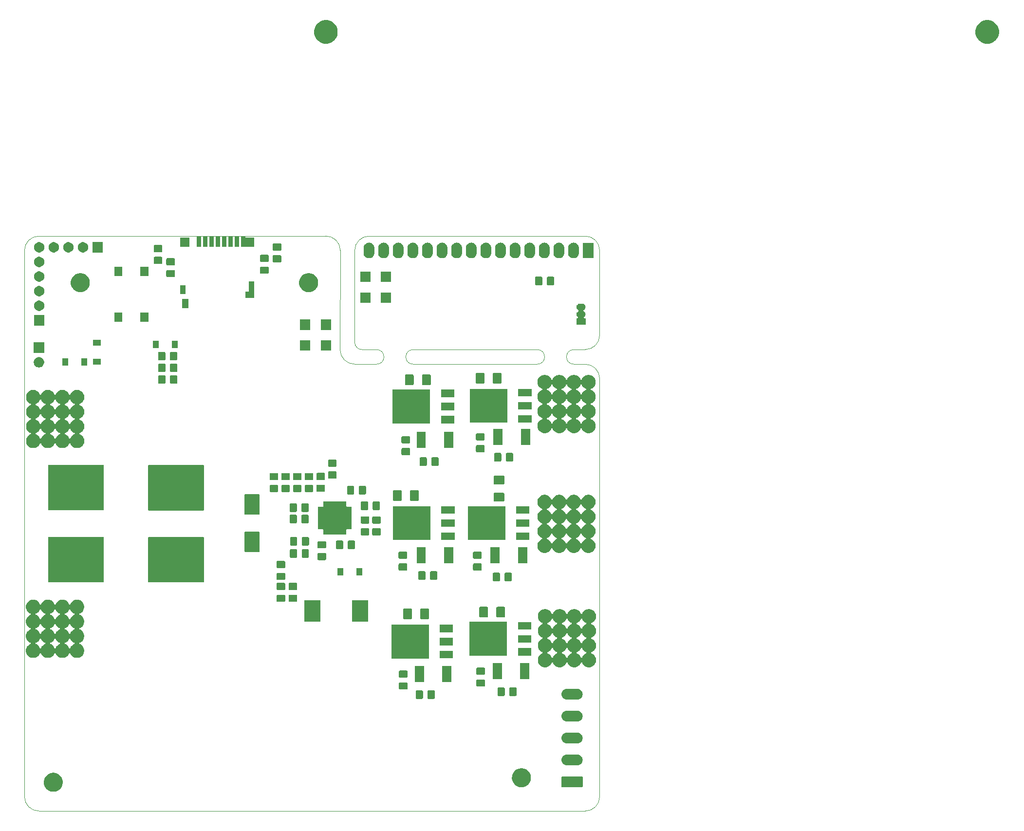
<source format=gbr>
G04 #@! TF.GenerationSoftware,KiCad,Pcbnew,(5.1.5)-3*
G04 #@! TF.CreationDate,2021-01-10T10:04:47+00:00*
G04 #@! TF.ProjectId,Ebike_Controller,4562696b-655f-4436-9f6e-74726f6c6c65,rev?*
G04 #@! TF.SameCoordinates,Original*
G04 #@! TF.FileFunction,Soldermask,Top*
G04 #@! TF.FilePolarity,Negative*
%FSLAX46Y46*%
G04 Gerber Fmt 4.6, Leading zero omitted, Abs format (unit mm)*
G04 Created by KiCad (PCBNEW (5.1.5)-3) date 2021-01-10 10:04:47*
%MOMM*%
%LPD*%
G04 APERTURE LIST*
%ADD10C,0.050000*%
%ADD11C,0.150000*%
G04 APERTURE END LIST*
D10*
X102910000Y-61500000D02*
X102870000Y-78740000D01*
X100410000Y-59000000D02*
G75*
G02X102910000Y-61500000I0J-2500000D01*
G01*
X105410000Y-61500000D02*
G75*
G02X107910000Y-59000000I2500000J0D01*
G01*
X145500000Y-59000000D02*
G75*
G02X148000000Y-61500000I0J-2500000D01*
G01*
X148000000Y-76240000D02*
G75*
G02X145500000Y-78740000I-2500000J0D01*
G01*
X145500000Y-81280000D02*
G75*
G02X148000000Y-83780000I0J-2500000D01*
G01*
X148000000Y-156500000D02*
G75*
G02X145500000Y-159000000I-2500000J0D01*
G01*
X50500000Y-159000000D02*
G75*
G02X48000000Y-156500000I0J2500000D01*
G01*
X48000000Y-61500000D02*
G75*
G02X50500000Y-59000000I2500000J0D01*
G01*
X143510000Y-81280000D02*
X145500000Y-81280000D01*
X143510000Y-78740000D02*
X145500000Y-78740000D01*
X143510000Y-81280000D02*
G75*
G02X143510000Y-78740000I0J1270000D01*
G01*
X137160000Y-78740000D02*
G75*
G02X137160000Y-81280000I0J-1270000D01*
G01*
X109220000Y-78740000D02*
G75*
G02X109220000Y-81280000I0J-1270000D01*
G01*
X105410000Y-81280000D02*
X109220000Y-81280000D01*
X106680000Y-78740000D02*
X109220000Y-78740000D01*
X106680000Y-78740000D02*
G75*
G02X105410000Y-77470000I0J1270000D01*
G01*
X105410000Y-81280000D02*
G75*
G02X102870000Y-78740000I0J2540000D01*
G01*
X105410000Y-61500000D02*
X105410000Y-77470000D01*
X107910000Y-59000000D02*
X145500000Y-59000000D01*
X115570000Y-81280000D02*
X137160000Y-81280000D01*
X115570000Y-81280000D02*
G75*
G02X115570000Y-78740000I0J1270000D01*
G01*
X137160000Y-78740000D02*
X115570000Y-78740000D01*
X148000000Y-83780000D02*
X148000000Y-156500000D01*
X148000000Y-61500000D02*
X148000000Y-76240000D01*
X48000000Y-156500000D02*
X48000000Y-61500000D01*
X145500000Y-159000000D02*
X50500000Y-159000000D01*
X50500000Y-59000000D02*
X100410000Y-59000000D01*
D11*
G36*
X53375256Y-152391298D02*
G01*
X53481579Y-152412447D01*
X53782042Y-152536903D01*
X54052451Y-152717585D01*
X54282415Y-152947549D01*
X54390350Y-153109085D01*
X54463098Y-153217960D01*
X54587553Y-153518422D01*
X54651000Y-153837389D01*
X54651000Y-154162611D01*
X54608702Y-154375256D01*
X54587553Y-154481579D01*
X54463097Y-154782042D01*
X54282415Y-155052451D01*
X54052451Y-155282415D01*
X53782042Y-155463097D01*
X53481579Y-155587553D01*
X53375256Y-155608702D01*
X53162611Y-155651000D01*
X52837389Y-155651000D01*
X52624744Y-155608702D01*
X52518421Y-155587553D01*
X52217958Y-155463097D01*
X51947549Y-155282415D01*
X51717585Y-155052451D01*
X51536903Y-154782042D01*
X51412447Y-154481579D01*
X51391298Y-154375256D01*
X51349000Y-154162611D01*
X51349000Y-153837389D01*
X51412447Y-153518422D01*
X51536902Y-153217960D01*
X51609650Y-153109085D01*
X51717585Y-152947549D01*
X51947549Y-152717585D01*
X52217958Y-152536903D01*
X52518421Y-152412447D01*
X52624744Y-152391298D01*
X52837389Y-152349000D01*
X53162611Y-152349000D01*
X53375256Y-152391298D01*
G37*
G36*
X144910915Y-152972934D02*
G01*
X144943424Y-152982795D01*
X144973382Y-152998809D01*
X144999641Y-153020359D01*
X145021191Y-153046618D01*
X145037205Y-153076576D01*
X145047066Y-153109085D01*
X145051000Y-153149029D01*
X145051000Y-154690971D01*
X145047066Y-154730915D01*
X145037205Y-154763424D01*
X145021191Y-154793382D01*
X144999641Y-154819641D01*
X144973382Y-154841191D01*
X144943424Y-154857205D01*
X144910915Y-154867066D01*
X144870971Y-154871000D01*
X141529029Y-154871000D01*
X141489085Y-154867066D01*
X141456576Y-154857205D01*
X141426618Y-154841191D01*
X141400359Y-154819641D01*
X141378809Y-154793382D01*
X141362795Y-154763424D01*
X141352934Y-154730915D01*
X141349000Y-154690971D01*
X141349000Y-153149029D01*
X141352934Y-153109085D01*
X141362795Y-153076576D01*
X141378809Y-153046618D01*
X141400359Y-153020359D01*
X141426618Y-152998809D01*
X141456576Y-152982795D01*
X141489085Y-152972934D01*
X141529029Y-152969000D01*
X144870971Y-152969000D01*
X144910915Y-152972934D01*
G37*
G36*
X134775256Y-151591298D02*
G01*
X134881579Y-151612447D01*
X135182042Y-151736903D01*
X135452451Y-151917585D01*
X135682415Y-152147549D01*
X135863097Y-152417958D01*
X135987207Y-152717585D01*
X135987553Y-152718422D01*
X136033130Y-152947549D01*
X136051000Y-153037391D01*
X136051000Y-153362609D01*
X135987553Y-153681579D01*
X135863097Y-153982042D01*
X135682415Y-154252451D01*
X135452451Y-154482415D01*
X135182042Y-154663097D01*
X134881579Y-154787553D01*
X134775256Y-154808702D01*
X134562611Y-154851000D01*
X134237389Y-154851000D01*
X134024744Y-154808702D01*
X133918421Y-154787553D01*
X133617958Y-154663097D01*
X133347549Y-154482415D01*
X133117585Y-154252451D01*
X132936903Y-153982042D01*
X132812447Y-153681579D01*
X132749000Y-153362609D01*
X132749000Y-153037391D01*
X132766871Y-152947549D01*
X132812447Y-152718422D01*
X132812794Y-152717585D01*
X132936903Y-152417958D01*
X133117585Y-152147549D01*
X133347549Y-151917585D01*
X133617958Y-151736903D01*
X133918421Y-151612447D01*
X134024744Y-151591298D01*
X134237389Y-151549000D01*
X134562611Y-151549000D01*
X134775256Y-151591298D01*
G37*
G36*
X144286425Y-149172760D02*
G01*
X144286428Y-149172761D01*
X144286429Y-149172761D01*
X144465693Y-149227140D01*
X144465696Y-149227142D01*
X144465697Y-149227142D01*
X144630903Y-149315446D01*
X144775712Y-149434288D01*
X144894554Y-149579097D01*
X144982858Y-149744303D01*
X144982860Y-149744307D01*
X145037239Y-149923571D01*
X145037240Y-149923575D01*
X145055601Y-150110000D01*
X145037240Y-150296425D01*
X145037239Y-150296428D01*
X145037239Y-150296429D01*
X144982860Y-150475693D01*
X144982858Y-150475696D01*
X144982858Y-150475697D01*
X144894554Y-150640903D01*
X144775712Y-150785712D01*
X144630903Y-150904554D01*
X144465697Y-150992858D01*
X144465693Y-150992860D01*
X144286429Y-151047239D01*
X144286428Y-151047239D01*
X144286425Y-151047240D01*
X144146718Y-151061000D01*
X142253282Y-151061000D01*
X142113575Y-151047240D01*
X142113572Y-151047239D01*
X142113571Y-151047239D01*
X141934307Y-150992860D01*
X141934303Y-150992858D01*
X141769097Y-150904554D01*
X141624288Y-150785712D01*
X141505446Y-150640903D01*
X141417142Y-150475697D01*
X141417142Y-150475696D01*
X141417140Y-150475693D01*
X141362761Y-150296429D01*
X141362761Y-150296428D01*
X141362760Y-150296425D01*
X141344399Y-150110000D01*
X141362760Y-149923575D01*
X141362761Y-149923571D01*
X141417140Y-149744307D01*
X141417142Y-149744303D01*
X141505446Y-149579097D01*
X141624288Y-149434288D01*
X141769097Y-149315446D01*
X141934303Y-149227142D01*
X141934304Y-149227142D01*
X141934307Y-149227140D01*
X142113571Y-149172761D01*
X142113572Y-149172761D01*
X142113575Y-149172760D01*
X142253282Y-149159000D01*
X144146718Y-149159000D01*
X144286425Y-149172760D01*
G37*
G36*
X144286425Y-145362760D02*
G01*
X144286428Y-145362761D01*
X144286429Y-145362761D01*
X144465693Y-145417140D01*
X144465696Y-145417142D01*
X144465697Y-145417142D01*
X144630903Y-145505446D01*
X144775712Y-145624288D01*
X144894554Y-145769097D01*
X144982858Y-145934303D01*
X144982860Y-145934307D01*
X145037239Y-146113571D01*
X145037240Y-146113575D01*
X145055601Y-146300000D01*
X145037240Y-146486425D01*
X145037239Y-146486428D01*
X145037239Y-146486429D01*
X144982860Y-146665693D01*
X144982858Y-146665696D01*
X144982858Y-146665697D01*
X144894554Y-146830903D01*
X144775712Y-146975712D01*
X144630903Y-147094554D01*
X144465697Y-147182858D01*
X144465693Y-147182860D01*
X144286429Y-147237239D01*
X144286428Y-147237239D01*
X144286425Y-147237240D01*
X144146718Y-147251000D01*
X142253282Y-147251000D01*
X142113575Y-147237240D01*
X142113572Y-147237239D01*
X142113571Y-147237239D01*
X141934307Y-147182860D01*
X141934303Y-147182858D01*
X141769097Y-147094554D01*
X141624288Y-146975712D01*
X141505446Y-146830903D01*
X141417142Y-146665697D01*
X141417142Y-146665696D01*
X141417140Y-146665693D01*
X141362761Y-146486429D01*
X141362761Y-146486428D01*
X141362760Y-146486425D01*
X141344399Y-146300000D01*
X141362760Y-146113575D01*
X141362761Y-146113571D01*
X141417140Y-145934307D01*
X141417142Y-145934303D01*
X141505446Y-145769097D01*
X141624288Y-145624288D01*
X141769097Y-145505446D01*
X141934303Y-145417142D01*
X141934304Y-145417142D01*
X141934307Y-145417140D01*
X142113571Y-145362761D01*
X142113572Y-145362761D01*
X142113575Y-145362760D01*
X142253282Y-145349000D01*
X144146718Y-145349000D01*
X144286425Y-145362760D01*
G37*
G36*
X144286425Y-141552760D02*
G01*
X144286428Y-141552761D01*
X144286429Y-141552761D01*
X144465693Y-141607140D01*
X144465696Y-141607142D01*
X144465697Y-141607142D01*
X144630903Y-141695446D01*
X144775712Y-141814288D01*
X144894554Y-141959097D01*
X144982858Y-142124303D01*
X144982860Y-142124307D01*
X145037239Y-142303571D01*
X145037240Y-142303575D01*
X145055601Y-142490000D01*
X145037240Y-142676425D01*
X145037239Y-142676428D01*
X145037239Y-142676429D01*
X144982860Y-142855693D01*
X144982858Y-142855696D01*
X144982858Y-142855697D01*
X144894554Y-143020903D01*
X144775712Y-143165712D01*
X144630903Y-143284554D01*
X144465697Y-143372858D01*
X144465693Y-143372860D01*
X144286429Y-143427239D01*
X144286428Y-143427239D01*
X144286425Y-143427240D01*
X144146718Y-143441000D01*
X142253282Y-143441000D01*
X142113575Y-143427240D01*
X142113572Y-143427239D01*
X142113571Y-143427239D01*
X141934307Y-143372860D01*
X141934303Y-143372858D01*
X141769097Y-143284554D01*
X141624288Y-143165712D01*
X141505446Y-143020903D01*
X141417142Y-142855697D01*
X141417142Y-142855696D01*
X141417140Y-142855693D01*
X141362761Y-142676429D01*
X141362761Y-142676428D01*
X141362760Y-142676425D01*
X141344399Y-142490000D01*
X141362760Y-142303575D01*
X141362761Y-142303571D01*
X141417140Y-142124307D01*
X141417142Y-142124303D01*
X141505446Y-141959097D01*
X141624288Y-141814288D01*
X141769097Y-141695446D01*
X141934303Y-141607142D01*
X141934304Y-141607142D01*
X141934307Y-141607140D01*
X142113571Y-141552761D01*
X142113572Y-141552761D01*
X142113575Y-141552760D01*
X142253282Y-141539000D01*
X144146718Y-141539000D01*
X144286425Y-141552760D01*
G37*
G36*
X144286425Y-137742760D02*
G01*
X144286428Y-137742761D01*
X144286429Y-137742761D01*
X144465693Y-137797140D01*
X144465696Y-137797142D01*
X144465697Y-137797142D01*
X144630903Y-137885446D01*
X144775712Y-138004288D01*
X144894554Y-138149097D01*
X144956330Y-138264673D01*
X144982860Y-138314307D01*
X145037239Y-138493571D01*
X145037240Y-138493575D01*
X145055601Y-138680000D01*
X145037240Y-138866425D01*
X145037239Y-138866428D01*
X145037239Y-138866429D01*
X144982860Y-139045693D01*
X144982858Y-139045696D01*
X144982858Y-139045697D01*
X144894554Y-139210903D01*
X144775712Y-139355712D01*
X144630903Y-139474554D01*
X144465697Y-139562858D01*
X144465693Y-139562860D01*
X144286429Y-139617239D01*
X144286428Y-139617239D01*
X144286425Y-139617240D01*
X144146718Y-139631000D01*
X142253282Y-139631000D01*
X142113575Y-139617240D01*
X142113572Y-139617239D01*
X142113571Y-139617239D01*
X141934307Y-139562860D01*
X141934303Y-139562858D01*
X141769097Y-139474554D01*
X141624288Y-139355712D01*
X141505446Y-139210903D01*
X141417142Y-139045697D01*
X141417142Y-139045696D01*
X141417140Y-139045693D01*
X141362761Y-138866429D01*
X141362761Y-138866428D01*
X141362760Y-138866425D01*
X141344399Y-138680000D01*
X141362760Y-138493575D01*
X141362761Y-138493571D01*
X141417140Y-138314307D01*
X141443670Y-138264673D01*
X141505446Y-138149097D01*
X141624288Y-138004288D01*
X141769097Y-137885446D01*
X141934303Y-137797142D01*
X141934304Y-137797142D01*
X141934307Y-137797140D01*
X142113571Y-137742761D01*
X142113572Y-137742761D01*
X142113575Y-137742760D01*
X142253282Y-137729000D01*
X144146718Y-137729000D01*
X144286425Y-137742760D01*
G37*
G36*
X119157174Y-137996965D02*
G01*
X119194867Y-138008399D01*
X119229603Y-138026966D01*
X119260048Y-138051952D01*
X119285034Y-138082397D01*
X119303601Y-138117133D01*
X119315035Y-138154826D01*
X119319500Y-138200161D01*
X119319500Y-139286839D01*
X119315035Y-139332174D01*
X119303601Y-139369867D01*
X119285034Y-139404603D01*
X119260048Y-139435048D01*
X119229603Y-139460034D01*
X119194867Y-139478601D01*
X119157174Y-139490035D01*
X119111839Y-139494500D01*
X118275161Y-139494500D01*
X118229826Y-139490035D01*
X118192133Y-139478601D01*
X118157397Y-139460034D01*
X118126952Y-139435048D01*
X118101966Y-139404603D01*
X118083399Y-139369867D01*
X118071965Y-139332174D01*
X118067500Y-139286839D01*
X118067500Y-138200161D01*
X118071965Y-138154826D01*
X118083399Y-138117133D01*
X118101966Y-138082397D01*
X118126952Y-138051952D01*
X118157397Y-138026966D01*
X118192133Y-138008399D01*
X118229826Y-137996965D01*
X118275161Y-137992500D01*
X119111839Y-137992500D01*
X119157174Y-137996965D01*
G37*
G36*
X117107174Y-137996965D02*
G01*
X117144867Y-138008399D01*
X117179603Y-138026966D01*
X117210048Y-138051952D01*
X117235034Y-138082397D01*
X117253601Y-138117133D01*
X117265035Y-138154826D01*
X117269500Y-138200161D01*
X117269500Y-139286839D01*
X117265035Y-139332174D01*
X117253601Y-139369867D01*
X117235034Y-139404603D01*
X117210048Y-139435048D01*
X117179603Y-139460034D01*
X117144867Y-139478601D01*
X117107174Y-139490035D01*
X117061839Y-139494500D01*
X116225161Y-139494500D01*
X116179826Y-139490035D01*
X116142133Y-139478601D01*
X116107397Y-139460034D01*
X116076952Y-139435048D01*
X116051966Y-139404603D01*
X116033399Y-139369867D01*
X116021965Y-139332174D01*
X116017500Y-139286839D01*
X116017500Y-138200161D01*
X116021965Y-138154826D01*
X116033399Y-138117133D01*
X116051966Y-138082397D01*
X116076952Y-138051952D01*
X116107397Y-138026966D01*
X116142133Y-138008399D01*
X116179826Y-137996965D01*
X116225161Y-137992500D01*
X117061839Y-137992500D01*
X117107174Y-137996965D01*
G37*
G36*
X133381174Y-137488965D02*
G01*
X133418867Y-137500399D01*
X133453603Y-137518966D01*
X133484048Y-137543952D01*
X133509034Y-137574397D01*
X133527601Y-137609133D01*
X133539035Y-137646826D01*
X133543500Y-137692161D01*
X133543500Y-138778839D01*
X133539035Y-138824174D01*
X133527601Y-138861867D01*
X133509034Y-138896603D01*
X133484048Y-138927048D01*
X133453603Y-138952034D01*
X133418867Y-138970601D01*
X133381174Y-138982035D01*
X133335839Y-138986500D01*
X132499161Y-138986500D01*
X132453826Y-138982035D01*
X132416133Y-138970601D01*
X132381397Y-138952034D01*
X132350952Y-138927048D01*
X132325966Y-138896603D01*
X132307399Y-138861867D01*
X132295965Y-138824174D01*
X132291500Y-138778839D01*
X132291500Y-137692161D01*
X132295965Y-137646826D01*
X132307399Y-137609133D01*
X132325966Y-137574397D01*
X132350952Y-137543952D01*
X132381397Y-137518966D01*
X132416133Y-137500399D01*
X132453826Y-137488965D01*
X132499161Y-137484500D01*
X133335839Y-137484500D01*
X133381174Y-137488965D01*
G37*
G36*
X131331174Y-137488965D02*
G01*
X131368867Y-137500399D01*
X131403603Y-137518966D01*
X131434048Y-137543952D01*
X131459034Y-137574397D01*
X131477601Y-137609133D01*
X131489035Y-137646826D01*
X131493500Y-137692161D01*
X131493500Y-138778839D01*
X131489035Y-138824174D01*
X131477601Y-138861867D01*
X131459034Y-138896603D01*
X131434048Y-138927048D01*
X131403603Y-138952034D01*
X131368867Y-138970601D01*
X131331174Y-138982035D01*
X131285839Y-138986500D01*
X130449161Y-138986500D01*
X130403826Y-138982035D01*
X130366133Y-138970601D01*
X130331397Y-138952034D01*
X130300952Y-138927048D01*
X130275966Y-138896603D01*
X130257399Y-138861867D01*
X130245965Y-138824174D01*
X130241500Y-138778839D01*
X130241500Y-137692161D01*
X130245965Y-137646826D01*
X130257399Y-137609133D01*
X130275966Y-137574397D01*
X130300952Y-137543952D01*
X130331397Y-137518966D01*
X130366133Y-137500399D01*
X130403826Y-137488965D01*
X130449161Y-137484500D01*
X131285839Y-137484500D01*
X131331174Y-137488965D01*
G37*
G36*
X114438174Y-136615965D02*
G01*
X114475867Y-136627399D01*
X114510603Y-136645966D01*
X114541048Y-136670952D01*
X114566034Y-136701397D01*
X114584601Y-136736133D01*
X114596035Y-136773826D01*
X114600500Y-136819161D01*
X114600500Y-137655839D01*
X114596035Y-137701174D01*
X114584601Y-137738867D01*
X114566034Y-137773603D01*
X114541048Y-137804048D01*
X114510603Y-137829034D01*
X114475867Y-137847601D01*
X114438174Y-137859035D01*
X114392839Y-137863500D01*
X113306161Y-137863500D01*
X113260826Y-137859035D01*
X113223133Y-137847601D01*
X113188397Y-137829034D01*
X113157952Y-137804048D01*
X113132966Y-137773603D01*
X113114399Y-137738867D01*
X113102965Y-137701174D01*
X113098500Y-137655839D01*
X113098500Y-136819161D01*
X113102965Y-136773826D01*
X113114399Y-136736133D01*
X113132966Y-136701397D01*
X113157952Y-136670952D01*
X113188397Y-136645966D01*
X113223133Y-136627399D01*
X113260826Y-136615965D01*
X113306161Y-136611500D01*
X114392839Y-136611500D01*
X114438174Y-136615965D01*
G37*
G36*
X127900174Y-136107965D02*
G01*
X127937867Y-136119399D01*
X127972603Y-136137966D01*
X128003048Y-136162952D01*
X128028034Y-136193397D01*
X128046601Y-136228133D01*
X128058035Y-136265826D01*
X128062500Y-136311161D01*
X128062500Y-137147839D01*
X128058035Y-137193174D01*
X128046601Y-137230867D01*
X128028034Y-137265603D01*
X128003048Y-137296048D01*
X127972603Y-137321034D01*
X127937867Y-137339601D01*
X127900174Y-137351035D01*
X127854839Y-137355500D01*
X126768161Y-137355500D01*
X126722826Y-137351035D01*
X126685133Y-137339601D01*
X126650397Y-137321034D01*
X126619952Y-137296048D01*
X126594966Y-137265603D01*
X126576399Y-137230867D01*
X126564965Y-137193174D01*
X126560500Y-137147839D01*
X126560500Y-136311161D01*
X126564965Y-136265826D01*
X126576399Y-136228133D01*
X126594966Y-136193397D01*
X126619952Y-136162952D01*
X126650397Y-136137966D01*
X126685133Y-136119399D01*
X126722826Y-136107965D01*
X126768161Y-136103500D01*
X127854839Y-136103500D01*
X127900174Y-136107965D01*
G37*
G36*
X117444500Y-136588500D02*
G01*
X115842500Y-136588500D01*
X115842500Y-133786500D01*
X117444500Y-133786500D01*
X117444500Y-136588500D01*
G37*
G36*
X122244500Y-136588500D02*
G01*
X120642500Y-136588500D01*
X120642500Y-133786500D01*
X122244500Y-133786500D01*
X122244500Y-136588500D01*
G37*
G36*
X130986500Y-136080500D02*
G01*
X129384500Y-136080500D01*
X129384500Y-133278500D01*
X130986500Y-133278500D01*
X130986500Y-136080500D01*
G37*
G36*
X135786500Y-136080500D02*
G01*
X134184500Y-136080500D01*
X134184500Y-133278500D01*
X135786500Y-133278500D01*
X135786500Y-136080500D01*
G37*
G36*
X114438174Y-134565965D02*
G01*
X114475867Y-134577399D01*
X114510603Y-134595966D01*
X114541048Y-134620952D01*
X114566034Y-134651397D01*
X114584601Y-134686133D01*
X114596035Y-134723826D01*
X114600500Y-134769161D01*
X114600500Y-135605839D01*
X114596035Y-135651174D01*
X114584601Y-135688867D01*
X114566034Y-135723603D01*
X114541048Y-135754048D01*
X114510603Y-135779034D01*
X114475867Y-135797601D01*
X114438174Y-135809035D01*
X114392839Y-135813500D01*
X113306161Y-135813500D01*
X113260826Y-135809035D01*
X113223133Y-135797601D01*
X113188397Y-135779034D01*
X113157952Y-135754048D01*
X113132966Y-135723603D01*
X113114399Y-135688867D01*
X113102965Y-135651174D01*
X113098500Y-135605839D01*
X113098500Y-134769161D01*
X113102965Y-134723826D01*
X113114399Y-134686133D01*
X113132966Y-134651397D01*
X113157952Y-134620952D01*
X113188397Y-134595966D01*
X113223133Y-134577399D01*
X113260826Y-134565965D01*
X113306161Y-134561500D01*
X114392839Y-134561500D01*
X114438174Y-134565965D01*
G37*
G36*
X127900174Y-134057965D02*
G01*
X127937867Y-134069399D01*
X127972603Y-134087966D01*
X128003048Y-134112952D01*
X128028034Y-134143397D01*
X128046601Y-134178133D01*
X128058035Y-134215826D01*
X128062500Y-134261161D01*
X128062500Y-135097839D01*
X128058035Y-135143174D01*
X128046601Y-135180867D01*
X128028034Y-135215603D01*
X128003048Y-135246048D01*
X127972603Y-135271034D01*
X127937867Y-135289601D01*
X127900174Y-135301035D01*
X127854839Y-135305500D01*
X126768161Y-135305500D01*
X126722826Y-135301035D01*
X126685133Y-135289601D01*
X126650397Y-135271034D01*
X126619952Y-135246048D01*
X126594966Y-135215603D01*
X126576399Y-135180867D01*
X126564965Y-135143174D01*
X126560500Y-135097839D01*
X126560500Y-134261161D01*
X126564965Y-134215826D01*
X126576399Y-134178133D01*
X126594966Y-134143397D01*
X126619952Y-134112952D01*
X126650397Y-134087966D01*
X126685133Y-134069399D01*
X126722826Y-134057965D01*
X126768161Y-134053500D01*
X127854839Y-134053500D01*
X127900174Y-134057965D01*
G37*
G36*
X138870403Y-123913575D02*
G01*
X138986764Y-123961773D01*
X139098071Y-124007878D01*
X139302966Y-124144785D01*
X139477215Y-124319034D01*
X139614122Y-124523929D01*
X139614123Y-124523931D01*
X139660016Y-124634727D01*
X139671567Y-124656338D01*
X139687112Y-124675279D01*
X139706054Y-124690825D01*
X139727665Y-124702376D01*
X139751114Y-124709489D01*
X139775500Y-124711891D01*
X139799886Y-124709489D01*
X139823335Y-124702376D01*
X139844946Y-124690825D01*
X139863887Y-124675280D01*
X139879433Y-124656338D01*
X139890984Y-124634727D01*
X139936877Y-124523931D01*
X139936878Y-124523929D01*
X140073785Y-124319034D01*
X140248034Y-124144785D01*
X140452929Y-124007878D01*
X140564237Y-123961773D01*
X140680597Y-123913575D01*
X140922286Y-123865500D01*
X141168714Y-123865500D01*
X141410403Y-123913575D01*
X141526764Y-123961773D01*
X141638071Y-124007878D01*
X141842966Y-124144785D01*
X142017215Y-124319034D01*
X142154122Y-124523929D01*
X142154123Y-124523931D01*
X142200016Y-124634727D01*
X142211567Y-124656338D01*
X142227112Y-124675279D01*
X142246054Y-124690825D01*
X142267665Y-124702376D01*
X142291114Y-124709489D01*
X142315500Y-124711891D01*
X142339886Y-124709489D01*
X142363335Y-124702376D01*
X142384946Y-124690825D01*
X142403887Y-124675280D01*
X142419433Y-124656338D01*
X142430984Y-124634727D01*
X142476877Y-124523931D01*
X142476878Y-124523929D01*
X142613785Y-124319034D01*
X142788034Y-124144785D01*
X142992929Y-124007878D01*
X143104237Y-123961773D01*
X143220597Y-123913575D01*
X143462286Y-123865500D01*
X143708714Y-123865500D01*
X143950403Y-123913575D01*
X144066764Y-123961773D01*
X144178071Y-124007878D01*
X144382966Y-124144785D01*
X144557215Y-124319034D01*
X144694122Y-124523929D01*
X144694123Y-124523931D01*
X144740016Y-124634727D01*
X144751567Y-124656338D01*
X144767112Y-124675279D01*
X144786054Y-124690825D01*
X144807665Y-124702376D01*
X144831114Y-124709489D01*
X144855500Y-124711891D01*
X144879886Y-124709489D01*
X144903335Y-124702376D01*
X144924946Y-124690825D01*
X144943887Y-124675280D01*
X144959433Y-124656338D01*
X144970984Y-124634727D01*
X145016877Y-124523931D01*
X145016878Y-124523929D01*
X145153785Y-124319034D01*
X145328034Y-124144785D01*
X145532929Y-124007878D01*
X145644237Y-123961773D01*
X145760597Y-123913575D01*
X146002286Y-123865500D01*
X146248714Y-123865500D01*
X146490403Y-123913575D01*
X146606764Y-123961773D01*
X146718071Y-124007878D01*
X146922966Y-124144785D01*
X147097215Y-124319034D01*
X147234122Y-124523929D01*
X147234123Y-124523931D01*
X147328425Y-124751597D01*
X147376500Y-124993286D01*
X147376500Y-125239714D01*
X147328425Y-125481403D01*
X147270664Y-125620852D01*
X147234122Y-125709071D01*
X147097215Y-125913966D01*
X146922966Y-126088215D01*
X146718071Y-126225122D01*
X146718070Y-126225123D01*
X146718069Y-126225123D01*
X146607273Y-126271016D01*
X146585662Y-126282567D01*
X146566721Y-126298112D01*
X146551175Y-126317054D01*
X146539624Y-126338665D01*
X146532511Y-126362114D01*
X146530109Y-126386500D01*
X146532511Y-126410886D01*
X146539624Y-126434335D01*
X146551175Y-126455946D01*
X146566720Y-126474887D01*
X146585662Y-126490433D01*
X146607273Y-126501984D01*
X146718071Y-126547878D01*
X146922966Y-126684785D01*
X147097215Y-126859034D01*
X147234122Y-127063929D01*
X147234123Y-127063931D01*
X147328425Y-127291597D01*
X147376500Y-127533286D01*
X147376500Y-127779714D01*
X147328425Y-128021403D01*
X147272926Y-128155391D01*
X147234122Y-128249071D01*
X147097215Y-128453966D01*
X146922966Y-128628215D01*
X146718071Y-128765122D01*
X146718070Y-128765123D01*
X146718069Y-128765123D01*
X146607273Y-128811016D01*
X146585662Y-128822567D01*
X146566721Y-128838112D01*
X146551175Y-128857054D01*
X146539624Y-128878665D01*
X146532511Y-128902114D01*
X146530109Y-128926500D01*
X146532511Y-128950886D01*
X146539624Y-128974335D01*
X146551175Y-128995946D01*
X146566720Y-129014887D01*
X146585662Y-129030433D01*
X146607273Y-129041984D01*
X146718071Y-129087878D01*
X146922966Y-129224785D01*
X147097215Y-129399034D01*
X147234122Y-129603929D01*
X147234123Y-129603931D01*
X147328425Y-129831597D01*
X147376500Y-130073286D01*
X147376500Y-130319714D01*
X147328425Y-130561403D01*
X147272926Y-130695391D01*
X147234122Y-130789071D01*
X147097215Y-130993966D01*
X146922966Y-131168215D01*
X146718071Y-131305122D01*
X146718070Y-131305123D01*
X146718069Y-131305123D01*
X146607273Y-131351016D01*
X146585662Y-131362567D01*
X146566721Y-131378112D01*
X146551175Y-131397054D01*
X146539624Y-131418665D01*
X146532511Y-131442114D01*
X146530109Y-131466500D01*
X146532511Y-131490886D01*
X146539624Y-131514335D01*
X146551175Y-131535946D01*
X146566720Y-131554887D01*
X146585662Y-131570433D01*
X146607273Y-131581984D01*
X146718071Y-131627878D01*
X146922966Y-131764785D01*
X147097215Y-131939034D01*
X147234122Y-132143929D01*
X147234123Y-132143931D01*
X147328425Y-132371597D01*
X147376500Y-132613286D01*
X147376500Y-132859714D01*
X147328425Y-133101403D01*
X147303253Y-133162175D01*
X147234122Y-133329071D01*
X147097215Y-133533966D01*
X146922966Y-133708215D01*
X146718071Y-133845122D01*
X146718070Y-133845123D01*
X146718069Y-133845123D01*
X146490403Y-133939425D01*
X146248714Y-133987500D01*
X146002286Y-133987500D01*
X145760597Y-133939425D01*
X145532931Y-133845123D01*
X145532930Y-133845123D01*
X145532929Y-133845122D01*
X145328034Y-133708215D01*
X145153785Y-133533966D01*
X145016878Y-133329071D01*
X144970984Y-133218273D01*
X144959433Y-133196662D01*
X144943888Y-133177721D01*
X144924946Y-133162175D01*
X144903335Y-133150624D01*
X144879886Y-133143511D01*
X144855500Y-133141109D01*
X144831114Y-133143511D01*
X144807665Y-133150624D01*
X144786054Y-133162175D01*
X144767113Y-133177720D01*
X144751567Y-133196662D01*
X144740016Y-133218273D01*
X144694122Y-133329071D01*
X144557215Y-133533966D01*
X144382966Y-133708215D01*
X144178071Y-133845122D01*
X144178070Y-133845123D01*
X144178069Y-133845123D01*
X143950403Y-133939425D01*
X143708714Y-133987500D01*
X143462286Y-133987500D01*
X143220597Y-133939425D01*
X142992931Y-133845123D01*
X142992930Y-133845123D01*
X142992929Y-133845122D01*
X142788034Y-133708215D01*
X142613785Y-133533966D01*
X142476878Y-133329071D01*
X142430984Y-133218273D01*
X142419433Y-133196662D01*
X142403888Y-133177721D01*
X142384946Y-133162175D01*
X142363335Y-133150624D01*
X142339886Y-133143511D01*
X142315500Y-133141109D01*
X142291114Y-133143511D01*
X142267665Y-133150624D01*
X142246054Y-133162175D01*
X142227113Y-133177720D01*
X142211567Y-133196662D01*
X142200016Y-133218273D01*
X142154122Y-133329071D01*
X142017215Y-133533966D01*
X141842966Y-133708215D01*
X141638071Y-133845122D01*
X141638070Y-133845123D01*
X141638069Y-133845123D01*
X141410403Y-133939425D01*
X141168714Y-133987500D01*
X140922286Y-133987500D01*
X140680597Y-133939425D01*
X140452931Y-133845123D01*
X140452930Y-133845123D01*
X140452929Y-133845122D01*
X140248034Y-133708215D01*
X140073785Y-133533966D01*
X139936878Y-133329071D01*
X139890984Y-133218273D01*
X139879433Y-133196662D01*
X139863888Y-133177721D01*
X139844946Y-133162175D01*
X139823335Y-133150624D01*
X139799886Y-133143511D01*
X139775500Y-133141109D01*
X139751114Y-133143511D01*
X139727665Y-133150624D01*
X139706054Y-133162175D01*
X139687113Y-133177720D01*
X139671567Y-133196662D01*
X139660016Y-133218273D01*
X139614122Y-133329071D01*
X139477215Y-133533966D01*
X139302966Y-133708215D01*
X139098071Y-133845122D01*
X139098070Y-133845123D01*
X139098069Y-133845123D01*
X138870403Y-133939425D01*
X138628714Y-133987500D01*
X138382286Y-133987500D01*
X138140597Y-133939425D01*
X137912931Y-133845123D01*
X137912930Y-133845123D01*
X137912929Y-133845122D01*
X137708034Y-133708215D01*
X137533785Y-133533966D01*
X137396878Y-133329071D01*
X137327748Y-133162175D01*
X137302575Y-133101403D01*
X137254500Y-132859714D01*
X137254500Y-132613286D01*
X137302575Y-132371597D01*
X137396877Y-132143931D01*
X137396878Y-132143929D01*
X137533785Y-131939034D01*
X137708034Y-131764785D01*
X137912929Y-131627878D01*
X138023727Y-131581984D01*
X138045338Y-131570433D01*
X138064279Y-131554888D01*
X138079825Y-131535946D01*
X138091376Y-131514335D01*
X138098489Y-131490886D01*
X138100891Y-131466500D01*
X138910109Y-131466500D01*
X138912511Y-131490886D01*
X138919624Y-131514335D01*
X138931175Y-131535946D01*
X138946720Y-131554887D01*
X138965662Y-131570433D01*
X138987273Y-131581984D01*
X139098071Y-131627878D01*
X139302966Y-131764785D01*
X139477215Y-131939034D01*
X139614122Y-132143929D01*
X139614123Y-132143931D01*
X139660016Y-132254727D01*
X139671567Y-132276338D01*
X139687112Y-132295279D01*
X139706054Y-132310825D01*
X139727665Y-132322376D01*
X139751114Y-132329489D01*
X139775500Y-132331891D01*
X139799886Y-132329489D01*
X139823335Y-132322376D01*
X139844946Y-132310825D01*
X139863887Y-132295280D01*
X139879433Y-132276338D01*
X139890984Y-132254727D01*
X139936877Y-132143931D01*
X139936878Y-132143929D01*
X140073785Y-131939034D01*
X140248034Y-131764785D01*
X140452929Y-131627878D01*
X140563727Y-131581984D01*
X140585338Y-131570433D01*
X140604279Y-131554888D01*
X140619825Y-131535946D01*
X140631376Y-131514335D01*
X140638489Y-131490886D01*
X140640891Y-131466500D01*
X141450109Y-131466500D01*
X141452511Y-131490886D01*
X141459624Y-131514335D01*
X141471175Y-131535946D01*
X141486720Y-131554887D01*
X141505662Y-131570433D01*
X141527273Y-131581984D01*
X141638071Y-131627878D01*
X141842966Y-131764785D01*
X142017215Y-131939034D01*
X142154122Y-132143929D01*
X142154123Y-132143931D01*
X142200016Y-132254727D01*
X142211567Y-132276338D01*
X142227112Y-132295279D01*
X142246054Y-132310825D01*
X142267665Y-132322376D01*
X142291114Y-132329489D01*
X142315500Y-132331891D01*
X142339886Y-132329489D01*
X142363335Y-132322376D01*
X142384946Y-132310825D01*
X142403887Y-132295280D01*
X142419433Y-132276338D01*
X142430984Y-132254727D01*
X142476877Y-132143931D01*
X142476878Y-132143929D01*
X142613785Y-131939034D01*
X142788034Y-131764785D01*
X142992929Y-131627878D01*
X143103727Y-131581984D01*
X143125338Y-131570433D01*
X143144279Y-131554888D01*
X143159825Y-131535946D01*
X143171376Y-131514335D01*
X143178489Y-131490886D01*
X143180891Y-131466500D01*
X143990109Y-131466500D01*
X143992511Y-131490886D01*
X143999624Y-131514335D01*
X144011175Y-131535946D01*
X144026720Y-131554887D01*
X144045662Y-131570433D01*
X144067273Y-131581984D01*
X144178071Y-131627878D01*
X144382966Y-131764785D01*
X144557215Y-131939034D01*
X144694122Y-132143929D01*
X144694123Y-132143931D01*
X144740016Y-132254727D01*
X144751567Y-132276338D01*
X144767112Y-132295279D01*
X144786054Y-132310825D01*
X144807665Y-132322376D01*
X144831114Y-132329489D01*
X144855500Y-132331891D01*
X144879886Y-132329489D01*
X144903335Y-132322376D01*
X144924946Y-132310825D01*
X144943887Y-132295280D01*
X144959433Y-132276338D01*
X144970984Y-132254727D01*
X145016877Y-132143931D01*
X145016878Y-132143929D01*
X145153785Y-131939034D01*
X145328034Y-131764785D01*
X145532929Y-131627878D01*
X145643727Y-131581984D01*
X145665338Y-131570433D01*
X145684279Y-131554888D01*
X145699825Y-131535946D01*
X145711376Y-131514335D01*
X145718489Y-131490886D01*
X145720891Y-131466500D01*
X145718489Y-131442114D01*
X145711376Y-131418665D01*
X145699825Y-131397054D01*
X145684280Y-131378113D01*
X145665338Y-131362567D01*
X145643727Y-131351016D01*
X145532931Y-131305123D01*
X145532930Y-131305123D01*
X145532929Y-131305122D01*
X145328034Y-131168215D01*
X145153785Y-130993966D01*
X145016878Y-130789071D01*
X144978075Y-130695391D01*
X144970984Y-130678273D01*
X144959433Y-130656662D01*
X144943888Y-130637721D01*
X144924946Y-130622175D01*
X144903335Y-130610624D01*
X144879886Y-130603511D01*
X144855500Y-130601109D01*
X144831114Y-130603511D01*
X144807665Y-130610624D01*
X144786054Y-130622175D01*
X144767113Y-130637720D01*
X144751567Y-130656662D01*
X144740016Y-130678273D01*
X144732926Y-130695391D01*
X144694122Y-130789071D01*
X144557215Y-130993966D01*
X144382966Y-131168215D01*
X144178071Y-131305122D01*
X144178070Y-131305123D01*
X144178069Y-131305123D01*
X144067273Y-131351016D01*
X144045662Y-131362567D01*
X144026721Y-131378112D01*
X144011175Y-131397054D01*
X143999624Y-131418665D01*
X143992511Y-131442114D01*
X143990109Y-131466500D01*
X143180891Y-131466500D01*
X143178489Y-131442114D01*
X143171376Y-131418665D01*
X143159825Y-131397054D01*
X143144280Y-131378113D01*
X143125338Y-131362567D01*
X143103727Y-131351016D01*
X142992931Y-131305123D01*
X142992930Y-131305123D01*
X142992929Y-131305122D01*
X142788034Y-131168215D01*
X142613785Y-130993966D01*
X142476878Y-130789071D01*
X142438075Y-130695391D01*
X142430984Y-130678273D01*
X142419433Y-130656662D01*
X142403888Y-130637721D01*
X142384946Y-130622175D01*
X142363335Y-130610624D01*
X142339886Y-130603511D01*
X142315500Y-130601109D01*
X142291114Y-130603511D01*
X142267665Y-130610624D01*
X142246054Y-130622175D01*
X142227113Y-130637720D01*
X142211567Y-130656662D01*
X142200016Y-130678273D01*
X142192926Y-130695391D01*
X142154122Y-130789071D01*
X142017215Y-130993966D01*
X141842966Y-131168215D01*
X141638071Y-131305122D01*
X141638070Y-131305123D01*
X141638069Y-131305123D01*
X141527273Y-131351016D01*
X141505662Y-131362567D01*
X141486721Y-131378112D01*
X141471175Y-131397054D01*
X141459624Y-131418665D01*
X141452511Y-131442114D01*
X141450109Y-131466500D01*
X140640891Y-131466500D01*
X140638489Y-131442114D01*
X140631376Y-131418665D01*
X140619825Y-131397054D01*
X140604280Y-131378113D01*
X140585338Y-131362567D01*
X140563727Y-131351016D01*
X140452931Y-131305123D01*
X140452930Y-131305123D01*
X140452929Y-131305122D01*
X140248034Y-131168215D01*
X140073785Y-130993966D01*
X139936878Y-130789071D01*
X139898075Y-130695391D01*
X139890984Y-130678273D01*
X139879433Y-130656662D01*
X139863888Y-130637721D01*
X139844946Y-130622175D01*
X139823335Y-130610624D01*
X139799886Y-130603511D01*
X139775500Y-130601109D01*
X139751114Y-130603511D01*
X139727665Y-130610624D01*
X139706054Y-130622175D01*
X139687113Y-130637720D01*
X139671567Y-130656662D01*
X139660016Y-130678273D01*
X139652926Y-130695391D01*
X139614122Y-130789071D01*
X139477215Y-130993966D01*
X139302966Y-131168215D01*
X139098071Y-131305122D01*
X139098070Y-131305123D01*
X139098069Y-131305123D01*
X138987273Y-131351016D01*
X138965662Y-131362567D01*
X138946721Y-131378112D01*
X138931175Y-131397054D01*
X138919624Y-131418665D01*
X138912511Y-131442114D01*
X138910109Y-131466500D01*
X138100891Y-131466500D01*
X138098489Y-131442114D01*
X138091376Y-131418665D01*
X138079825Y-131397054D01*
X138064280Y-131378113D01*
X138045338Y-131362567D01*
X138023727Y-131351016D01*
X137912931Y-131305123D01*
X137912930Y-131305123D01*
X137912929Y-131305122D01*
X137708034Y-131168215D01*
X137533785Y-130993966D01*
X137396878Y-130789071D01*
X137358075Y-130695391D01*
X137302575Y-130561403D01*
X137254500Y-130319714D01*
X137254500Y-130073286D01*
X137302575Y-129831597D01*
X137396877Y-129603931D01*
X137396878Y-129603929D01*
X137533785Y-129399034D01*
X137708034Y-129224785D01*
X137912929Y-129087878D01*
X138023727Y-129041984D01*
X138045338Y-129030433D01*
X138064279Y-129014888D01*
X138079825Y-128995946D01*
X138091376Y-128974335D01*
X138098489Y-128950886D01*
X138100891Y-128926500D01*
X138910109Y-128926500D01*
X138912511Y-128950886D01*
X138919624Y-128974335D01*
X138931175Y-128995946D01*
X138946720Y-129014887D01*
X138965662Y-129030433D01*
X138987273Y-129041984D01*
X139098071Y-129087878D01*
X139302966Y-129224785D01*
X139477215Y-129399034D01*
X139614122Y-129603929D01*
X139614123Y-129603931D01*
X139660016Y-129714727D01*
X139671567Y-129736338D01*
X139687112Y-129755279D01*
X139706054Y-129770825D01*
X139727665Y-129782376D01*
X139751114Y-129789489D01*
X139775500Y-129791891D01*
X139799886Y-129789489D01*
X139823335Y-129782376D01*
X139844946Y-129770825D01*
X139863887Y-129755280D01*
X139879433Y-129736338D01*
X139890984Y-129714727D01*
X139936877Y-129603931D01*
X139936878Y-129603929D01*
X140073785Y-129399034D01*
X140248034Y-129224785D01*
X140452929Y-129087878D01*
X140563727Y-129041984D01*
X140585338Y-129030433D01*
X140604279Y-129014888D01*
X140619825Y-128995946D01*
X140631376Y-128974335D01*
X140638489Y-128950886D01*
X140640891Y-128926500D01*
X141450109Y-128926500D01*
X141452511Y-128950886D01*
X141459624Y-128974335D01*
X141471175Y-128995946D01*
X141486720Y-129014887D01*
X141505662Y-129030433D01*
X141527273Y-129041984D01*
X141638071Y-129087878D01*
X141842966Y-129224785D01*
X142017215Y-129399034D01*
X142154122Y-129603929D01*
X142154123Y-129603931D01*
X142200016Y-129714727D01*
X142211567Y-129736338D01*
X142227112Y-129755279D01*
X142246054Y-129770825D01*
X142267665Y-129782376D01*
X142291114Y-129789489D01*
X142315500Y-129791891D01*
X142339886Y-129789489D01*
X142363335Y-129782376D01*
X142384946Y-129770825D01*
X142403887Y-129755280D01*
X142419433Y-129736338D01*
X142430984Y-129714727D01*
X142476877Y-129603931D01*
X142476878Y-129603929D01*
X142613785Y-129399034D01*
X142788034Y-129224785D01*
X142992929Y-129087878D01*
X143103727Y-129041984D01*
X143125338Y-129030433D01*
X143144279Y-129014888D01*
X143159825Y-128995946D01*
X143171376Y-128974335D01*
X143178489Y-128950886D01*
X143180891Y-128926500D01*
X143990109Y-128926500D01*
X143992511Y-128950886D01*
X143999624Y-128974335D01*
X144011175Y-128995946D01*
X144026720Y-129014887D01*
X144045662Y-129030433D01*
X144067273Y-129041984D01*
X144178071Y-129087878D01*
X144382966Y-129224785D01*
X144557215Y-129399034D01*
X144694122Y-129603929D01*
X144694123Y-129603931D01*
X144740016Y-129714727D01*
X144751567Y-129736338D01*
X144767112Y-129755279D01*
X144786054Y-129770825D01*
X144807665Y-129782376D01*
X144831114Y-129789489D01*
X144855500Y-129791891D01*
X144879886Y-129789489D01*
X144903335Y-129782376D01*
X144924946Y-129770825D01*
X144943887Y-129755280D01*
X144959433Y-129736338D01*
X144970984Y-129714727D01*
X145016877Y-129603931D01*
X145016878Y-129603929D01*
X145153785Y-129399034D01*
X145328034Y-129224785D01*
X145532929Y-129087878D01*
X145643727Y-129041984D01*
X145665338Y-129030433D01*
X145684279Y-129014888D01*
X145699825Y-128995946D01*
X145711376Y-128974335D01*
X145718489Y-128950886D01*
X145720891Y-128926500D01*
X145718489Y-128902114D01*
X145711376Y-128878665D01*
X145699825Y-128857054D01*
X145684280Y-128838113D01*
X145665338Y-128822567D01*
X145643727Y-128811016D01*
X145532931Y-128765123D01*
X145532930Y-128765123D01*
X145532929Y-128765122D01*
X145328034Y-128628215D01*
X145153785Y-128453966D01*
X145016878Y-128249071D01*
X144978075Y-128155391D01*
X144970984Y-128138273D01*
X144959433Y-128116662D01*
X144943888Y-128097721D01*
X144924946Y-128082175D01*
X144903335Y-128070624D01*
X144879886Y-128063511D01*
X144855500Y-128061109D01*
X144831114Y-128063511D01*
X144807665Y-128070624D01*
X144786054Y-128082175D01*
X144767113Y-128097720D01*
X144751567Y-128116662D01*
X144740016Y-128138273D01*
X144732926Y-128155391D01*
X144694122Y-128249071D01*
X144557215Y-128453966D01*
X144382966Y-128628215D01*
X144178071Y-128765122D01*
X144178070Y-128765123D01*
X144178069Y-128765123D01*
X144067273Y-128811016D01*
X144045662Y-128822567D01*
X144026721Y-128838112D01*
X144011175Y-128857054D01*
X143999624Y-128878665D01*
X143992511Y-128902114D01*
X143990109Y-128926500D01*
X143180891Y-128926500D01*
X143178489Y-128902114D01*
X143171376Y-128878665D01*
X143159825Y-128857054D01*
X143144280Y-128838113D01*
X143125338Y-128822567D01*
X143103727Y-128811016D01*
X142992931Y-128765123D01*
X142992930Y-128765123D01*
X142992929Y-128765122D01*
X142788034Y-128628215D01*
X142613785Y-128453966D01*
X142476878Y-128249071D01*
X142438075Y-128155391D01*
X142430984Y-128138273D01*
X142419433Y-128116662D01*
X142403888Y-128097721D01*
X142384946Y-128082175D01*
X142363335Y-128070624D01*
X142339886Y-128063511D01*
X142315500Y-128061109D01*
X142291114Y-128063511D01*
X142267665Y-128070624D01*
X142246054Y-128082175D01*
X142227113Y-128097720D01*
X142211567Y-128116662D01*
X142200016Y-128138273D01*
X142192926Y-128155391D01*
X142154122Y-128249071D01*
X142017215Y-128453966D01*
X141842966Y-128628215D01*
X141638071Y-128765122D01*
X141638070Y-128765123D01*
X141638069Y-128765123D01*
X141527273Y-128811016D01*
X141505662Y-128822567D01*
X141486721Y-128838112D01*
X141471175Y-128857054D01*
X141459624Y-128878665D01*
X141452511Y-128902114D01*
X141450109Y-128926500D01*
X140640891Y-128926500D01*
X140638489Y-128902114D01*
X140631376Y-128878665D01*
X140619825Y-128857054D01*
X140604280Y-128838113D01*
X140585338Y-128822567D01*
X140563727Y-128811016D01*
X140452931Y-128765123D01*
X140452930Y-128765123D01*
X140452929Y-128765122D01*
X140248034Y-128628215D01*
X140073785Y-128453966D01*
X139936878Y-128249071D01*
X139898075Y-128155391D01*
X139890984Y-128138273D01*
X139879433Y-128116662D01*
X139863888Y-128097721D01*
X139844946Y-128082175D01*
X139823335Y-128070624D01*
X139799886Y-128063511D01*
X139775500Y-128061109D01*
X139751114Y-128063511D01*
X139727665Y-128070624D01*
X139706054Y-128082175D01*
X139687113Y-128097720D01*
X139671567Y-128116662D01*
X139660016Y-128138273D01*
X139652926Y-128155391D01*
X139614122Y-128249071D01*
X139477215Y-128453966D01*
X139302966Y-128628215D01*
X139098071Y-128765122D01*
X139098070Y-128765123D01*
X139098069Y-128765123D01*
X138987273Y-128811016D01*
X138965662Y-128822567D01*
X138946721Y-128838112D01*
X138931175Y-128857054D01*
X138919624Y-128878665D01*
X138912511Y-128902114D01*
X138910109Y-128926500D01*
X138100891Y-128926500D01*
X138098489Y-128902114D01*
X138091376Y-128878665D01*
X138079825Y-128857054D01*
X138064280Y-128838113D01*
X138045338Y-128822567D01*
X138023727Y-128811016D01*
X137912931Y-128765123D01*
X137912930Y-128765123D01*
X137912929Y-128765122D01*
X137708034Y-128628215D01*
X137533785Y-128453966D01*
X137396878Y-128249071D01*
X137358075Y-128155391D01*
X137302575Y-128021403D01*
X137254500Y-127779714D01*
X137254500Y-127533286D01*
X137302575Y-127291597D01*
X137396877Y-127063931D01*
X137396878Y-127063929D01*
X137533785Y-126859034D01*
X137708034Y-126684785D01*
X137912929Y-126547878D01*
X138023727Y-126501984D01*
X138045338Y-126490433D01*
X138064279Y-126474888D01*
X138079825Y-126455946D01*
X138091376Y-126434335D01*
X138098489Y-126410886D01*
X138100891Y-126386500D01*
X138910109Y-126386500D01*
X138912511Y-126410886D01*
X138919624Y-126434335D01*
X138931175Y-126455946D01*
X138946720Y-126474887D01*
X138965662Y-126490433D01*
X138987273Y-126501984D01*
X139098071Y-126547878D01*
X139302966Y-126684785D01*
X139477215Y-126859034D01*
X139614122Y-127063929D01*
X139614123Y-127063931D01*
X139660016Y-127174727D01*
X139671567Y-127196338D01*
X139687112Y-127215279D01*
X139706054Y-127230825D01*
X139727665Y-127242376D01*
X139751114Y-127249489D01*
X139775500Y-127251891D01*
X139799886Y-127249489D01*
X139823335Y-127242376D01*
X139844946Y-127230825D01*
X139863887Y-127215280D01*
X139879433Y-127196338D01*
X139890984Y-127174727D01*
X139936877Y-127063931D01*
X139936878Y-127063929D01*
X140073785Y-126859034D01*
X140248034Y-126684785D01*
X140452929Y-126547878D01*
X140563727Y-126501984D01*
X140585338Y-126490433D01*
X140604279Y-126474888D01*
X140619825Y-126455946D01*
X140631376Y-126434335D01*
X140638489Y-126410886D01*
X140640891Y-126386500D01*
X141450109Y-126386500D01*
X141452511Y-126410886D01*
X141459624Y-126434335D01*
X141471175Y-126455946D01*
X141486720Y-126474887D01*
X141505662Y-126490433D01*
X141527273Y-126501984D01*
X141638071Y-126547878D01*
X141842966Y-126684785D01*
X142017215Y-126859034D01*
X142154122Y-127063929D01*
X142154123Y-127063931D01*
X142200016Y-127174727D01*
X142211567Y-127196338D01*
X142227112Y-127215279D01*
X142246054Y-127230825D01*
X142267665Y-127242376D01*
X142291114Y-127249489D01*
X142315500Y-127251891D01*
X142339886Y-127249489D01*
X142363335Y-127242376D01*
X142384946Y-127230825D01*
X142403887Y-127215280D01*
X142419433Y-127196338D01*
X142430984Y-127174727D01*
X142476877Y-127063931D01*
X142476878Y-127063929D01*
X142613785Y-126859034D01*
X142788034Y-126684785D01*
X142992929Y-126547878D01*
X143103727Y-126501984D01*
X143125338Y-126490433D01*
X143144279Y-126474888D01*
X143159825Y-126455946D01*
X143171376Y-126434335D01*
X143178489Y-126410886D01*
X143180891Y-126386500D01*
X143990109Y-126386500D01*
X143992511Y-126410886D01*
X143999624Y-126434335D01*
X144011175Y-126455946D01*
X144026720Y-126474887D01*
X144045662Y-126490433D01*
X144067273Y-126501984D01*
X144178071Y-126547878D01*
X144382966Y-126684785D01*
X144557215Y-126859034D01*
X144694122Y-127063929D01*
X144694123Y-127063931D01*
X144740016Y-127174727D01*
X144751567Y-127196338D01*
X144767112Y-127215279D01*
X144786054Y-127230825D01*
X144807665Y-127242376D01*
X144831114Y-127249489D01*
X144855500Y-127251891D01*
X144879886Y-127249489D01*
X144903335Y-127242376D01*
X144924946Y-127230825D01*
X144943887Y-127215280D01*
X144959433Y-127196338D01*
X144970984Y-127174727D01*
X145016877Y-127063931D01*
X145016878Y-127063929D01*
X145153785Y-126859034D01*
X145328034Y-126684785D01*
X145532929Y-126547878D01*
X145643727Y-126501984D01*
X145665338Y-126490433D01*
X145684279Y-126474888D01*
X145699825Y-126455946D01*
X145711376Y-126434335D01*
X145718489Y-126410886D01*
X145720891Y-126386500D01*
X145718489Y-126362114D01*
X145711376Y-126338665D01*
X145699825Y-126317054D01*
X145684280Y-126298113D01*
X145665338Y-126282567D01*
X145643727Y-126271016D01*
X145532931Y-126225123D01*
X145532930Y-126225123D01*
X145532929Y-126225122D01*
X145328034Y-126088215D01*
X145153785Y-125913966D01*
X145016878Y-125709071D01*
X144980337Y-125620852D01*
X144970984Y-125598273D01*
X144959433Y-125576662D01*
X144943888Y-125557721D01*
X144924946Y-125542175D01*
X144903335Y-125530624D01*
X144879886Y-125523511D01*
X144855500Y-125521109D01*
X144831114Y-125523511D01*
X144807665Y-125530624D01*
X144786054Y-125542175D01*
X144767113Y-125557720D01*
X144751567Y-125576662D01*
X144740016Y-125598273D01*
X144730664Y-125620852D01*
X144694122Y-125709071D01*
X144557215Y-125913966D01*
X144382966Y-126088215D01*
X144178071Y-126225122D01*
X144178070Y-126225123D01*
X144178069Y-126225123D01*
X144067273Y-126271016D01*
X144045662Y-126282567D01*
X144026721Y-126298112D01*
X144011175Y-126317054D01*
X143999624Y-126338665D01*
X143992511Y-126362114D01*
X143990109Y-126386500D01*
X143180891Y-126386500D01*
X143178489Y-126362114D01*
X143171376Y-126338665D01*
X143159825Y-126317054D01*
X143144280Y-126298113D01*
X143125338Y-126282567D01*
X143103727Y-126271016D01*
X142992931Y-126225123D01*
X142992930Y-126225123D01*
X142992929Y-126225122D01*
X142788034Y-126088215D01*
X142613785Y-125913966D01*
X142476878Y-125709071D01*
X142440337Y-125620852D01*
X142430984Y-125598273D01*
X142419433Y-125576662D01*
X142403888Y-125557721D01*
X142384946Y-125542175D01*
X142363335Y-125530624D01*
X142339886Y-125523511D01*
X142315500Y-125521109D01*
X142291114Y-125523511D01*
X142267665Y-125530624D01*
X142246054Y-125542175D01*
X142227113Y-125557720D01*
X142211567Y-125576662D01*
X142200016Y-125598273D01*
X142190664Y-125620852D01*
X142154122Y-125709071D01*
X142017215Y-125913966D01*
X141842966Y-126088215D01*
X141638071Y-126225122D01*
X141638070Y-126225123D01*
X141638069Y-126225123D01*
X141527273Y-126271016D01*
X141505662Y-126282567D01*
X141486721Y-126298112D01*
X141471175Y-126317054D01*
X141459624Y-126338665D01*
X141452511Y-126362114D01*
X141450109Y-126386500D01*
X140640891Y-126386500D01*
X140638489Y-126362114D01*
X140631376Y-126338665D01*
X140619825Y-126317054D01*
X140604280Y-126298113D01*
X140585338Y-126282567D01*
X140563727Y-126271016D01*
X140452931Y-126225123D01*
X140452930Y-126225123D01*
X140452929Y-126225122D01*
X140248034Y-126088215D01*
X140073785Y-125913966D01*
X139936878Y-125709071D01*
X139900337Y-125620852D01*
X139890984Y-125598273D01*
X139879433Y-125576662D01*
X139863888Y-125557721D01*
X139844946Y-125542175D01*
X139823335Y-125530624D01*
X139799886Y-125523511D01*
X139775500Y-125521109D01*
X139751114Y-125523511D01*
X139727665Y-125530624D01*
X139706054Y-125542175D01*
X139687113Y-125557720D01*
X139671567Y-125576662D01*
X139660016Y-125598273D01*
X139650664Y-125620852D01*
X139614122Y-125709071D01*
X139477215Y-125913966D01*
X139302966Y-126088215D01*
X139098071Y-126225122D01*
X139098070Y-126225123D01*
X139098069Y-126225123D01*
X138987273Y-126271016D01*
X138965662Y-126282567D01*
X138946721Y-126298112D01*
X138931175Y-126317054D01*
X138919624Y-126338665D01*
X138912511Y-126362114D01*
X138910109Y-126386500D01*
X138100891Y-126386500D01*
X138098489Y-126362114D01*
X138091376Y-126338665D01*
X138079825Y-126317054D01*
X138064280Y-126298113D01*
X138045338Y-126282567D01*
X138023727Y-126271016D01*
X137912931Y-126225123D01*
X137912930Y-126225123D01*
X137912929Y-126225122D01*
X137708034Y-126088215D01*
X137533785Y-125913966D01*
X137396878Y-125709071D01*
X137360337Y-125620852D01*
X137302575Y-125481403D01*
X137254500Y-125239714D01*
X137254500Y-124993286D01*
X137302575Y-124751597D01*
X137396877Y-124523931D01*
X137396878Y-124523929D01*
X137533785Y-124319034D01*
X137708034Y-124144785D01*
X137912929Y-124007878D01*
X138024237Y-123961773D01*
X138140597Y-123913575D01*
X138382286Y-123865500D01*
X138628714Y-123865500D01*
X138870403Y-123913575D01*
G37*
G36*
X118307500Y-132469500D02*
G01*
X111805500Y-132469500D01*
X111805500Y-126567500D01*
X118307500Y-126567500D01*
X118307500Y-132469500D01*
G37*
G36*
X122507500Y-132449500D02*
G01*
X120205500Y-132449500D01*
X120205500Y-131147500D01*
X122507500Y-131147500D01*
X122507500Y-132449500D01*
G37*
G36*
X49864903Y-122277075D02*
G01*
X50092571Y-122371378D01*
X50297466Y-122508285D01*
X50471715Y-122682534D01*
X50471716Y-122682536D01*
X50608623Y-122887431D01*
X50654516Y-122998227D01*
X50666067Y-123019838D01*
X50681612Y-123038779D01*
X50700554Y-123054325D01*
X50722165Y-123065876D01*
X50745614Y-123072989D01*
X50770000Y-123075391D01*
X50794386Y-123072989D01*
X50817835Y-123065876D01*
X50839446Y-123054325D01*
X50858387Y-123038780D01*
X50873933Y-123019838D01*
X50885484Y-122998227D01*
X50931377Y-122887431D01*
X51068284Y-122682536D01*
X51068285Y-122682534D01*
X51242534Y-122508285D01*
X51447429Y-122371378D01*
X51675097Y-122277075D01*
X51916786Y-122229000D01*
X52163214Y-122229000D01*
X52404903Y-122277075D01*
X52632571Y-122371378D01*
X52837466Y-122508285D01*
X53011715Y-122682534D01*
X53011716Y-122682536D01*
X53148623Y-122887431D01*
X53194516Y-122998227D01*
X53206067Y-123019838D01*
X53221612Y-123038779D01*
X53240554Y-123054325D01*
X53262165Y-123065876D01*
X53285614Y-123072989D01*
X53310000Y-123075391D01*
X53334386Y-123072989D01*
X53357835Y-123065876D01*
X53379446Y-123054325D01*
X53398387Y-123038780D01*
X53413933Y-123019838D01*
X53425484Y-122998227D01*
X53471377Y-122887431D01*
X53608284Y-122682536D01*
X53608285Y-122682534D01*
X53782534Y-122508285D01*
X53987429Y-122371378D01*
X54215097Y-122277075D01*
X54456786Y-122229000D01*
X54703214Y-122229000D01*
X54944903Y-122277075D01*
X55172571Y-122371378D01*
X55377466Y-122508285D01*
X55551715Y-122682534D01*
X55551716Y-122682536D01*
X55688623Y-122887431D01*
X55734516Y-122998227D01*
X55746067Y-123019838D01*
X55761612Y-123038779D01*
X55780554Y-123054325D01*
X55802165Y-123065876D01*
X55825614Y-123072989D01*
X55850000Y-123075391D01*
X55874386Y-123072989D01*
X55897835Y-123065876D01*
X55919446Y-123054325D01*
X55938387Y-123038780D01*
X55953933Y-123019838D01*
X55965484Y-122998227D01*
X56011377Y-122887431D01*
X56148284Y-122682536D01*
X56148285Y-122682534D01*
X56322534Y-122508285D01*
X56527429Y-122371378D01*
X56755097Y-122277075D01*
X56996786Y-122229000D01*
X57243214Y-122229000D01*
X57484903Y-122277075D01*
X57712571Y-122371378D01*
X57917466Y-122508285D01*
X58091715Y-122682534D01*
X58091716Y-122682536D01*
X58228623Y-122887431D01*
X58322925Y-123115097D01*
X58371000Y-123356786D01*
X58371000Y-123603214D01*
X58322925Y-123844903D01*
X58241329Y-124041895D01*
X58228622Y-124072571D01*
X58091715Y-124277466D01*
X57917466Y-124451715D01*
X57712571Y-124588622D01*
X57712570Y-124588623D01*
X57712569Y-124588623D01*
X57601773Y-124634516D01*
X57580162Y-124646067D01*
X57561221Y-124661612D01*
X57545675Y-124680554D01*
X57534124Y-124702165D01*
X57527011Y-124725614D01*
X57524609Y-124750000D01*
X57527011Y-124774386D01*
X57534124Y-124797835D01*
X57545675Y-124819446D01*
X57561220Y-124838387D01*
X57580162Y-124853933D01*
X57601773Y-124865484D01*
X57712571Y-124911378D01*
X57917466Y-125048285D01*
X58091715Y-125222534D01*
X58228622Y-125427429D01*
X58228623Y-125427431D01*
X58322925Y-125655097D01*
X58371000Y-125896786D01*
X58371000Y-126143214D01*
X58322925Y-126384903D01*
X58285653Y-126474887D01*
X58228622Y-126612571D01*
X58091715Y-126817466D01*
X57917466Y-126991715D01*
X57712571Y-127128622D01*
X57712570Y-127128623D01*
X57712569Y-127128623D01*
X57601773Y-127174516D01*
X57580162Y-127186067D01*
X57561221Y-127201612D01*
X57545675Y-127220554D01*
X57534124Y-127242165D01*
X57527011Y-127265614D01*
X57524609Y-127290000D01*
X57527011Y-127314386D01*
X57534124Y-127337835D01*
X57545675Y-127359446D01*
X57561220Y-127378387D01*
X57580162Y-127393933D01*
X57601773Y-127405484D01*
X57623540Y-127414500D01*
X57712571Y-127451378D01*
X57917466Y-127588285D01*
X58091715Y-127762534D01*
X58103194Y-127779714D01*
X58228623Y-127967431D01*
X58322925Y-128195097D01*
X58371000Y-128436786D01*
X58371000Y-128683214D01*
X58322925Y-128924903D01*
X58285653Y-129014887D01*
X58228622Y-129152571D01*
X58091715Y-129357466D01*
X57917466Y-129531715D01*
X57712571Y-129668622D01*
X57712570Y-129668623D01*
X57712569Y-129668623D01*
X57601773Y-129714516D01*
X57580162Y-129726067D01*
X57561221Y-129741612D01*
X57545675Y-129760554D01*
X57534124Y-129782165D01*
X57527011Y-129805614D01*
X57524609Y-129830000D01*
X57527011Y-129854386D01*
X57534124Y-129877835D01*
X57545675Y-129899446D01*
X57561220Y-129918387D01*
X57580162Y-129933933D01*
X57601773Y-129945484D01*
X57712571Y-129991378D01*
X57917466Y-130128285D01*
X58091715Y-130302534D01*
X58103194Y-130319714D01*
X58228623Y-130507431D01*
X58322925Y-130735097D01*
X58371000Y-130976786D01*
X58371000Y-131223214D01*
X58322925Y-131464903D01*
X58285653Y-131554887D01*
X58228622Y-131692571D01*
X58091715Y-131897466D01*
X57917466Y-132071715D01*
X57712571Y-132208622D01*
X57712570Y-132208623D01*
X57712569Y-132208623D01*
X57484903Y-132302925D01*
X57243214Y-132351000D01*
X56996786Y-132351000D01*
X56755097Y-132302925D01*
X56527431Y-132208623D01*
X56527430Y-132208623D01*
X56527429Y-132208622D01*
X56322534Y-132071715D01*
X56148285Y-131897466D01*
X56011378Y-131692571D01*
X55965484Y-131581773D01*
X55953933Y-131560162D01*
X55938388Y-131541221D01*
X55919446Y-131525675D01*
X55897835Y-131514124D01*
X55874386Y-131507011D01*
X55850000Y-131504609D01*
X55825614Y-131507011D01*
X55802165Y-131514124D01*
X55780554Y-131525675D01*
X55761613Y-131541220D01*
X55746067Y-131560162D01*
X55734516Y-131581773D01*
X55688622Y-131692571D01*
X55551715Y-131897466D01*
X55377466Y-132071715D01*
X55172571Y-132208622D01*
X55172570Y-132208623D01*
X55172569Y-132208623D01*
X54944903Y-132302925D01*
X54703214Y-132351000D01*
X54456786Y-132351000D01*
X54215097Y-132302925D01*
X53987431Y-132208623D01*
X53987430Y-132208623D01*
X53987429Y-132208622D01*
X53782534Y-132071715D01*
X53608285Y-131897466D01*
X53471378Y-131692571D01*
X53425484Y-131581773D01*
X53413933Y-131560162D01*
X53398388Y-131541221D01*
X53379446Y-131525675D01*
X53357835Y-131514124D01*
X53334386Y-131507011D01*
X53310000Y-131504609D01*
X53285614Y-131507011D01*
X53262165Y-131514124D01*
X53240554Y-131525675D01*
X53221613Y-131541220D01*
X53206067Y-131560162D01*
X53194516Y-131581773D01*
X53148622Y-131692571D01*
X53011715Y-131897466D01*
X52837466Y-132071715D01*
X52632571Y-132208622D01*
X52632570Y-132208623D01*
X52632569Y-132208623D01*
X52404903Y-132302925D01*
X52163214Y-132351000D01*
X51916786Y-132351000D01*
X51675097Y-132302925D01*
X51447431Y-132208623D01*
X51447430Y-132208623D01*
X51447429Y-132208622D01*
X51242534Y-132071715D01*
X51068285Y-131897466D01*
X50931378Y-131692571D01*
X50885484Y-131581773D01*
X50873933Y-131560162D01*
X50858388Y-131541221D01*
X50839446Y-131525675D01*
X50817835Y-131514124D01*
X50794386Y-131507011D01*
X50770000Y-131504609D01*
X50745614Y-131507011D01*
X50722165Y-131514124D01*
X50700554Y-131525675D01*
X50681613Y-131541220D01*
X50666067Y-131560162D01*
X50654516Y-131581773D01*
X50608622Y-131692571D01*
X50471715Y-131897466D01*
X50297466Y-132071715D01*
X50092571Y-132208622D01*
X50092570Y-132208623D01*
X50092569Y-132208623D01*
X49864903Y-132302925D01*
X49623214Y-132351000D01*
X49376786Y-132351000D01*
X49135097Y-132302925D01*
X48907431Y-132208623D01*
X48907430Y-132208623D01*
X48907429Y-132208622D01*
X48702534Y-132071715D01*
X48528285Y-131897466D01*
X48391378Y-131692571D01*
X48334348Y-131554887D01*
X48297075Y-131464903D01*
X48249000Y-131223214D01*
X48249000Y-130976786D01*
X48297075Y-130735097D01*
X48391377Y-130507431D01*
X48516806Y-130319714D01*
X48528285Y-130302534D01*
X48702534Y-130128285D01*
X48907429Y-129991378D01*
X49018227Y-129945484D01*
X49039838Y-129933933D01*
X49058779Y-129918388D01*
X49074325Y-129899446D01*
X49085876Y-129877835D01*
X49092989Y-129854386D01*
X49095391Y-129830000D01*
X49904609Y-129830000D01*
X49907011Y-129854386D01*
X49914124Y-129877835D01*
X49925675Y-129899446D01*
X49941220Y-129918387D01*
X49960162Y-129933933D01*
X49981773Y-129945484D01*
X50092571Y-129991378D01*
X50297466Y-130128285D01*
X50471715Y-130302534D01*
X50483194Y-130319714D01*
X50608623Y-130507431D01*
X50654516Y-130618227D01*
X50666067Y-130639838D01*
X50681612Y-130658779D01*
X50700554Y-130674325D01*
X50722165Y-130685876D01*
X50745614Y-130692989D01*
X50770000Y-130695391D01*
X50794386Y-130692989D01*
X50817835Y-130685876D01*
X50839446Y-130674325D01*
X50858387Y-130658780D01*
X50873933Y-130639838D01*
X50885484Y-130618227D01*
X50931377Y-130507431D01*
X51056806Y-130319714D01*
X51068285Y-130302534D01*
X51242534Y-130128285D01*
X51447429Y-129991378D01*
X51558227Y-129945484D01*
X51579838Y-129933933D01*
X51598779Y-129918388D01*
X51614325Y-129899446D01*
X51625876Y-129877835D01*
X51632989Y-129854386D01*
X51635391Y-129830000D01*
X52444609Y-129830000D01*
X52447011Y-129854386D01*
X52454124Y-129877835D01*
X52465675Y-129899446D01*
X52481220Y-129918387D01*
X52500162Y-129933933D01*
X52521773Y-129945484D01*
X52632571Y-129991378D01*
X52837466Y-130128285D01*
X53011715Y-130302534D01*
X53023194Y-130319714D01*
X53148623Y-130507431D01*
X53194516Y-130618227D01*
X53206067Y-130639838D01*
X53221612Y-130658779D01*
X53240554Y-130674325D01*
X53262165Y-130685876D01*
X53285614Y-130692989D01*
X53310000Y-130695391D01*
X53334386Y-130692989D01*
X53357835Y-130685876D01*
X53379446Y-130674325D01*
X53398387Y-130658780D01*
X53413933Y-130639838D01*
X53425484Y-130618227D01*
X53471377Y-130507431D01*
X53596806Y-130319714D01*
X53608285Y-130302534D01*
X53782534Y-130128285D01*
X53987429Y-129991378D01*
X54098227Y-129945484D01*
X54119838Y-129933933D01*
X54138779Y-129918388D01*
X54154325Y-129899446D01*
X54165876Y-129877835D01*
X54172989Y-129854386D01*
X54175391Y-129830000D01*
X54984609Y-129830000D01*
X54987011Y-129854386D01*
X54994124Y-129877835D01*
X55005675Y-129899446D01*
X55021220Y-129918387D01*
X55040162Y-129933933D01*
X55061773Y-129945484D01*
X55172571Y-129991378D01*
X55377466Y-130128285D01*
X55551715Y-130302534D01*
X55563194Y-130319714D01*
X55688623Y-130507431D01*
X55734516Y-130618227D01*
X55746067Y-130639838D01*
X55761612Y-130658779D01*
X55780554Y-130674325D01*
X55802165Y-130685876D01*
X55825614Y-130692989D01*
X55850000Y-130695391D01*
X55874386Y-130692989D01*
X55897835Y-130685876D01*
X55919446Y-130674325D01*
X55938387Y-130658780D01*
X55953933Y-130639838D01*
X55965484Y-130618227D01*
X56011377Y-130507431D01*
X56136806Y-130319714D01*
X56148285Y-130302534D01*
X56322534Y-130128285D01*
X56527429Y-129991378D01*
X56638227Y-129945484D01*
X56659838Y-129933933D01*
X56678779Y-129918388D01*
X56694325Y-129899446D01*
X56705876Y-129877835D01*
X56712989Y-129854386D01*
X56715391Y-129830000D01*
X56712989Y-129805614D01*
X56705876Y-129782165D01*
X56694325Y-129760554D01*
X56678780Y-129741613D01*
X56659838Y-129726067D01*
X56638227Y-129714516D01*
X56527431Y-129668623D01*
X56527430Y-129668623D01*
X56527429Y-129668622D01*
X56322534Y-129531715D01*
X56148285Y-129357466D01*
X56011378Y-129152571D01*
X55965484Y-129041773D01*
X55953933Y-129020162D01*
X55938388Y-129001221D01*
X55919446Y-128985675D01*
X55897835Y-128974124D01*
X55874386Y-128967011D01*
X55850000Y-128964609D01*
X55825614Y-128967011D01*
X55802165Y-128974124D01*
X55780554Y-128985675D01*
X55761613Y-129001220D01*
X55746067Y-129020162D01*
X55734516Y-129041773D01*
X55688622Y-129152571D01*
X55551715Y-129357466D01*
X55377466Y-129531715D01*
X55172571Y-129668622D01*
X55172570Y-129668623D01*
X55172569Y-129668623D01*
X55061773Y-129714516D01*
X55040162Y-129726067D01*
X55021221Y-129741612D01*
X55005675Y-129760554D01*
X54994124Y-129782165D01*
X54987011Y-129805614D01*
X54984609Y-129830000D01*
X54175391Y-129830000D01*
X54172989Y-129805614D01*
X54165876Y-129782165D01*
X54154325Y-129760554D01*
X54138780Y-129741613D01*
X54119838Y-129726067D01*
X54098227Y-129714516D01*
X53987431Y-129668623D01*
X53987430Y-129668623D01*
X53987429Y-129668622D01*
X53782534Y-129531715D01*
X53608285Y-129357466D01*
X53471378Y-129152571D01*
X53425484Y-129041773D01*
X53413933Y-129020162D01*
X53398388Y-129001221D01*
X53379446Y-128985675D01*
X53357835Y-128974124D01*
X53334386Y-128967011D01*
X53310000Y-128964609D01*
X53285614Y-128967011D01*
X53262165Y-128974124D01*
X53240554Y-128985675D01*
X53221613Y-129001220D01*
X53206067Y-129020162D01*
X53194516Y-129041773D01*
X53148622Y-129152571D01*
X53011715Y-129357466D01*
X52837466Y-129531715D01*
X52632571Y-129668622D01*
X52632570Y-129668623D01*
X52632569Y-129668623D01*
X52521773Y-129714516D01*
X52500162Y-129726067D01*
X52481221Y-129741612D01*
X52465675Y-129760554D01*
X52454124Y-129782165D01*
X52447011Y-129805614D01*
X52444609Y-129830000D01*
X51635391Y-129830000D01*
X51632989Y-129805614D01*
X51625876Y-129782165D01*
X51614325Y-129760554D01*
X51598780Y-129741613D01*
X51579838Y-129726067D01*
X51558227Y-129714516D01*
X51447431Y-129668623D01*
X51447430Y-129668623D01*
X51447429Y-129668622D01*
X51242534Y-129531715D01*
X51068285Y-129357466D01*
X50931378Y-129152571D01*
X50885484Y-129041773D01*
X50873933Y-129020162D01*
X50858388Y-129001221D01*
X50839446Y-128985675D01*
X50817835Y-128974124D01*
X50794386Y-128967011D01*
X50770000Y-128964609D01*
X50745614Y-128967011D01*
X50722165Y-128974124D01*
X50700554Y-128985675D01*
X50681613Y-129001220D01*
X50666067Y-129020162D01*
X50654516Y-129041773D01*
X50608622Y-129152571D01*
X50471715Y-129357466D01*
X50297466Y-129531715D01*
X50092571Y-129668622D01*
X50092570Y-129668623D01*
X50092569Y-129668623D01*
X49981773Y-129714516D01*
X49960162Y-129726067D01*
X49941221Y-129741612D01*
X49925675Y-129760554D01*
X49914124Y-129782165D01*
X49907011Y-129805614D01*
X49904609Y-129830000D01*
X49095391Y-129830000D01*
X49092989Y-129805614D01*
X49085876Y-129782165D01*
X49074325Y-129760554D01*
X49058780Y-129741613D01*
X49039838Y-129726067D01*
X49018227Y-129714516D01*
X48907431Y-129668623D01*
X48907430Y-129668623D01*
X48907429Y-129668622D01*
X48702534Y-129531715D01*
X48528285Y-129357466D01*
X48391378Y-129152571D01*
X48334348Y-129014887D01*
X48297075Y-128924903D01*
X48249000Y-128683214D01*
X48249000Y-128436786D01*
X48297075Y-128195097D01*
X48391377Y-127967431D01*
X48516806Y-127779714D01*
X48528285Y-127762534D01*
X48702534Y-127588285D01*
X48907429Y-127451378D01*
X48996461Y-127414500D01*
X49018227Y-127405484D01*
X49039838Y-127393933D01*
X49058779Y-127378388D01*
X49074325Y-127359446D01*
X49085876Y-127337835D01*
X49092989Y-127314386D01*
X49095391Y-127290000D01*
X49904609Y-127290000D01*
X49907011Y-127314386D01*
X49914124Y-127337835D01*
X49925675Y-127359446D01*
X49941220Y-127378387D01*
X49960162Y-127393933D01*
X49981773Y-127405484D01*
X50003540Y-127414500D01*
X50092571Y-127451378D01*
X50297466Y-127588285D01*
X50471715Y-127762534D01*
X50483194Y-127779714D01*
X50608623Y-127967431D01*
X50654516Y-128078227D01*
X50666067Y-128099838D01*
X50681612Y-128118779D01*
X50700554Y-128134325D01*
X50722165Y-128145876D01*
X50745614Y-128152989D01*
X50770000Y-128155391D01*
X50794386Y-128152989D01*
X50817835Y-128145876D01*
X50839446Y-128134325D01*
X50858387Y-128118780D01*
X50873933Y-128099838D01*
X50885484Y-128078227D01*
X50931377Y-127967431D01*
X51056806Y-127779714D01*
X51068285Y-127762534D01*
X51242534Y-127588285D01*
X51447429Y-127451378D01*
X51536461Y-127414500D01*
X51558227Y-127405484D01*
X51579838Y-127393933D01*
X51598779Y-127378388D01*
X51614325Y-127359446D01*
X51625876Y-127337835D01*
X51632989Y-127314386D01*
X51635391Y-127290000D01*
X52444609Y-127290000D01*
X52447011Y-127314386D01*
X52454124Y-127337835D01*
X52465675Y-127359446D01*
X52481220Y-127378387D01*
X52500162Y-127393933D01*
X52521773Y-127405484D01*
X52543540Y-127414500D01*
X52632571Y-127451378D01*
X52837466Y-127588285D01*
X53011715Y-127762534D01*
X53023194Y-127779714D01*
X53148623Y-127967431D01*
X53194516Y-128078227D01*
X53206067Y-128099838D01*
X53221612Y-128118779D01*
X53240554Y-128134325D01*
X53262165Y-128145876D01*
X53285614Y-128152989D01*
X53310000Y-128155391D01*
X53334386Y-128152989D01*
X53357835Y-128145876D01*
X53379446Y-128134325D01*
X53398387Y-128118780D01*
X53413933Y-128099838D01*
X53425484Y-128078227D01*
X53471377Y-127967431D01*
X53596806Y-127779714D01*
X53608285Y-127762534D01*
X53782534Y-127588285D01*
X53987429Y-127451378D01*
X54076461Y-127414500D01*
X54098227Y-127405484D01*
X54119838Y-127393933D01*
X54138779Y-127378388D01*
X54154325Y-127359446D01*
X54165876Y-127337835D01*
X54172989Y-127314386D01*
X54175391Y-127290000D01*
X54984609Y-127290000D01*
X54987011Y-127314386D01*
X54994124Y-127337835D01*
X55005675Y-127359446D01*
X55021220Y-127378387D01*
X55040162Y-127393933D01*
X55061773Y-127405484D01*
X55083540Y-127414500D01*
X55172571Y-127451378D01*
X55377466Y-127588285D01*
X55551715Y-127762534D01*
X55563194Y-127779714D01*
X55688623Y-127967431D01*
X55734516Y-128078227D01*
X55746067Y-128099838D01*
X55761612Y-128118779D01*
X55780554Y-128134325D01*
X55802165Y-128145876D01*
X55825614Y-128152989D01*
X55850000Y-128155391D01*
X55874386Y-128152989D01*
X55897835Y-128145876D01*
X55919446Y-128134325D01*
X55938387Y-128118780D01*
X55953933Y-128099838D01*
X55965484Y-128078227D01*
X56011377Y-127967431D01*
X56136806Y-127779714D01*
X56148285Y-127762534D01*
X56322534Y-127588285D01*
X56527429Y-127451378D01*
X56616461Y-127414500D01*
X56638227Y-127405484D01*
X56659838Y-127393933D01*
X56678779Y-127378388D01*
X56694325Y-127359446D01*
X56705876Y-127337835D01*
X56712989Y-127314386D01*
X56715391Y-127290000D01*
X56712989Y-127265614D01*
X56705876Y-127242165D01*
X56694325Y-127220554D01*
X56678780Y-127201613D01*
X56659838Y-127186067D01*
X56638227Y-127174516D01*
X56527431Y-127128623D01*
X56527430Y-127128623D01*
X56527429Y-127128622D01*
X56322534Y-126991715D01*
X56148285Y-126817466D01*
X56011378Y-126612571D01*
X55965484Y-126501773D01*
X55953933Y-126480162D01*
X55938388Y-126461221D01*
X55919446Y-126445675D01*
X55897835Y-126434124D01*
X55874386Y-126427011D01*
X55850000Y-126424609D01*
X55825614Y-126427011D01*
X55802165Y-126434124D01*
X55780554Y-126445675D01*
X55761613Y-126461220D01*
X55746067Y-126480162D01*
X55734516Y-126501773D01*
X55688622Y-126612571D01*
X55551715Y-126817466D01*
X55377466Y-126991715D01*
X55172571Y-127128622D01*
X55172570Y-127128623D01*
X55172569Y-127128623D01*
X55061773Y-127174516D01*
X55040162Y-127186067D01*
X55021221Y-127201612D01*
X55005675Y-127220554D01*
X54994124Y-127242165D01*
X54987011Y-127265614D01*
X54984609Y-127290000D01*
X54175391Y-127290000D01*
X54172989Y-127265614D01*
X54165876Y-127242165D01*
X54154325Y-127220554D01*
X54138780Y-127201613D01*
X54119838Y-127186067D01*
X54098227Y-127174516D01*
X53987431Y-127128623D01*
X53987430Y-127128623D01*
X53987429Y-127128622D01*
X53782534Y-126991715D01*
X53608285Y-126817466D01*
X53471378Y-126612571D01*
X53425484Y-126501773D01*
X53413933Y-126480162D01*
X53398388Y-126461221D01*
X53379446Y-126445675D01*
X53357835Y-126434124D01*
X53334386Y-126427011D01*
X53310000Y-126424609D01*
X53285614Y-126427011D01*
X53262165Y-126434124D01*
X53240554Y-126445675D01*
X53221613Y-126461220D01*
X53206067Y-126480162D01*
X53194516Y-126501773D01*
X53148622Y-126612571D01*
X53011715Y-126817466D01*
X52837466Y-126991715D01*
X52632571Y-127128622D01*
X52632570Y-127128623D01*
X52632569Y-127128623D01*
X52521773Y-127174516D01*
X52500162Y-127186067D01*
X52481221Y-127201612D01*
X52465675Y-127220554D01*
X52454124Y-127242165D01*
X52447011Y-127265614D01*
X52444609Y-127290000D01*
X51635391Y-127290000D01*
X51632989Y-127265614D01*
X51625876Y-127242165D01*
X51614325Y-127220554D01*
X51598780Y-127201613D01*
X51579838Y-127186067D01*
X51558227Y-127174516D01*
X51447431Y-127128623D01*
X51447430Y-127128623D01*
X51447429Y-127128622D01*
X51242534Y-126991715D01*
X51068285Y-126817466D01*
X50931378Y-126612571D01*
X50885484Y-126501773D01*
X50873933Y-126480162D01*
X50858388Y-126461221D01*
X50839446Y-126445675D01*
X50817835Y-126434124D01*
X50794386Y-126427011D01*
X50770000Y-126424609D01*
X50745614Y-126427011D01*
X50722165Y-126434124D01*
X50700554Y-126445675D01*
X50681613Y-126461220D01*
X50666067Y-126480162D01*
X50654516Y-126501773D01*
X50608622Y-126612571D01*
X50471715Y-126817466D01*
X50297466Y-126991715D01*
X50092571Y-127128622D01*
X50092570Y-127128623D01*
X50092569Y-127128623D01*
X49981773Y-127174516D01*
X49960162Y-127186067D01*
X49941221Y-127201612D01*
X49925675Y-127220554D01*
X49914124Y-127242165D01*
X49907011Y-127265614D01*
X49904609Y-127290000D01*
X49095391Y-127290000D01*
X49092989Y-127265614D01*
X49085876Y-127242165D01*
X49074325Y-127220554D01*
X49058780Y-127201613D01*
X49039838Y-127186067D01*
X49018227Y-127174516D01*
X48907431Y-127128623D01*
X48907430Y-127128623D01*
X48907429Y-127128622D01*
X48702534Y-126991715D01*
X48528285Y-126817466D01*
X48391378Y-126612571D01*
X48334348Y-126474887D01*
X48297075Y-126384903D01*
X48249000Y-126143214D01*
X48249000Y-125896786D01*
X48297075Y-125655097D01*
X48391377Y-125427431D01*
X48391378Y-125427429D01*
X48528285Y-125222534D01*
X48702534Y-125048285D01*
X48907429Y-124911378D01*
X49018227Y-124865484D01*
X49039838Y-124853933D01*
X49058779Y-124838388D01*
X49074325Y-124819446D01*
X49085876Y-124797835D01*
X49092989Y-124774386D01*
X49095391Y-124750000D01*
X49904609Y-124750000D01*
X49907011Y-124774386D01*
X49914124Y-124797835D01*
X49925675Y-124819446D01*
X49941220Y-124838387D01*
X49960162Y-124853933D01*
X49981773Y-124865484D01*
X50092571Y-124911378D01*
X50297466Y-125048285D01*
X50471715Y-125222534D01*
X50608622Y-125427429D01*
X50608623Y-125427431D01*
X50654516Y-125538227D01*
X50666067Y-125559838D01*
X50681612Y-125578779D01*
X50700554Y-125594325D01*
X50722165Y-125605876D01*
X50745614Y-125612989D01*
X50770000Y-125615391D01*
X50794386Y-125612989D01*
X50817835Y-125605876D01*
X50839446Y-125594325D01*
X50858387Y-125578780D01*
X50873933Y-125559838D01*
X50885484Y-125538227D01*
X50931377Y-125427431D01*
X50931378Y-125427429D01*
X51068285Y-125222534D01*
X51242534Y-125048285D01*
X51447429Y-124911378D01*
X51558227Y-124865484D01*
X51579838Y-124853933D01*
X51598779Y-124838388D01*
X51614325Y-124819446D01*
X51625876Y-124797835D01*
X51632989Y-124774386D01*
X51635391Y-124750000D01*
X52444609Y-124750000D01*
X52447011Y-124774386D01*
X52454124Y-124797835D01*
X52465675Y-124819446D01*
X52481220Y-124838387D01*
X52500162Y-124853933D01*
X52521773Y-124865484D01*
X52632571Y-124911378D01*
X52837466Y-125048285D01*
X53011715Y-125222534D01*
X53148622Y-125427429D01*
X53148623Y-125427431D01*
X53194516Y-125538227D01*
X53206067Y-125559838D01*
X53221612Y-125578779D01*
X53240554Y-125594325D01*
X53262165Y-125605876D01*
X53285614Y-125612989D01*
X53310000Y-125615391D01*
X53334386Y-125612989D01*
X53357835Y-125605876D01*
X53379446Y-125594325D01*
X53398387Y-125578780D01*
X53413933Y-125559838D01*
X53425484Y-125538227D01*
X53471377Y-125427431D01*
X53471378Y-125427429D01*
X53608285Y-125222534D01*
X53782534Y-125048285D01*
X53987429Y-124911378D01*
X54098227Y-124865484D01*
X54119838Y-124853933D01*
X54138779Y-124838388D01*
X54154325Y-124819446D01*
X54165876Y-124797835D01*
X54172989Y-124774386D01*
X54175391Y-124750000D01*
X54984609Y-124750000D01*
X54987011Y-124774386D01*
X54994124Y-124797835D01*
X55005675Y-124819446D01*
X55021220Y-124838387D01*
X55040162Y-124853933D01*
X55061773Y-124865484D01*
X55172571Y-124911378D01*
X55377466Y-125048285D01*
X55551715Y-125222534D01*
X55688622Y-125427429D01*
X55688623Y-125427431D01*
X55734516Y-125538227D01*
X55746067Y-125559838D01*
X55761612Y-125578779D01*
X55780554Y-125594325D01*
X55802165Y-125605876D01*
X55825614Y-125612989D01*
X55850000Y-125615391D01*
X55874386Y-125612989D01*
X55897835Y-125605876D01*
X55919446Y-125594325D01*
X55938387Y-125578780D01*
X55953933Y-125559838D01*
X55965484Y-125538227D01*
X56011377Y-125427431D01*
X56011378Y-125427429D01*
X56148285Y-125222534D01*
X56322534Y-125048285D01*
X56527429Y-124911378D01*
X56638227Y-124865484D01*
X56659838Y-124853933D01*
X56678779Y-124838388D01*
X56694325Y-124819446D01*
X56705876Y-124797835D01*
X56712989Y-124774386D01*
X56715391Y-124750000D01*
X56712989Y-124725614D01*
X56705876Y-124702165D01*
X56694325Y-124680554D01*
X56678780Y-124661613D01*
X56659838Y-124646067D01*
X56638227Y-124634516D01*
X56527431Y-124588623D01*
X56527430Y-124588623D01*
X56527429Y-124588622D01*
X56322534Y-124451715D01*
X56148285Y-124277466D01*
X56011378Y-124072571D01*
X55998672Y-124041895D01*
X55965484Y-123961773D01*
X55953933Y-123940162D01*
X55938388Y-123921221D01*
X55919446Y-123905675D01*
X55897835Y-123894124D01*
X55874386Y-123887011D01*
X55850000Y-123884609D01*
X55825614Y-123887011D01*
X55802165Y-123894124D01*
X55780554Y-123905675D01*
X55761613Y-123921220D01*
X55746067Y-123940162D01*
X55734516Y-123961773D01*
X55701329Y-124041895D01*
X55688622Y-124072571D01*
X55551715Y-124277466D01*
X55377466Y-124451715D01*
X55172571Y-124588622D01*
X55172570Y-124588623D01*
X55172569Y-124588623D01*
X55061773Y-124634516D01*
X55040162Y-124646067D01*
X55021221Y-124661612D01*
X55005675Y-124680554D01*
X54994124Y-124702165D01*
X54987011Y-124725614D01*
X54984609Y-124750000D01*
X54175391Y-124750000D01*
X54172989Y-124725614D01*
X54165876Y-124702165D01*
X54154325Y-124680554D01*
X54138780Y-124661613D01*
X54119838Y-124646067D01*
X54098227Y-124634516D01*
X53987431Y-124588623D01*
X53987430Y-124588623D01*
X53987429Y-124588622D01*
X53782534Y-124451715D01*
X53608285Y-124277466D01*
X53471378Y-124072571D01*
X53458672Y-124041895D01*
X53425484Y-123961773D01*
X53413933Y-123940162D01*
X53398388Y-123921221D01*
X53379446Y-123905675D01*
X53357835Y-123894124D01*
X53334386Y-123887011D01*
X53310000Y-123884609D01*
X53285614Y-123887011D01*
X53262165Y-123894124D01*
X53240554Y-123905675D01*
X53221613Y-123921220D01*
X53206067Y-123940162D01*
X53194516Y-123961773D01*
X53161329Y-124041895D01*
X53148622Y-124072571D01*
X53011715Y-124277466D01*
X52837466Y-124451715D01*
X52632571Y-124588622D01*
X52632570Y-124588623D01*
X52632569Y-124588623D01*
X52521773Y-124634516D01*
X52500162Y-124646067D01*
X52481221Y-124661612D01*
X52465675Y-124680554D01*
X52454124Y-124702165D01*
X52447011Y-124725614D01*
X52444609Y-124750000D01*
X51635391Y-124750000D01*
X51632989Y-124725614D01*
X51625876Y-124702165D01*
X51614325Y-124680554D01*
X51598780Y-124661613D01*
X51579838Y-124646067D01*
X51558227Y-124634516D01*
X51447431Y-124588623D01*
X51447430Y-124588623D01*
X51447429Y-124588622D01*
X51242534Y-124451715D01*
X51068285Y-124277466D01*
X50931378Y-124072571D01*
X50918672Y-124041895D01*
X50885484Y-123961773D01*
X50873933Y-123940162D01*
X50858388Y-123921221D01*
X50839446Y-123905675D01*
X50817835Y-123894124D01*
X50794386Y-123887011D01*
X50770000Y-123884609D01*
X50745614Y-123887011D01*
X50722165Y-123894124D01*
X50700554Y-123905675D01*
X50681613Y-123921220D01*
X50666067Y-123940162D01*
X50654516Y-123961773D01*
X50621329Y-124041895D01*
X50608622Y-124072571D01*
X50471715Y-124277466D01*
X50297466Y-124451715D01*
X50092571Y-124588622D01*
X50092570Y-124588623D01*
X50092569Y-124588623D01*
X49981773Y-124634516D01*
X49960162Y-124646067D01*
X49941221Y-124661612D01*
X49925675Y-124680554D01*
X49914124Y-124702165D01*
X49907011Y-124725614D01*
X49904609Y-124750000D01*
X49095391Y-124750000D01*
X49092989Y-124725614D01*
X49085876Y-124702165D01*
X49074325Y-124680554D01*
X49058780Y-124661613D01*
X49039838Y-124646067D01*
X49018227Y-124634516D01*
X48907431Y-124588623D01*
X48907430Y-124588623D01*
X48907429Y-124588622D01*
X48702534Y-124451715D01*
X48528285Y-124277466D01*
X48391378Y-124072571D01*
X48378672Y-124041895D01*
X48297075Y-123844903D01*
X48249000Y-123603214D01*
X48249000Y-123356786D01*
X48297075Y-123115097D01*
X48391377Y-122887431D01*
X48528284Y-122682536D01*
X48528285Y-122682534D01*
X48702534Y-122508285D01*
X48907429Y-122371378D01*
X49135097Y-122277075D01*
X49376786Y-122229000D01*
X49623214Y-122229000D01*
X49864903Y-122277075D01*
G37*
G36*
X131882500Y-131994500D02*
G01*
X125380500Y-131994500D01*
X125380500Y-126092500D01*
X131882500Y-126092500D01*
X131882500Y-131994500D01*
G37*
G36*
X136082500Y-131974500D02*
G01*
X133780500Y-131974500D01*
X133780500Y-130672500D01*
X136082500Y-130672500D01*
X136082500Y-131974500D01*
G37*
G36*
X122507500Y-130169500D02*
G01*
X120205500Y-130169500D01*
X120205500Y-128867500D01*
X122507500Y-128867500D01*
X122507500Y-130169500D01*
G37*
G36*
X136082500Y-129694500D02*
G01*
X133780500Y-129694500D01*
X133780500Y-128392500D01*
X136082500Y-128392500D01*
X136082500Y-129694500D01*
G37*
G36*
X122507500Y-127889500D02*
G01*
X120205500Y-127889500D01*
X120205500Y-126587500D01*
X122507500Y-126587500D01*
X122507500Y-127889500D01*
G37*
G36*
X136082500Y-127414500D02*
G01*
X133780500Y-127414500D01*
X133780500Y-126112500D01*
X136082500Y-126112500D01*
X136082500Y-127414500D01*
G37*
G36*
X107751000Y-126051000D02*
G01*
X104949000Y-126051000D01*
X104949000Y-122349000D01*
X107751000Y-122349000D01*
X107751000Y-126051000D01*
G37*
G36*
X99451000Y-126051000D02*
G01*
X96649000Y-126051000D01*
X96649000Y-122349000D01*
X99451000Y-122349000D01*
X99451000Y-126051000D01*
G37*
G36*
X115225562Y-123778181D02*
G01*
X115260481Y-123788774D01*
X115292663Y-123805976D01*
X115320873Y-123829127D01*
X115344024Y-123857337D01*
X115361226Y-123889519D01*
X115371819Y-123924438D01*
X115376000Y-123966895D01*
X115376000Y-125433105D01*
X115371819Y-125475562D01*
X115361226Y-125510481D01*
X115344024Y-125542663D01*
X115320873Y-125570873D01*
X115292663Y-125594024D01*
X115260481Y-125611226D01*
X115225562Y-125621819D01*
X115183105Y-125626000D01*
X114041895Y-125626000D01*
X113999438Y-125621819D01*
X113964519Y-125611226D01*
X113932337Y-125594024D01*
X113904127Y-125570873D01*
X113880976Y-125542663D01*
X113863774Y-125510481D01*
X113853181Y-125475562D01*
X113849000Y-125433105D01*
X113849000Y-123966895D01*
X113853181Y-123924438D01*
X113863774Y-123889519D01*
X113880976Y-123857337D01*
X113904127Y-123829127D01*
X113932337Y-123805976D01*
X113964519Y-123788774D01*
X113999438Y-123778181D01*
X114041895Y-123774000D01*
X115183105Y-123774000D01*
X115225562Y-123778181D01*
G37*
G36*
X118200562Y-123778181D02*
G01*
X118235481Y-123788774D01*
X118267663Y-123805976D01*
X118295873Y-123829127D01*
X118319024Y-123857337D01*
X118336226Y-123889519D01*
X118346819Y-123924438D01*
X118351000Y-123966895D01*
X118351000Y-125433105D01*
X118346819Y-125475562D01*
X118336226Y-125510481D01*
X118319024Y-125542663D01*
X118295873Y-125570873D01*
X118267663Y-125594024D01*
X118235481Y-125611226D01*
X118200562Y-125621819D01*
X118158105Y-125626000D01*
X117016895Y-125626000D01*
X116974438Y-125621819D01*
X116939519Y-125611226D01*
X116907337Y-125594024D01*
X116879127Y-125570873D01*
X116855976Y-125542663D01*
X116838774Y-125510481D01*
X116828181Y-125475562D01*
X116824000Y-125433105D01*
X116824000Y-123966895D01*
X116828181Y-123924438D01*
X116838774Y-123889519D01*
X116855976Y-123857337D01*
X116879127Y-123829127D01*
X116907337Y-123805976D01*
X116939519Y-123788774D01*
X116974438Y-123778181D01*
X117016895Y-123774000D01*
X118158105Y-123774000D01*
X118200562Y-123778181D01*
G37*
G36*
X128438062Y-123478181D02*
G01*
X128472981Y-123488774D01*
X128505163Y-123505976D01*
X128533373Y-123529127D01*
X128556524Y-123557337D01*
X128573726Y-123589519D01*
X128584319Y-123624438D01*
X128588500Y-123666895D01*
X128588500Y-125133105D01*
X128584319Y-125175562D01*
X128573726Y-125210481D01*
X128556524Y-125242663D01*
X128533373Y-125270873D01*
X128505163Y-125294024D01*
X128472981Y-125311226D01*
X128438062Y-125321819D01*
X128395605Y-125326000D01*
X127254395Y-125326000D01*
X127211938Y-125321819D01*
X127177019Y-125311226D01*
X127144837Y-125294024D01*
X127116627Y-125270873D01*
X127093476Y-125242663D01*
X127076274Y-125210481D01*
X127065681Y-125175562D01*
X127061500Y-125133105D01*
X127061500Y-123666895D01*
X127065681Y-123624438D01*
X127076274Y-123589519D01*
X127093476Y-123557337D01*
X127116627Y-123529127D01*
X127144837Y-123505976D01*
X127177019Y-123488774D01*
X127211938Y-123478181D01*
X127254395Y-123474000D01*
X128395605Y-123474000D01*
X128438062Y-123478181D01*
G37*
G36*
X131413062Y-123478181D02*
G01*
X131447981Y-123488774D01*
X131480163Y-123505976D01*
X131508373Y-123529127D01*
X131531524Y-123557337D01*
X131548726Y-123589519D01*
X131559319Y-123624438D01*
X131563500Y-123666895D01*
X131563500Y-125133105D01*
X131559319Y-125175562D01*
X131548726Y-125210481D01*
X131531524Y-125242663D01*
X131508373Y-125270873D01*
X131480163Y-125294024D01*
X131447981Y-125311226D01*
X131413062Y-125321819D01*
X131370605Y-125326000D01*
X130229395Y-125326000D01*
X130186938Y-125321819D01*
X130152019Y-125311226D01*
X130119837Y-125294024D01*
X130091627Y-125270873D01*
X130068476Y-125242663D01*
X130051274Y-125210481D01*
X130040681Y-125175562D01*
X130036500Y-125133105D01*
X130036500Y-123666895D01*
X130040681Y-123624438D01*
X130051274Y-123589519D01*
X130068476Y-123557337D01*
X130091627Y-123529127D01*
X130119837Y-123505976D01*
X130152019Y-123488774D01*
X130186938Y-123478181D01*
X130229395Y-123474000D01*
X131370605Y-123474000D01*
X131413062Y-123478181D01*
G37*
G36*
X95261174Y-121366965D02*
G01*
X95298867Y-121378399D01*
X95333603Y-121396966D01*
X95364048Y-121421952D01*
X95389034Y-121452397D01*
X95407601Y-121487133D01*
X95419035Y-121524826D01*
X95423500Y-121570161D01*
X95423500Y-122406839D01*
X95419035Y-122452174D01*
X95407601Y-122489867D01*
X95389034Y-122524603D01*
X95364048Y-122555048D01*
X95333603Y-122580034D01*
X95298867Y-122598601D01*
X95261174Y-122610035D01*
X95215839Y-122614500D01*
X94129161Y-122614500D01*
X94083826Y-122610035D01*
X94046133Y-122598601D01*
X94011397Y-122580034D01*
X93980952Y-122555048D01*
X93955966Y-122524603D01*
X93937399Y-122489867D01*
X93925965Y-122452174D01*
X93921500Y-122406839D01*
X93921500Y-121570161D01*
X93925965Y-121524826D01*
X93937399Y-121487133D01*
X93955966Y-121452397D01*
X93980952Y-121421952D01*
X94011397Y-121396966D01*
X94046133Y-121378399D01*
X94083826Y-121366965D01*
X94129161Y-121362500D01*
X95215839Y-121362500D01*
X95261174Y-121366965D01*
G37*
G36*
X93165674Y-121366965D02*
G01*
X93203367Y-121378399D01*
X93238103Y-121396966D01*
X93268548Y-121421952D01*
X93293534Y-121452397D01*
X93312101Y-121487133D01*
X93323535Y-121524826D01*
X93328000Y-121570161D01*
X93328000Y-122406839D01*
X93323535Y-122452174D01*
X93312101Y-122489867D01*
X93293534Y-122524603D01*
X93268548Y-122555048D01*
X93238103Y-122580034D01*
X93203367Y-122598601D01*
X93165674Y-122610035D01*
X93120339Y-122614500D01*
X92033661Y-122614500D01*
X91988326Y-122610035D01*
X91950633Y-122598601D01*
X91915897Y-122580034D01*
X91885452Y-122555048D01*
X91860466Y-122524603D01*
X91841899Y-122489867D01*
X91830465Y-122452174D01*
X91826000Y-122406839D01*
X91826000Y-121570161D01*
X91830465Y-121524826D01*
X91841899Y-121487133D01*
X91860466Y-121452397D01*
X91885452Y-121421952D01*
X91915897Y-121396966D01*
X91950633Y-121378399D01*
X91988326Y-121366965D01*
X92033661Y-121362500D01*
X93120339Y-121362500D01*
X93165674Y-121366965D01*
G37*
G36*
X95261174Y-119316965D02*
G01*
X95298867Y-119328399D01*
X95333603Y-119346966D01*
X95364048Y-119371952D01*
X95389034Y-119402397D01*
X95407601Y-119437133D01*
X95419035Y-119474826D01*
X95423500Y-119520161D01*
X95423500Y-120356839D01*
X95419035Y-120402174D01*
X95407601Y-120439867D01*
X95389034Y-120474603D01*
X95364048Y-120505048D01*
X95333603Y-120530034D01*
X95298867Y-120548601D01*
X95261174Y-120560035D01*
X95215839Y-120564500D01*
X94129161Y-120564500D01*
X94083826Y-120560035D01*
X94046133Y-120548601D01*
X94011397Y-120530034D01*
X93980952Y-120505048D01*
X93955966Y-120474603D01*
X93937399Y-120439867D01*
X93925965Y-120402174D01*
X93921500Y-120356839D01*
X93921500Y-119520161D01*
X93925965Y-119474826D01*
X93937399Y-119437133D01*
X93955966Y-119402397D01*
X93980952Y-119371952D01*
X94011397Y-119346966D01*
X94046133Y-119328399D01*
X94083826Y-119316965D01*
X94129161Y-119312500D01*
X95215839Y-119312500D01*
X95261174Y-119316965D01*
G37*
G36*
X93165674Y-119316965D02*
G01*
X93203367Y-119328399D01*
X93238103Y-119346966D01*
X93268548Y-119371952D01*
X93293534Y-119402397D01*
X93312101Y-119437133D01*
X93323535Y-119474826D01*
X93328000Y-119520161D01*
X93328000Y-120356839D01*
X93323535Y-120402174D01*
X93312101Y-120439867D01*
X93293534Y-120474603D01*
X93268548Y-120505048D01*
X93238103Y-120530034D01*
X93203367Y-120548601D01*
X93165674Y-120560035D01*
X93120339Y-120564500D01*
X92033661Y-120564500D01*
X91988326Y-120560035D01*
X91950633Y-120548601D01*
X91915897Y-120530034D01*
X91885452Y-120505048D01*
X91860466Y-120474603D01*
X91841899Y-120439867D01*
X91830465Y-120402174D01*
X91826000Y-120356839D01*
X91826000Y-119520161D01*
X91830465Y-119474826D01*
X91841899Y-119437133D01*
X91860466Y-119402397D01*
X91885452Y-119371952D01*
X91915897Y-119346966D01*
X91950633Y-119328399D01*
X91988326Y-119316965D01*
X92033661Y-119312500D01*
X93120339Y-119312500D01*
X93165674Y-119316965D01*
G37*
G36*
X79093688Y-111327711D02*
G01*
X79119142Y-111335433D01*
X79142597Y-111347969D01*
X79163157Y-111364843D01*
X79180031Y-111385403D01*
X79192567Y-111408858D01*
X79200289Y-111434312D01*
X79203500Y-111466918D01*
X79203500Y-119084082D01*
X79200289Y-119116688D01*
X79192567Y-119142142D01*
X79180031Y-119165597D01*
X79163157Y-119186157D01*
X79142597Y-119203031D01*
X79119142Y-119215567D01*
X79093688Y-119223289D01*
X79061082Y-119226500D01*
X69643918Y-119226500D01*
X69611312Y-119223289D01*
X69585858Y-119215567D01*
X69562403Y-119203031D01*
X69541843Y-119186157D01*
X69524969Y-119165597D01*
X69512433Y-119142142D01*
X69504711Y-119116688D01*
X69501500Y-119084082D01*
X69501500Y-111466918D01*
X69504711Y-111434312D01*
X69512433Y-111408858D01*
X69524969Y-111385403D01*
X69541843Y-111364843D01*
X69562403Y-111347969D01*
X69585858Y-111335433D01*
X69611312Y-111327711D01*
X69643918Y-111324500D01*
X79061082Y-111324500D01*
X79093688Y-111327711D01*
G37*
G36*
X61694688Y-111302211D02*
G01*
X61720142Y-111309933D01*
X61743597Y-111322469D01*
X61764157Y-111339343D01*
X61781031Y-111359903D01*
X61793567Y-111383358D01*
X61801289Y-111408812D01*
X61804500Y-111441418D01*
X61804500Y-119058582D01*
X61801289Y-119091188D01*
X61793567Y-119116642D01*
X61781031Y-119140097D01*
X61764157Y-119160657D01*
X61743597Y-119177531D01*
X61720142Y-119190067D01*
X61694688Y-119197789D01*
X61662082Y-119201000D01*
X52244918Y-119201000D01*
X52212312Y-119197789D01*
X52186858Y-119190067D01*
X52163403Y-119177531D01*
X52142843Y-119160657D01*
X52125969Y-119140097D01*
X52113433Y-119116642D01*
X52105711Y-119091188D01*
X52102500Y-119058582D01*
X52102500Y-111441418D01*
X52105711Y-111408812D01*
X52113433Y-111383358D01*
X52125969Y-111359903D01*
X52142843Y-111339343D01*
X52163403Y-111322469D01*
X52186858Y-111309933D01*
X52212312Y-111302211D01*
X52244918Y-111299000D01*
X61662082Y-111299000D01*
X61694688Y-111302211D01*
G37*
G36*
X132555674Y-117549965D02*
G01*
X132593367Y-117561399D01*
X132628103Y-117579966D01*
X132658548Y-117604952D01*
X132683534Y-117635397D01*
X132702101Y-117670133D01*
X132713535Y-117707826D01*
X132718000Y-117753161D01*
X132718000Y-118839839D01*
X132713535Y-118885174D01*
X132702101Y-118922867D01*
X132683534Y-118957603D01*
X132658548Y-118988048D01*
X132628103Y-119013034D01*
X132593367Y-119031601D01*
X132555674Y-119043035D01*
X132510339Y-119047500D01*
X131673661Y-119047500D01*
X131628326Y-119043035D01*
X131590633Y-119031601D01*
X131555897Y-119013034D01*
X131525452Y-118988048D01*
X131500466Y-118957603D01*
X131481899Y-118922867D01*
X131470465Y-118885174D01*
X131466000Y-118839839D01*
X131466000Y-117753161D01*
X131470465Y-117707826D01*
X131481899Y-117670133D01*
X131500466Y-117635397D01*
X131525452Y-117604952D01*
X131555897Y-117579966D01*
X131590633Y-117561399D01*
X131628326Y-117549965D01*
X131673661Y-117545500D01*
X132510339Y-117545500D01*
X132555674Y-117549965D01*
G37*
G36*
X130505674Y-117549965D02*
G01*
X130543367Y-117561399D01*
X130578103Y-117579966D01*
X130608548Y-117604952D01*
X130633534Y-117635397D01*
X130652101Y-117670133D01*
X130663535Y-117707826D01*
X130668000Y-117753161D01*
X130668000Y-118839839D01*
X130663535Y-118885174D01*
X130652101Y-118922867D01*
X130633534Y-118957603D01*
X130608548Y-118988048D01*
X130578103Y-119013034D01*
X130543367Y-119031601D01*
X130505674Y-119043035D01*
X130460339Y-119047500D01*
X129623661Y-119047500D01*
X129578326Y-119043035D01*
X129540633Y-119031601D01*
X129505897Y-119013034D01*
X129475452Y-118988048D01*
X129450466Y-118957603D01*
X129431899Y-118922867D01*
X129420465Y-118885174D01*
X129416000Y-118839839D01*
X129416000Y-117753161D01*
X129420465Y-117707826D01*
X129431899Y-117670133D01*
X129450466Y-117635397D01*
X129475452Y-117604952D01*
X129505897Y-117579966D01*
X129540633Y-117561399D01*
X129578326Y-117549965D01*
X129623661Y-117545500D01*
X130460339Y-117545500D01*
X130505674Y-117549965D01*
G37*
G36*
X93165674Y-117556965D02*
G01*
X93203367Y-117568399D01*
X93238103Y-117586966D01*
X93268548Y-117611952D01*
X93293534Y-117642397D01*
X93312101Y-117677133D01*
X93323535Y-117714826D01*
X93328000Y-117760161D01*
X93328000Y-118596839D01*
X93323535Y-118642174D01*
X93312101Y-118679867D01*
X93293534Y-118714603D01*
X93268548Y-118745048D01*
X93238103Y-118770034D01*
X93203367Y-118788601D01*
X93165674Y-118800035D01*
X93120339Y-118804500D01*
X92033661Y-118804500D01*
X91988326Y-118800035D01*
X91950633Y-118788601D01*
X91915897Y-118770034D01*
X91885452Y-118745048D01*
X91860466Y-118714603D01*
X91841899Y-118679867D01*
X91830465Y-118642174D01*
X91826000Y-118596839D01*
X91826000Y-117760161D01*
X91830465Y-117714826D01*
X91841899Y-117677133D01*
X91860466Y-117642397D01*
X91885452Y-117611952D01*
X91915897Y-117586966D01*
X91950633Y-117568399D01*
X91988326Y-117556965D01*
X92033661Y-117552500D01*
X93120339Y-117552500D01*
X93165674Y-117556965D01*
G37*
G36*
X119601674Y-117295965D02*
G01*
X119639367Y-117307399D01*
X119674103Y-117325966D01*
X119704548Y-117350952D01*
X119729534Y-117381397D01*
X119748101Y-117416133D01*
X119759535Y-117453826D01*
X119764000Y-117499161D01*
X119764000Y-118585839D01*
X119759535Y-118631174D01*
X119748101Y-118668867D01*
X119729534Y-118703603D01*
X119704548Y-118734048D01*
X119674103Y-118759034D01*
X119639367Y-118777601D01*
X119601674Y-118789035D01*
X119556339Y-118793500D01*
X118719661Y-118793500D01*
X118674326Y-118789035D01*
X118636633Y-118777601D01*
X118601897Y-118759034D01*
X118571452Y-118734048D01*
X118546466Y-118703603D01*
X118527899Y-118668867D01*
X118516465Y-118631174D01*
X118512000Y-118585839D01*
X118512000Y-117499161D01*
X118516465Y-117453826D01*
X118527899Y-117416133D01*
X118546466Y-117381397D01*
X118571452Y-117350952D01*
X118601897Y-117325966D01*
X118636633Y-117307399D01*
X118674326Y-117295965D01*
X118719661Y-117291500D01*
X119556339Y-117291500D01*
X119601674Y-117295965D01*
G37*
G36*
X117551674Y-117295965D02*
G01*
X117589367Y-117307399D01*
X117624103Y-117325966D01*
X117654548Y-117350952D01*
X117679534Y-117381397D01*
X117698101Y-117416133D01*
X117709535Y-117453826D01*
X117714000Y-117499161D01*
X117714000Y-118585839D01*
X117709535Y-118631174D01*
X117698101Y-118668867D01*
X117679534Y-118703603D01*
X117654548Y-118734048D01*
X117624103Y-118759034D01*
X117589367Y-118777601D01*
X117551674Y-118789035D01*
X117506339Y-118793500D01*
X116669661Y-118793500D01*
X116624326Y-118789035D01*
X116586633Y-118777601D01*
X116551897Y-118759034D01*
X116521452Y-118734048D01*
X116496466Y-118703603D01*
X116477899Y-118668867D01*
X116466465Y-118631174D01*
X116462000Y-118585839D01*
X116462000Y-117499161D01*
X116466465Y-117453826D01*
X116477899Y-117416133D01*
X116496466Y-117381397D01*
X116521452Y-117350952D01*
X116551897Y-117325966D01*
X116586633Y-117307399D01*
X116624326Y-117295965D01*
X116669661Y-117291500D01*
X117506339Y-117291500D01*
X117551674Y-117295965D01*
G37*
G36*
X106751000Y-118051000D02*
G01*
X105749000Y-118051000D01*
X105749000Y-116749000D01*
X106751000Y-116749000D01*
X106751000Y-118051000D01*
G37*
G36*
X103451000Y-118051000D02*
G01*
X102449000Y-118051000D01*
X102449000Y-116749000D01*
X103451000Y-116749000D01*
X103451000Y-118051000D01*
G37*
G36*
X114374674Y-115914965D02*
G01*
X114412367Y-115926399D01*
X114447103Y-115944966D01*
X114477548Y-115969952D01*
X114502534Y-116000397D01*
X114521101Y-116035133D01*
X114532535Y-116072826D01*
X114537000Y-116118161D01*
X114537000Y-116954839D01*
X114532535Y-117000174D01*
X114521101Y-117037867D01*
X114502534Y-117072603D01*
X114477548Y-117103048D01*
X114447103Y-117128034D01*
X114412367Y-117146601D01*
X114374674Y-117158035D01*
X114329339Y-117162500D01*
X113242661Y-117162500D01*
X113197326Y-117158035D01*
X113159633Y-117146601D01*
X113124897Y-117128034D01*
X113094452Y-117103048D01*
X113069466Y-117072603D01*
X113050899Y-117037867D01*
X113039465Y-117000174D01*
X113035000Y-116954839D01*
X113035000Y-116118161D01*
X113039465Y-116072826D01*
X113050899Y-116035133D01*
X113069466Y-116000397D01*
X113094452Y-115969952D01*
X113124897Y-115944966D01*
X113159633Y-115926399D01*
X113197326Y-115914965D01*
X113242661Y-115910500D01*
X114329339Y-115910500D01*
X114374674Y-115914965D01*
G37*
G36*
X127328674Y-115914965D02*
G01*
X127366367Y-115926399D01*
X127401103Y-115944966D01*
X127431548Y-115969952D01*
X127456534Y-116000397D01*
X127475101Y-116035133D01*
X127486535Y-116072826D01*
X127491000Y-116118161D01*
X127491000Y-116954839D01*
X127486535Y-117000174D01*
X127475101Y-117037867D01*
X127456534Y-117072603D01*
X127431548Y-117103048D01*
X127401103Y-117128034D01*
X127366367Y-117146601D01*
X127328674Y-117158035D01*
X127283339Y-117162500D01*
X126196661Y-117162500D01*
X126151326Y-117158035D01*
X126113633Y-117146601D01*
X126078897Y-117128034D01*
X126048452Y-117103048D01*
X126023466Y-117072603D01*
X126004899Y-117037867D01*
X125993465Y-117000174D01*
X125989000Y-116954839D01*
X125989000Y-116118161D01*
X125993465Y-116072826D01*
X126004899Y-116035133D01*
X126023466Y-116000397D01*
X126048452Y-115969952D01*
X126078897Y-115944966D01*
X126113633Y-115926399D01*
X126151326Y-115914965D01*
X126196661Y-115910500D01*
X127283339Y-115910500D01*
X127328674Y-115914965D01*
G37*
G36*
X93165674Y-115506965D02*
G01*
X93203367Y-115518399D01*
X93238103Y-115536966D01*
X93268548Y-115561952D01*
X93293534Y-115592397D01*
X93312101Y-115627133D01*
X93323535Y-115664826D01*
X93328000Y-115710161D01*
X93328000Y-116546839D01*
X93323535Y-116592174D01*
X93312101Y-116629867D01*
X93293534Y-116664603D01*
X93268548Y-116695048D01*
X93238103Y-116720034D01*
X93203367Y-116738601D01*
X93165674Y-116750035D01*
X93120339Y-116754500D01*
X92033661Y-116754500D01*
X91988326Y-116750035D01*
X91950633Y-116738601D01*
X91915897Y-116720034D01*
X91885452Y-116695048D01*
X91860466Y-116664603D01*
X91841899Y-116629867D01*
X91830465Y-116592174D01*
X91826000Y-116546839D01*
X91826000Y-115710161D01*
X91830465Y-115664826D01*
X91841899Y-115627133D01*
X91860466Y-115592397D01*
X91885452Y-115561952D01*
X91915897Y-115536966D01*
X91950633Y-115518399D01*
X91988326Y-115506965D01*
X92033661Y-115502500D01*
X93120339Y-115502500D01*
X93165674Y-115506965D01*
G37*
G36*
X130589000Y-115887500D02*
G01*
X128987000Y-115887500D01*
X128987000Y-113085500D01*
X130589000Y-113085500D01*
X130589000Y-115887500D01*
G37*
G36*
X135389000Y-115887500D02*
G01*
X133787000Y-115887500D01*
X133787000Y-113085500D01*
X135389000Y-113085500D01*
X135389000Y-115887500D01*
G37*
G36*
X122575000Y-115887500D02*
G01*
X120973000Y-115887500D01*
X120973000Y-113085500D01*
X122575000Y-113085500D01*
X122575000Y-115887500D01*
G37*
G36*
X117775000Y-115887500D02*
G01*
X116173000Y-115887500D01*
X116173000Y-113085500D01*
X117775000Y-113085500D01*
X117775000Y-115887500D01*
G37*
G36*
X100277674Y-114103465D02*
G01*
X100315367Y-114114899D01*
X100350103Y-114133466D01*
X100380548Y-114158452D01*
X100405534Y-114188897D01*
X100424101Y-114223633D01*
X100435535Y-114261326D01*
X100440000Y-114306661D01*
X100440000Y-115143339D01*
X100435535Y-115188674D01*
X100424101Y-115226367D01*
X100405534Y-115261103D01*
X100380548Y-115291548D01*
X100350103Y-115316534D01*
X100315367Y-115335101D01*
X100277674Y-115346535D01*
X100232339Y-115351000D01*
X99145661Y-115351000D01*
X99100326Y-115346535D01*
X99062633Y-115335101D01*
X99027897Y-115316534D01*
X98997452Y-115291548D01*
X98972466Y-115261103D01*
X98953899Y-115226367D01*
X98942465Y-115188674D01*
X98938000Y-115143339D01*
X98938000Y-114306661D01*
X98942465Y-114261326D01*
X98953899Y-114223633D01*
X98972466Y-114188897D01*
X98997452Y-114158452D01*
X99027897Y-114133466D01*
X99062633Y-114114899D01*
X99100326Y-114103465D01*
X99145661Y-114099000D01*
X100232339Y-114099000D01*
X100277674Y-114103465D01*
G37*
G36*
X114374674Y-113864965D02*
G01*
X114412367Y-113876399D01*
X114447103Y-113894966D01*
X114477548Y-113919952D01*
X114502534Y-113950397D01*
X114521101Y-113985133D01*
X114532535Y-114022826D01*
X114537000Y-114068161D01*
X114537000Y-114904839D01*
X114532535Y-114950174D01*
X114521101Y-114987867D01*
X114502534Y-115022603D01*
X114477548Y-115053048D01*
X114447103Y-115078034D01*
X114412367Y-115096601D01*
X114374674Y-115108035D01*
X114329339Y-115112500D01*
X113242661Y-115112500D01*
X113197326Y-115108035D01*
X113159633Y-115096601D01*
X113124897Y-115078034D01*
X113094452Y-115053048D01*
X113069466Y-115022603D01*
X113050899Y-114987867D01*
X113039465Y-114950174D01*
X113035000Y-114904839D01*
X113035000Y-114068161D01*
X113039465Y-114022826D01*
X113050899Y-113985133D01*
X113069466Y-113950397D01*
X113094452Y-113919952D01*
X113124897Y-113894966D01*
X113159633Y-113876399D01*
X113197326Y-113864965D01*
X113242661Y-113860500D01*
X114329339Y-113860500D01*
X114374674Y-113864965D01*
G37*
G36*
X127328674Y-113864965D02*
G01*
X127366367Y-113876399D01*
X127401103Y-113894966D01*
X127431548Y-113919952D01*
X127456534Y-113950397D01*
X127475101Y-113985133D01*
X127486535Y-114022826D01*
X127491000Y-114068161D01*
X127491000Y-114904839D01*
X127486535Y-114950174D01*
X127475101Y-114987867D01*
X127456534Y-115022603D01*
X127431548Y-115053048D01*
X127401103Y-115078034D01*
X127366367Y-115096601D01*
X127328674Y-115108035D01*
X127283339Y-115112500D01*
X126196661Y-115112500D01*
X126151326Y-115108035D01*
X126113633Y-115096601D01*
X126078897Y-115078034D01*
X126048452Y-115053048D01*
X126023466Y-115022603D01*
X126004899Y-114987867D01*
X125993465Y-114950174D01*
X125989000Y-114904839D01*
X125989000Y-114068161D01*
X125993465Y-114022826D01*
X126004899Y-113985133D01*
X126023466Y-113950397D01*
X126048452Y-113919952D01*
X126078897Y-113894966D01*
X126113633Y-113876399D01*
X126151326Y-113864965D01*
X126196661Y-113860500D01*
X127283339Y-113860500D01*
X127328674Y-113864965D01*
G37*
G36*
X95238674Y-113453465D02*
G01*
X95276367Y-113464899D01*
X95311103Y-113483466D01*
X95341548Y-113508452D01*
X95366534Y-113538897D01*
X95385101Y-113573633D01*
X95396535Y-113611326D01*
X95401000Y-113656661D01*
X95401000Y-114743339D01*
X95396535Y-114788674D01*
X95385101Y-114826367D01*
X95366534Y-114861103D01*
X95341548Y-114891548D01*
X95311103Y-114916534D01*
X95276367Y-114935101D01*
X95238674Y-114946535D01*
X95193339Y-114951000D01*
X94356661Y-114951000D01*
X94311326Y-114946535D01*
X94273633Y-114935101D01*
X94238897Y-114916534D01*
X94208452Y-114891548D01*
X94183466Y-114861103D01*
X94164899Y-114826367D01*
X94153465Y-114788674D01*
X94149000Y-114743339D01*
X94149000Y-113656661D01*
X94153465Y-113611326D01*
X94164899Y-113573633D01*
X94183466Y-113538897D01*
X94208452Y-113508452D01*
X94238897Y-113483466D01*
X94273633Y-113464899D01*
X94311326Y-113453465D01*
X94356661Y-113449000D01*
X95193339Y-113449000D01*
X95238674Y-113453465D01*
G37*
G36*
X97288674Y-113453465D02*
G01*
X97326367Y-113464899D01*
X97361103Y-113483466D01*
X97391548Y-113508452D01*
X97416534Y-113538897D01*
X97435101Y-113573633D01*
X97446535Y-113611326D01*
X97451000Y-113656661D01*
X97451000Y-114743339D01*
X97446535Y-114788674D01*
X97435101Y-114826367D01*
X97416534Y-114861103D01*
X97391548Y-114891548D01*
X97361103Y-114916534D01*
X97326367Y-114935101D01*
X97288674Y-114946535D01*
X97243339Y-114951000D01*
X96406661Y-114951000D01*
X96361326Y-114946535D01*
X96323633Y-114935101D01*
X96288897Y-114916534D01*
X96258452Y-114891548D01*
X96233466Y-114861103D01*
X96214899Y-114826367D01*
X96203465Y-114788674D01*
X96199000Y-114743339D01*
X96199000Y-113656661D01*
X96203465Y-113611326D01*
X96214899Y-113573633D01*
X96233466Y-113538897D01*
X96258452Y-113508452D01*
X96288897Y-113483466D01*
X96323633Y-113464899D01*
X96361326Y-113453465D01*
X96406661Y-113449000D01*
X97243339Y-113449000D01*
X97288674Y-113453465D01*
G37*
G36*
X138784903Y-104035075D02*
G01*
X138890796Y-104078937D01*
X139012571Y-104129378D01*
X139217466Y-104266285D01*
X139391715Y-104440534D01*
X139391716Y-104440536D01*
X139528623Y-104645431D01*
X139574516Y-104756227D01*
X139586067Y-104777838D01*
X139601612Y-104796779D01*
X139620554Y-104812325D01*
X139642165Y-104823876D01*
X139665614Y-104830989D01*
X139690000Y-104833391D01*
X139714386Y-104830989D01*
X139737835Y-104823876D01*
X139759446Y-104812325D01*
X139778387Y-104796780D01*
X139793933Y-104777838D01*
X139805484Y-104756227D01*
X139851377Y-104645431D01*
X139988284Y-104440536D01*
X139988285Y-104440534D01*
X140162534Y-104266285D01*
X140367429Y-104129378D01*
X140489205Y-104078937D01*
X140595097Y-104035075D01*
X140836786Y-103987000D01*
X141083214Y-103987000D01*
X141324903Y-104035075D01*
X141430796Y-104078937D01*
X141552571Y-104129378D01*
X141757466Y-104266285D01*
X141931715Y-104440534D01*
X141931716Y-104440536D01*
X142068623Y-104645431D01*
X142114516Y-104756227D01*
X142126067Y-104777838D01*
X142141612Y-104796779D01*
X142160554Y-104812325D01*
X142182165Y-104823876D01*
X142205614Y-104830989D01*
X142230000Y-104833391D01*
X142254386Y-104830989D01*
X142277835Y-104823876D01*
X142299446Y-104812325D01*
X142318387Y-104796780D01*
X142333933Y-104777838D01*
X142345484Y-104756227D01*
X142391377Y-104645431D01*
X142528284Y-104440536D01*
X142528285Y-104440534D01*
X142702534Y-104266285D01*
X142907429Y-104129378D01*
X143029205Y-104078937D01*
X143135097Y-104035075D01*
X143376786Y-103987000D01*
X143623214Y-103987000D01*
X143864903Y-104035075D01*
X143970796Y-104078937D01*
X144092571Y-104129378D01*
X144297466Y-104266285D01*
X144471715Y-104440534D01*
X144471716Y-104440536D01*
X144608623Y-104645431D01*
X144654516Y-104756227D01*
X144666067Y-104777838D01*
X144681612Y-104796779D01*
X144700554Y-104812325D01*
X144722165Y-104823876D01*
X144745614Y-104830989D01*
X144770000Y-104833391D01*
X144794386Y-104830989D01*
X144817835Y-104823876D01*
X144839446Y-104812325D01*
X144858387Y-104796780D01*
X144873933Y-104777838D01*
X144885484Y-104756227D01*
X144931377Y-104645431D01*
X145068284Y-104440536D01*
X145068285Y-104440534D01*
X145242534Y-104266285D01*
X145447429Y-104129378D01*
X145569205Y-104078937D01*
X145675097Y-104035075D01*
X145916786Y-103987000D01*
X146163214Y-103987000D01*
X146404903Y-104035075D01*
X146510796Y-104078937D01*
X146632571Y-104129378D01*
X146837466Y-104266285D01*
X147011715Y-104440534D01*
X147011716Y-104440536D01*
X147148623Y-104645431D01*
X147242925Y-104873097D01*
X147291000Y-105114786D01*
X147291000Y-105361214D01*
X147242925Y-105602903D01*
X147217753Y-105663675D01*
X147148622Y-105830571D01*
X147011715Y-106035466D01*
X146837466Y-106209715D01*
X146632571Y-106346622D01*
X146632570Y-106346623D01*
X146632569Y-106346623D01*
X146521773Y-106392516D01*
X146500162Y-106404067D01*
X146481221Y-106419612D01*
X146465675Y-106438554D01*
X146454124Y-106460165D01*
X146447011Y-106483614D01*
X146444609Y-106508000D01*
X146447011Y-106532386D01*
X146454124Y-106555835D01*
X146465675Y-106577446D01*
X146481220Y-106596387D01*
X146500162Y-106611933D01*
X146521773Y-106623484D01*
X146605868Y-106658317D01*
X146632571Y-106669378D01*
X146837466Y-106806285D01*
X147011715Y-106980534D01*
X147148238Y-107184855D01*
X147148623Y-107185431D01*
X147242925Y-107413097D01*
X147291000Y-107654786D01*
X147291000Y-107901214D01*
X147242925Y-108142903D01*
X147163494Y-108334668D01*
X147148622Y-108370571D01*
X147011715Y-108575466D01*
X146837466Y-108749715D01*
X146632571Y-108886622D01*
X146632570Y-108886623D01*
X146632569Y-108886623D01*
X146521773Y-108932516D01*
X146500162Y-108944067D01*
X146481221Y-108959612D01*
X146465675Y-108978554D01*
X146454124Y-109000165D01*
X146447011Y-109023614D01*
X146444609Y-109048000D01*
X146447011Y-109072386D01*
X146454124Y-109095835D01*
X146465675Y-109117446D01*
X146481220Y-109136387D01*
X146500162Y-109151933D01*
X146521773Y-109163484D01*
X146619127Y-109203809D01*
X146632571Y-109209378D01*
X146837466Y-109346285D01*
X147011715Y-109520534D01*
X147146197Y-109721800D01*
X147148623Y-109725431D01*
X147242925Y-109953097D01*
X147291000Y-110194786D01*
X147291000Y-110441214D01*
X147242925Y-110682903D01*
X147151044Y-110904725D01*
X147148622Y-110910571D01*
X147011715Y-111115466D01*
X146837466Y-111289715D01*
X146632571Y-111426622D01*
X146632570Y-111426623D01*
X146632569Y-111426623D01*
X146521773Y-111472516D01*
X146500162Y-111484067D01*
X146481221Y-111499612D01*
X146465675Y-111518554D01*
X146454124Y-111540165D01*
X146447011Y-111563614D01*
X146444609Y-111588000D01*
X146447011Y-111612386D01*
X146454124Y-111635835D01*
X146465675Y-111657446D01*
X146481220Y-111676387D01*
X146500162Y-111691933D01*
X146521773Y-111703484D01*
X146632571Y-111749378D01*
X146837466Y-111886285D01*
X147011715Y-112060534D01*
X147112471Y-112211326D01*
X147148623Y-112265431D01*
X147242925Y-112493097D01*
X147291000Y-112734786D01*
X147291000Y-112981214D01*
X147242925Y-113222903D01*
X147217753Y-113283675D01*
X147148622Y-113450571D01*
X147011715Y-113655466D01*
X146837466Y-113829715D01*
X146632571Y-113966622D01*
X146632570Y-113966623D01*
X146632569Y-113966623D01*
X146404903Y-114060925D01*
X146163214Y-114109000D01*
X145916786Y-114109000D01*
X145675097Y-114060925D01*
X145447431Y-113966623D01*
X145447430Y-113966623D01*
X145447429Y-113966622D01*
X145242534Y-113829715D01*
X145068285Y-113655466D01*
X144931378Y-113450571D01*
X144885484Y-113339773D01*
X144873933Y-113318162D01*
X144858388Y-113299221D01*
X144839446Y-113283675D01*
X144817835Y-113272124D01*
X144794386Y-113265011D01*
X144770000Y-113262609D01*
X144745614Y-113265011D01*
X144722165Y-113272124D01*
X144700554Y-113283675D01*
X144681613Y-113299220D01*
X144666067Y-113318162D01*
X144654516Y-113339773D01*
X144608622Y-113450571D01*
X144471715Y-113655466D01*
X144297466Y-113829715D01*
X144092571Y-113966622D01*
X144092570Y-113966623D01*
X144092569Y-113966623D01*
X143864903Y-114060925D01*
X143623214Y-114109000D01*
X143376786Y-114109000D01*
X143135097Y-114060925D01*
X142907431Y-113966623D01*
X142907430Y-113966623D01*
X142907429Y-113966622D01*
X142702534Y-113829715D01*
X142528285Y-113655466D01*
X142391378Y-113450571D01*
X142345484Y-113339773D01*
X142333933Y-113318162D01*
X142318388Y-113299221D01*
X142299446Y-113283675D01*
X142277835Y-113272124D01*
X142254386Y-113265011D01*
X142230000Y-113262609D01*
X142205614Y-113265011D01*
X142182165Y-113272124D01*
X142160554Y-113283675D01*
X142141613Y-113299220D01*
X142126067Y-113318162D01*
X142114516Y-113339773D01*
X142068622Y-113450571D01*
X141931715Y-113655466D01*
X141757466Y-113829715D01*
X141552571Y-113966622D01*
X141552570Y-113966623D01*
X141552569Y-113966623D01*
X141324903Y-114060925D01*
X141083214Y-114109000D01*
X140836786Y-114109000D01*
X140595097Y-114060925D01*
X140367431Y-113966623D01*
X140367430Y-113966623D01*
X140367429Y-113966622D01*
X140162534Y-113829715D01*
X139988285Y-113655466D01*
X139851378Y-113450571D01*
X139805484Y-113339773D01*
X139793933Y-113318162D01*
X139778388Y-113299221D01*
X139759446Y-113283675D01*
X139737835Y-113272124D01*
X139714386Y-113265011D01*
X139690000Y-113262609D01*
X139665614Y-113265011D01*
X139642165Y-113272124D01*
X139620554Y-113283675D01*
X139601613Y-113299220D01*
X139586067Y-113318162D01*
X139574516Y-113339773D01*
X139528622Y-113450571D01*
X139391715Y-113655466D01*
X139217466Y-113829715D01*
X139012571Y-113966622D01*
X139012570Y-113966623D01*
X139012569Y-113966623D01*
X138784903Y-114060925D01*
X138543214Y-114109000D01*
X138296786Y-114109000D01*
X138055097Y-114060925D01*
X137827431Y-113966623D01*
X137827430Y-113966623D01*
X137827429Y-113966622D01*
X137622534Y-113829715D01*
X137448285Y-113655466D01*
X137311378Y-113450571D01*
X137242248Y-113283675D01*
X137217075Y-113222903D01*
X137169000Y-112981214D01*
X137169000Y-112734786D01*
X137217075Y-112493097D01*
X137311377Y-112265431D01*
X137347529Y-112211326D01*
X137448285Y-112060534D01*
X137622534Y-111886285D01*
X137827429Y-111749378D01*
X137938227Y-111703484D01*
X137959838Y-111691933D01*
X137978779Y-111676388D01*
X137994325Y-111657446D01*
X138005876Y-111635835D01*
X138012989Y-111612386D01*
X138015391Y-111588000D01*
X138824609Y-111588000D01*
X138827011Y-111612386D01*
X138834124Y-111635835D01*
X138845675Y-111657446D01*
X138861220Y-111676387D01*
X138880162Y-111691933D01*
X138901773Y-111703484D01*
X139012571Y-111749378D01*
X139217466Y-111886285D01*
X139391715Y-112060534D01*
X139492471Y-112211326D01*
X139528623Y-112265431D01*
X139574516Y-112376227D01*
X139586067Y-112397838D01*
X139601612Y-112416779D01*
X139620554Y-112432325D01*
X139642165Y-112443876D01*
X139665614Y-112450989D01*
X139690000Y-112453391D01*
X139714386Y-112450989D01*
X139737835Y-112443876D01*
X139759446Y-112432325D01*
X139778387Y-112416780D01*
X139793933Y-112397838D01*
X139805484Y-112376227D01*
X139851377Y-112265431D01*
X139887529Y-112211326D01*
X139988285Y-112060534D01*
X140162534Y-111886285D01*
X140367429Y-111749378D01*
X140478227Y-111703484D01*
X140499838Y-111691933D01*
X140518779Y-111676388D01*
X140534325Y-111657446D01*
X140545876Y-111635835D01*
X140552989Y-111612386D01*
X140555391Y-111588000D01*
X141364609Y-111588000D01*
X141367011Y-111612386D01*
X141374124Y-111635835D01*
X141385675Y-111657446D01*
X141401220Y-111676387D01*
X141420162Y-111691933D01*
X141441773Y-111703484D01*
X141552571Y-111749378D01*
X141757466Y-111886285D01*
X141931715Y-112060534D01*
X142032471Y-112211326D01*
X142068623Y-112265431D01*
X142114516Y-112376227D01*
X142126067Y-112397838D01*
X142141612Y-112416779D01*
X142160554Y-112432325D01*
X142182165Y-112443876D01*
X142205614Y-112450989D01*
X142230000Y-112453391D01*
X142254386Y-112450989D01*
X142277835Y-112443876D01*
X142299446Y-112432325D01*
X142318387Y-112416780D01*
X142333933Y-112397838D01*
X142345484Y-112376227D01*
X142391377Y-112265431D01*
X142427529Y-112211326D01*
X142528285Y-112060534D01*
X142702534Y-111886285D01*
X142907429Y-111749378D01*
X143018227Y-111703484D01*
X143039838Y-111691933D01*
X143058779Y-111676388D01*
X143074325Y-111657446D01*
X143085876Y-111635835D01*
X143092989Y-111612386D01*
X143095391Y-111588000D01*
X143904609Y-111588000D01*
X143907011Y-111612386D01*
X143914124Y-111635835D01*
X143925675Y-111657446D01*
X143941220Y-111676387D01*
X143960162Y-111691933D01*
X143981773Y-111703484D01*
X144092571Y-111749378D01*
X144297466Y-111886285D01*
X144471715Y-112060534D01*
X144572471Y-112211326D01*
X144608623Y-112265431D01*
X144654516Y-112376227D01*
X144666067Y-112397838D01*
X144681612Y-112416779D01*
X144700554Y-112432325D01*
X144722165Y-112443876D01*
X144745614Y-112450989D01*
X144770000Y-112453391D01*
X144794386Y-112450989D01*
X144817835Y-112443876D01*
X144839446Y-112432325D01*
X144858387Y-112416780D01*
X144873933Y-112397838D01*
X144885484Y-112376227D01*
X144931377Y-112265431D01*
X144967529Y-112211326D01*
X145068285Y-112060534D01*
X145242534Y-111886285D01*
X145447429Y-111749378D01*
X145558227Y-111703484D01*
X145579838Y-111691933D01*
X145598779Y-111676388D01*
X145614325Y-111657446D01*
X145625876Y-111635835D01*
X145632989Y-111612386D01*
X145635391Y-111588000D01*
X145632989Y-111563614D01*
X145625876Y-111540165D01*
X145614325Y-111518554D01*
X145598780Y-111499613D01*
X145579838Y-111484067D01*
X145558227Y-111472516D01*
X145447431Y-111426623D01*
X145447430Y-111426623D01*
X145447429Y-111426622D01*
X145242534Y-111289715D01*
X145068285Y-111115466D01*
X144931378Y-110910571D01*
X144928957Y-110904725D01*
X144885484Y-110799773D01*
X144873933Y-110778162D01*
X144858388Y-110759221D01*
X144839446Y-110743675D01*
X144817835Y-110732124D01*
X144794386Y-110725011D01*
X144770000Y-110722609D01*
X144745614Y-110725011D01*
X144722165Y-110732124D01*
X144700554Y-110743675D01*
X144681613Y-110759220D01*
X144666067Y-110778162D01*
X144654516Y-110799773D01*
X144611044Y-110904725D01*
X144608622Y-110910571D01*
X144471715Y-111115466D01*
X144297466Y-111289715D01*
X144092571Y-111426622D01*
X144092570Y-111426623D01*
X144092569Y-111426623D01*
X143981773Y-111472516D01*
X143960162Y-111484067D01*
X143941221Y-111499612D01*
X143925675Y-111518554D01*
X143914124Y-111540165D01*
X143907011Y-111563614D01*
X143904609Y-111588000D01*
X143095391Y-111588000D01*
X143092989Y-111563614D01*
X143085876Y-111540165D01*
X143074325Y-111518554D01*
X143058780Y-111499613D01*
X143039838Y-111484067D01*
X143018227Y-111472516D01*
X142907431Y-111426623D01*
X142907430Y-111426623D01*
X142907429Y-111426622D01*
X142702534Y-111289715D01*
X142528285Y-111115466D01*
X142391378Y-110910571D01*
X142388957Y-110904725D01*
X142345484Y-110799773D01*
X142333933Y-110778162D01*
X142318388Y-110759221D01*
X142299446Y-110743675D01*
X142277835Y-110732124D01*
X142254386Y-110725011D01*
X142230000Y-110722609D01*
X142205614Y-110725011D01*
X142182165Y-110732124D01*
X142160554Y-110743675D01*
X142141613Y-110759220D01*
X142126067Y-110778162D01*
X142114516Y-110799773D01*
X142071044Y-110904725D01*
X142068622Y-110910571D01*
X141931715Y-111115466D01*
X141757466Y-111289715D01*
X141552571Y-111426622D01*
X141552570Y-111426623D01*
X141552569Y-111426623D01*
X141441773Y-111472516D01*
X141420162Y-111484067D01*
X141401221Y-111499612D01*
X141385675Y-111518554D01*
X141374124Y-111540165D01*
X141367011Y-111563614D01*
X141364609Y-111588000D01*
X140555391Y-111588000D01*
X140552989Y-111563614D01*
X140545876Y-111540165D01*
X140534325Y-111518554D01*
X140518780Y-111499613D01*
X140499838Y-111484067D01*
X140478227Y-111472516D01*
X140367431Y-111426623D01*
X140367430Y-111426623D01*
X140367429Y-111426622D01*
X140162534Y-111289715D01*
X139988285Y-111115466D01*
X139851378Y-110910571D01*
X139848957Y-110904725D01*
X139805484Y-110799773D01*
X139793933Y-110778162D01*
X139778388Y-110759221D01*
X139759446Y-110743675D01*
X139737835Y-110732124D01*
X139714386Y-110725011D01*
X139690000Y-110722609D01*
X139665614Y-110725011D01*
X139642165Y-110732124D01*
X139620554Y-110743675D01*
X139601613Y-110759220D01*
X139586067Y-110778162D01*
X139574516Y-110799773D01*
X139531044Y-110904725D01*
X139528622Y-110910571D01*
X139391715Y-111115466D01*
X139217466Y-111289715D01*
X139012571Y-111426622D01*
X139012570Y-111426623D01*
X139012569Y-111426623D01*
X138901773Y-111472516D01*
X138880162Y-111484067D01*
X138861221Y-111499612D01*
X138845675Y-111518554D01*
X138834124Y-111540165D01*
X138827011Y-111563614D01*
X138824609Y-111588000D01*
X138015391Y-111588000D01*
X138012989Y-111563614D01*
X138005876Y-111540165D01*
X137994325Y-111518554D01*
X137978780Y-111499613D01*
X137959838Y-111484067D01*
X137938227Y-111472516D01*
X137827431Y-111426623D01*
X137827430Y-111426623D01*
X137827429Y-111426622D01*
X137622534Y-111289715D01*
X137448285Y-111115466D01*
X137311378Y-110910571D01*
X137308957Y-110904725D01*
X137217075Y-110682903D01*
X137169000Y-110441214D01*
X137169000Y-110194786D01*
X137217075Y-109953097D01*
X137311377Y-109725431D01*
X137313803Y-109721800D01*
X137448285Y-109520534D01*
X137622534Y-109346285D01*
X137827429Y-109209378D01*
X137840874Y-109203809D01*
X137938227Y-109163484D01*
X137959838Y-109151933D01*
X137978779Y-109136388D01*
X137994325Y-109117446D01*
X138005876Y-109095835D01*
X138012989Y-109072386D01*
X138015391Y-109048000D01*
X138824609Y-109048000D01*
X138827011Y-109072386D01*
X138834124Y-109095835D01*
X138845675Y-109117446D01*
X138861220Y-109136387D01*
X138880162Y-109151933D01*
X138901773Y-109163484D01*
X138999127Y-109203809D01*
X139012571Y-109209378D01*
X139217466Y-109346285D01*
X139391715Y-109520534D01*
X139526197Y-109721800D01*
X139528623Y-109725431D01*
X139574516Y-109836227D01*
X139586067Y-109857838D01*
X139601612Y-109876779D01*
X139620554Y-109892325D01*
X139642165Y-109903876D01*
X139665614Y-109910989D01*
X139690000Y-109913391D01*
X139714386Y-109910989D01*
X139737835Y-109903876D01*
X139759446Y-109892325D01*
X139778387Y-109876780D01*
X139793933Y-109857838D01*
X139805484Y-109836227D01*
X139851377Y-109725431D01*
X139853803Y-109721800D01*
X139988285Y-109520534D01*
X140162534Y-109346285D01*
X140367429Y-109209378D01*
X140380874Y-109203809D01*
X140478227Y-109163484D01*
X140499838Y-109151933D01*
X140518779Y-109136388D01*
X140534325Y-109117446D01*
X140545876Y-109095835D01*
X140552989Y-109072386D01*
X140555391Y-109048000D01*
X141364609Y-109048000D01*
X141367011Y-109072386D01*
X141374124Y-109095835D01*
X141385675Y-109117446D01*
X141401220Y-109136387D01*
X141420162Y-109151933D01*
X141441773Y-109163484D01*
X141539127Y-109203809D01*
X141552571Y-109209378D01*
X141757466Y-109346285D01*
X141931715Y-109520534D01*
X142066197Y-109721800D01*
X142068623Y-109725431D01*
X142114516Y-109836227D01*
X142126067Y-109857838D01*
X142141612Y-109876779D01*
X142160554Y-109892325D01*
X142182165Y-109903876D01*
X142205614Y-109910989D01*
X142230000Y-109913391D01*
X142254386Y-109910989D01*
X142277835Y-109903876D01*
X142299446Y-109892325D01*
X142318387Y-109876780D01*
X142333933Y-109857838D01*
X142345484Y-109836227D01*
X142391377Y-109725431D01*
X142393803Y-109721800D01*
X142528285Y-109520534D01*
X142702534Y-109346285D01*
X142907429Y-109209378D01*
X142920874Y-109203809D01*
X143018227Y-109163484D01*
X143039838Y-109151933D01*
X143058779Y-109136388D01*
X143074325Y-109117446D01*
X143085876Y-109095835D01*
X143092989Y-109072386D01*
X143095391Y-109048000D01*
X143904609Y-109048000D01*
X143907011Y-109072386D01*
X143914124Y-109095835D01*
X143925675Y-109117446D01*
X143941220Y-109136387D01*
X143960162Y-109151933D01*
X143981773Y-109163484D01*
X144079127Y-109203809D01*
X144092571Y-109209378D01*
X144297466Y-109346285D01*
X144471715Y-109520534D01*
X144606197Y-109721800D01*
X144608623Y-109725431D01*
X144654516Y-109836227D01*
X144666067Y-109857838D01*
X144681612Y-109876779D01*
X144700554Y-109892325D01*
X144722165Y-109903876D01*
X144745614Y-109910989D01*
X144770000Y-109913391D01*
X144794386Y-109910989D01*
X144817835Y-109903876D01*
X144839446Y-109892325D01*
X144858387Y-109876780D01*
X144873933Y-109857838D01*
X144885484Y-109836227D01*
X144931377Y-109725431D01*
X144933803Y-109721800D01*
X145068285Y-109520534D01*
X145242534Y-109346285D01*
X145447429Y-109209378D01*
X145460874Y-109203809D01*
X145558227Y-109163484D01*
X145579838Y-109151933D01*
X145598779Y-109136388D01*
X145614325Y-109117446D01*
X145625876Y-109095835D01*
X145632989Y-109072386D01*
X145635391Y-109048000D01*
X145632989Y-109023614D01*
X145625876Y-109000165D01*
X145614325Y-108978554D01*
X145598780Y-108959613D01*
X145579838Y-108944067D01*
X145558227Y-108932516D01*
X145447431Y-108886623D01*
X145447430Y-108886623D01*
X145447429Y-108886622D01*
X145242534Y-108749715D01*
X145068285Y-108575466D01*
X144931378Y-108370571D01*
X144916507Y-108334668D01*
X144885484Y-108259773D01*
X144873933Y-108238162D01*
X144858388Y-108219221D01*
X144839446Y-108203675D01*
X144817835Y-108192124D01*
X144794386Y-108185011D01*
X144770000Y-108182609D01*
X144745614Y-108185011D01*
X144722165Y-108192124D01*
X144700554Y-108203675D01*
X144681613Y-108219220D01*
X144666067Y-108238162D01*
X144654516Y-108259773D01*
X144623494Y-108334668D01*
X144608622Y-108370571D01*
X144471715Y-108575466D01*
X144297466Y-108749715D01*
X144092571Y-108886622D01*
X144092570Y-108886623D01*
X144092569Y-108886623D01*
X143981773Y-108932516D01*
X143960162Y-108944067D01*
X143941221Y-108959612D01*
X143925675Y-108978554D01*
X143914124Y-109000165D01*
X143907011Y-109023614D01*
X143904609Y-109048000D01*
X143095391Y-109048000D01*
X143092989Y-109023614D01*
X143085876Y-109000165D01*
X143074325Y-108978554D01*
X143058780Y-108959613D01*
X143039838Y-108944067D01*
X143018227Y-108932516D01*
X142907431Y-108886623D01*
X142907430Y-108886623D01*
X142907429Y-108886622D01*
X142702534Y-108749715D01*
X142528285Y-108575466D01*
X142391378Y-108370571D01*
X142376507Y-108334668D01*
X142345484Y-108259773D01*
X142333933Y-108238162D01*
X142318388Y-108219221D01*
X142299446Y-108203675D01*
X142277835Y-108192124D01*
X142254386Y-108185011D01*
X142230000Y-108182609D01*
X142205614Y-108185011D01*
X142182165Y-108192124D01*
X142160554Y-108203675D01*
X142141613Y-108219220D01*
X142126067Y-108238162D01*
X142114516Y-108259773D01*
X142083494Y-108334668D01*
X142068622Y-108370571D01*
X141931715Y-108575466D01*
X141757466Y-108749715D01*
X141552571Y-108886622D01*
X141552570Y-108886623D01*
X141552569Y-108886623D01*
X141441773Y-108932516D01*
X141420162Y-108944067D01*
X141401221Y-108959612D01*
X141385675Y-108978554D01*
X141374124Y-109000165D01*
X141367011Y-109023614D01*
X141364609Y-109048000D01*
X140555391Y-109048000D01*
X140552989Y-109023614D01*
X140545876Y-109000165D01*
X140534325Y-108978554D01*
X140518780Y-108959613D01*
X140499838Y-108944067D01*
X140478227Y-108932516D01*
X140367431Y-108886623D01*
X140367430Y-108886623D01*
X140367429Y-108886622D01*
X140162534Y-108749715D01*
X139988285Y-108575466D01*
X139851378Y-108370571D01*
X139836507Y-108334668D01*
X139805484Y-108259773D01*
X139793933Y-108238162D01*
X139778388Y-108219221D01*
X139759446Y-108203675D01*
X139737835Y-108192124D01*
X139714386Y-108185011D01*
X139690000Y-108182609D01*
X139665614Y-108185011D01*
X139642165Y-108192124D01*
X139620554Y-108203675D01*
X139601613Y-108219220D01*
X139586067Y-108238162D01*
X139574516Y-108259773D01*
X139543494Y-108334668D01*
X139528622Y-108370571D01*
X139391715Y-108575466D01*
X139217466Y-108749715D01*
X139012571Y-108886622D01*
X139012570Y-108886623D01*
X139012569Y-108886623D01*
X138901773Y-108932516D01*
X138880162Y-108944067D01*
X138861221Y-108959612D01*
X138845675Y-108978554D01*
X138834124Y-109000165D01*
X138827011Y-109023614D01*
X138824609Y-109048000D01*
X138015391Y-109048000D01*
X138012989Y-109023614D01*
X138005876Y-109000165D01*
X137994325Y-108978554D01*
X137978780Y-108959613D01*
X137959838Y-108944067D01*
X137938227Y-108932516D01*
X137827431Y-108886623D01*
X137827430Y-108886623D01*
X137827429Y-108886622D01*
X137622534Y-108749715D01*
X137448285Y-108575466D01*
X137311378Y-108370571D01*
X137296507Y-108334668D01*
X137217075Y-108142903D01*
X137169000Y-107901214D01*
X137169000Y-107654786D01*
X137217075Y-107413097D01*
X137311377Y-107185431D01*
X137311762Y-107184855D01*
X137448285Y-106980534D01*
X137622534Y-106806285D01*
X137827429Y-106669378D01*
X137854133Y-106658317D01*
X137938227Y-106623484D01*
X137959838Y-106611933D01*
X137978779Y-106596388D01*
X137994325Y-106577446D01*
X138005876Y-106555835D01*
X138012989Y-106532386D01*
X138015391Y-106508000D01*
X138824609Y-106508000D01*
X138827011Y-106532386D01*
X138834124Y-106555835D01*
X138845675Y-106577446D01*
X138861220Y-106596387D01*
X138880162Y-106611933D01*
X138901773Y-106623484D01*
X138985868Y-106658317D01*
X139012571Y-106669378D01*
X139217466Y-106806285D01*
X139391715Y-106980534D01*
X139528238Y-107184855D01*
X139528623Y-107185431D01*
X139574516Y-107296227D01*
X139586067Y-107317838D01*
X139601612Y-107336779D01*
X139620554Y-107352325D01*
X139642165Y-107363876D01*
X139665614Y-107370989D01*
X139690000Y-107373391D01*
X139714386Y-107370989D01*
X139737835Y-107363876D01*
X139759446Y-107352325D01*
X139778387Y-107336780D01*
X139793933Y-107317838D01*
X139805484Y-107296227D01*
X139851377Y-107185431D01*
X139851762Y-107184855D01*
X139988285Y-106980534D01*
X140162534Y-106806285D01*
X140367429Y-106669378D01*
X140394133Y-106658317D01*
X140478227Y-106623484D01*
X140499838Y-106611933D01*
X140518779Y-106596388D01*
X140534325Y-106577446D01*
X140545876Y-106555835D01*
X140552989Y-106532386D01*
X140555391Y-106508000D01*
X141364609Y-106508000D01*
X141367011Y-106532386D01*
X141374124Y-106555835D01*
X141385675Y-106577446D01*
X141401220Y-106596387D01*
X141420162Y-106611933D01*
X141441773Y-106623484D01*
X141525868Y-106658317D01*
X141552571Y-106669378D01*
X141757466Y-106806285D01*
X141931715Y-106980534D01*
X142068238Y-107184855D01*
X142068623Y-107185431D01*
X142114516Y-107296227D01*
X142126067Y-107317838D01*
X142141612Y-107336779D01*
X142160554Y-107352325D01*
X142182165Y-107363876D01*
X142205614Y-107370989D01*
X142230000Y-107373391D01*
X142254386Y-107370989D01*
X142277835Y-107363876D01*
X142299446Y-107352325D01*
X142318387Y-107336780D01*
X142333933Y-107317838D01*
X142345484Y-107296227D01*
X142391377Y-107185431D01*
X142391762Y-107184855D01*
X142528285Y-106980534D01*
X142702534Y-106806285D01*
X142907429Y-106669378D01*
X142934133Y-106658317D01*
X143018227Y-106623484D01*
X143039838Y-106611933D01*
X143058779Y-106596388D01*
X143074325Y-106577446D01*
X143085876Y-106555835D01*
X143092989Y-106532386D01*
X143095391Y-106508000D01*
X143904609Y-106508000D01*
X143907011Y-106532386D01*
X143914124Y-106555835D01*
X143925675Y-106577446D01*
X143941220Y-106596387D01*
X143960162Y-106611933D01*
X143981773Y-106623484D01*
X144065868Y-106658317D01*
X144092571Y-106669378D01*
X144297466Y-106806285D01*
X144471715Y-106980534D01*
X144608238Y-107184855D01*
X144608623Y-107185431D01*
X144654516Y-107296227D01*
X144666067Y-107317838D01*
X144681612Y-107336779D01*
X144700554Y-107352325D01*
X144722165Y-107363876D01*
X144745614Y-107370989D01*
X144770000Y-107373391D01*
X144794386Y-107370989D01*
X144817835Y-107363876D01*
X144839446Y-107352325D01*
X144858387Y-107336780D01*
X144873933Y-107317838D01*
X144885484Y-107296227D01*
X144931377Y-107185431D01*
X144931762Y-107184855D01*
X145068285Y-106980534D01*
X145242534Y-106806285D01*
X145447429Y-106669378D01*
X145474133Y-106658317D01*
X145558227Y-106623484D01*
X145579838Y-106611933D01*
X145598779Y-106596388D01*
X145614325Y-106577446D01*
X145625876Y-106555835D01*
X145632989Y-106532386D01*
X145635391Y-106508000D01*
X145632989Y-106483614D01*
X145625876Y-106460165D01*
X145614325Y-106438554D01*
X145598780Y-106419613D01*
X145579838Y-106404067D01*
X145558227Y-106392516D01*
X145447431Y-106346623D01*
X145447430Y-106346623D01*
X145447429Y-106346622D01*
X145242534Y-106209715D01*
X145068285Y-106035466D01*
X144931378Y-105830571D01*
X144885484Y-105719773D01*
X144873933Y-105698162D01*
X144858388Y-105679221D01*
X144839446Y-105663675D01*
X144817835Y-105652124D01*
X144794386Y-105645011D01*
X144770000Y-105642609D01*
X144745614Y-105645011D01*
X144722165Y-105652124D01*
X144700554Y-105663675D01*
X144681613Y-105679220D01*
X144666067Y-105698162D01*
X144654516Y-105719773D01*
X144608622Y-105830571D01*
X144471715Y-106035466D01*
X144297466Y-106209715D01*
X144092571Y-106346622D01*
X144092570Y-106346623D01*
X144092569Y-106346623D01*
X143981773Y-106392516D01*
X143960162Y-106404067D01*
X143941221Y-106419612D01*
X143925675Y-106438554D01*
X143914124Y-106460165D01*
X143907011Y-106483614D01*
X143904609Y-106508000D01*
X143095391Y-106508000D01*
X143092989Y-106483614D01*
X143085876Y-106460165D01*
X143074325Y-106438554D01*
X143058780Y-106419613D01*
X143039838Y-106404067D01*
X143018227Y-106392516D01*
X142907431Y-106346623D01*
X142907430Y-106346623D01*
X142907429Y-106346622D01*
X142702534Y-106209715D01*
X142528285Y-106035466D01*
X142391378Y-105830571D01*
X142345484Y-105719773D01*
X142333933Y-105698162D01*
X142318388Y-105679221D01*
X142299446Y-105663675D01*
X142277835Y-105652124D01*
X142254386Y-105645011D01*
X142230000Y-105642609D01*
X142205614Y-105645011D01*
X142182165Y-105652124D01*
X142160554Y-105663675D01*
X142141613Y-105679220D01*
X142126067Y-105698162D01*
X142114516Y-105719773D01*
X142068622Y-105830571D01*
X141931715Y-106035466D01*
X141757466Y-106209715D01*
X141552571Y-106346622D01*
X141552570Y-106346623D01*
X141552569Y-106346623D01*
X141441773Y-106392516D01*
X141420162Y-106404067D01*
X141401221Y-106419612D01*
X141385675Y-106438554D01*
X141374124Y-106460165D01*
X141367011Y-106483614D01*
X141364609Y-106508000D01*
X140555391Y-106508000D01*
X140552989Y-106483614D01*
X140545876Y-106460165D01*
X140534325Y-106438554D01*
X140518780Y-106419613D01*
X140499838Y-106404067D01*
X140478227Y-106392516D01*
X140367431Y-106346623D01*
X140367430Y-106346623D01*
X140367429Y-106346622D01*
X140162534Y-106209715D01*
X139988285Y-106035466D01*
X139851378Y-105830571D01*
X139805484Y-105719773D01*
X139793933Y-105698162D01*
X139778388Y-105679221D01*
X139759446Y-105663675D01*
X139737835Y-105652124D01*
X139714386Y-105645011D01*
X139690000Y-105642609D01*
X139665614Y-105645011D01*
X139642165Y-105652124D01*
X139620554Y-105663675D01*
X139601613Y-105679220D01*
X139586067Y-105698162D01*
X139574516Y-105719773D01*
X139528622Y-105830571D01*
X139391715Y-106035466D01*
X139217466Y-106209715D01*
X139012571Y-106346622D01*
X139012570Y-106346623D01*
X139012569Y-106346623D01*
X138901773Y-106392516D01*
X138880162Y-106404067D01*
X138861221Y-106419612D01*
X138845675Y-106438554D01*
X138834124Y-106460165D01*
X138827011Y-106483614D01*
X138824609Y-106508000D01*
X138015391Y-106508000D01*
X138012989Y-106483614D01*
X138005876Y-106460165D01*
X137994325Y-106438554D01*
X137978780Y-106419613D01*
X137959838Y-106404067D01*
X137938227Y-106392516D01*
X137827431Y-106346623D01*
X137827430Y-106346623D01*
X137827429Y-106346622D01*
X137622534Y-106209715D01*
X137448285Y-106035466D01*
X137311378Y-105830571D01*
X137242248Y-105663675D01*
X137217075Y-105602903D01*
X137169000Y-105361214D01*
X137169000Y-105114786D01*
X137217075Y-104873097D01*
X137311377Y-104645431D01*
X137448284Y-104440536D01*
X137448285Y-104440534D01*
X137622534Y-104266285D01*
X137827429Y-104129378D01*
X137949205Y-104078937D01*
X138055097Y-104035075D01*
X138296786Y-103987000D01*
X138543214Y-103987000D01*
X138784903Y-104035075D01*
G37*
G36*
X88726934Y-110373171D02*
G01*
X88756877Y-110382254D01*
X88784465Y-110397000D01*
X88808651Y-110416849D01*
X88828500Y-110441035D01*
X88843246Y-110468623D01*
X88852329Y-110498566D01*
X88856000Y-110535840D01*
X88856000Y-113805160D01*
X88852329Y-113842434D01*
X88843246Y-113872377D01*
X88828500Y-113899965D01*
X88808651Y-113924151D01*
X88784465Y-113944000D01*
X88756877Y-113958746D01*
X88726934Y-113967829D01*
X88689660Y-113971500D01*
X86420340Y-113971500D01*
X86383066Y-113967829D01*
X86353123Y-113958746D01*
X86325535Y-113944000D01*
X86301349Y-113924151D01*
X86281500Y-113899965D01*
X86266754Y-113872377D01*
X86257671Y-113842434D01*
X86254000Y-113805160D01*
X86254000Y-110535840D01*
X86257671Y-110498566D01*
X86266754Y-110468623D01*
X86281500Y-110441035D01*
X86301349Y-110416849D01*
X86325535Y-110397000D01*
X86353123Y-110382254D01*
X86383066Y-110373171D01*
X86420340Y-110369500D01*
X88689660Y-110369500D01*
X88726934Y-110373171D01*
G37*
G36*
X103238674Y-111953465D02*
G01*
X103276367Y-111964899D01*
X103311103Y-111983466D01*
X103341548Y-112008452D01*
X103366534Y-112038897D01*
X103385101Y-112073633D01*
X103396535Y-112111326D01*
X103401000Y-112156661D01*
X103401000Y-113243339D01*
X103396535Y-113288674D01*
X103385101Y-113326367D01*
X103366534Y-113361103D01*
X103341548Y-113391548D01*
X103311103Y-113416534D01*
X103276367Y-113435101D01*
X103238674Y-113446535D01*
X103193339Y-113451000D01*
X102356661Y-113451000D01*
X102311326Y-113446535D01*
X102273633Y-113435101D01*
X102238897Y-113416534D01*
X102208452Y-113391548D01*
X102183466Y-113361103D01*
X102164899Y-113326367D01*
X102153465Y-113288674D01*
X102149000Y-113243339D01*
X102149000Y-112156661D01*
X102153465Y-112111326D01*
X102164899Y-112073633D01*
X102183466Y-112038897D01*
X102208452Y-112008452D01*
X102238897Y-111983466D01*
X102273633Y-111964899D01*
X102311326Y-111953465D01*
X102356661Y-111949000D01*
X103193339Y-111949000D01*
X103238674Y-111953465D01*
G37*
G36*
X105288674Y-111953465D02*
G01*
X105326367Y-111964899D01*
X105361103Y-111983466D01*
X105391548Y-112008452D01*
X105416534Y-112038897D01*
X105435101Y-112073633D01*
X105446535Y-112111326D01*
X105451000Y-112156661D01*
X105451000Y-113243339D01*
X105446535Y-113288674D01*
X105435101Y-113326367D01*
X105416534Y-113361103D01*
X105391548Y-113391548D01*
X105361103Y-113416534D01*
X105326367Y-113435101D01*
X105288674Y-113446535D01*
X105243339Y-113451000D01*
X104406661Y-113451000D01*
X104361326Y-113446535D01*
X104323633Y-113435101D01*
X104288897Y-113416534D01*
X104258452Y-113391548D01*
X104233466Y-113361103D01*
X104214899Y-113326367D01*
X104203465Y-113288674D01*
X104199000Y-113243339D01*
X104199000Y-112156661D01*
X104203465Y-112111326D01*
X104214899Y-112073633D01*
X104233466Y-112038897D01*
X104258452Y-112008452D01*
X104288897Y-111983466D01*
X104323633Y-111964899D01*
X104361326Y-111953465D01*
X104406661Y-111949000D01*
X105243339Y-111949000D01*
X105288674Y-111953465D01*
G37*
G36*
X100277674Y-112053465D02*
G01*
X100315367Y-112064899D01*
X100350103Y-112083466D01*
X100380548Y-112108452D01*
X100405534Y-112138897D01*
X100424101Y-112173633D01*
X100435535Y-112211326D01*
X100440000Y-112256661D01*
X100440000Y-113093339D01*
X100435535Y-113138674D01*
X100424101Y-113176367D01*
X100405534Y-113211103D01*
X100380548Y-113241548D01*
X100350103Y-113266534D01*
X100315367Y-113285101D01*
X100277674Y-113296535D01*
X100232339Y-113301000D01*
X99145661Y-113301000D01*
X99100326Y-113296535D01*
X99062633Y-113285101D01*
X99027897Y-113266534D01*
X98997452Y-113241548D01*
X98972466Y-113211103D01*
X98953899Y-113176367D01*
X98942465Y-113138674D01*
X98938000Y-113093339D01*
X98938000Y-112256661D01*
X98942465Y-112211326D01*
X98953899Y-112173633D01*
X98972466Y-112138897D01*
X98997452Y-112108452D01*
X99027897Y-112083466D01*
X99062633Y-112064899D01*
X99100326Y-112053465D01*
X99145661Y-112049000D01*
X100232339Y-112049000D01*
X100277674Y-112053465D01*
G37*
G36*
X95245174Y-111326965D02*
G01*
X95282867Y-111338399D01*
X95317603Y-111356966D01*
X95348048Y-111381952D01*
X95373034Y-111412397D01*
X95391601Y-111447133D01*
X95403035Y-111484826D01*
X95407500Y-111530161D01*
X95407500Y-112616839D01*
X95403035Y-112662174D01*
X95391601Y-112699867D01*
X95373034Y-112734603D01*
X95348048Y-112765048D01*
X95317603Y-112790034D01*
X95282867Y-112808601D01*
X95245174Y-112820035D01*
X95199839Y-112824500D01*
X94363161Y-112824500D01*
X94317826Y-112820035D01*
X94280133Y-112808601D01*
X94245397Y-112790034D01*
X94214952Y-112765048D01*
X94189966Y-112734603D01*
X94171399Y-112699867D01*
X94159965Y-112662174D01*
X94155500Y-112616839D01*
X94155500Y-111530161D01*
X94159965Y-111484826D01*
X94171399Y-111447133D01*
X94189966Y-111412397D01*
X94214952Y-111381952D01*
X94245397Y-111356966D01*
X94280133Y-111338399D01*
X94317826Y-111326965D01*
X94363161Y-111322500D01*
X95199839Y-111322500D01*
X95245174Y-111326965D01*
G37*
G36*
X97295174Y-111326965D02*
G01*
X97332867Y-111338399D01*
X97367603Y-111356966D01*
X97398048Y-111381952D01*
X97423034Y-111412397D01*
X97441601Y-111447133D01*
X97453035Y-111484826D01*
X97457500Y-111530161D01*
X97457500Y-112616839D01*
X97453035Y-112662174D01*
X97441601Y-112699867D01*
X97423034Y-112734603D01*
X97398048Y-112765048D01*
X97367603Y-112790034D01*
X97332867Y-112808601D01*
X97295174Y-112820035D01*
X97249839Y-112824500D01*
X96413161Y-112824500D01*
X96367826Y-112820035D01*
X96330133Y-112808601D01*
X96295397Y-112790034D01*
X96264952Y-112765048D01*
X96239966Y-112734603D01*
X96221399Y-112699867D01*
X96209965Y-112662174D01*
X96205500Y-112616839D01*
X96205500Y-111530161D01*
X96209965Y-111484826D01*
X96221399Y-111447133D01*
X96239966Y-111412397D01*
X96264952Y-111381952D01*
X96295397Y-111356966D01*
X96330133Y-111338399D01*
X96367826Y-111326965D01*
X96413161Y-111322500D01*
X97249839Y-111322500D01*
X97295174Y-111326965D01*
G37*
G36*
X131581000Y-111871500D02*
G01*
X125079000Y-111871500D01*
X125079000Y-105969500D01*
X131581000Y-105969500D01*
X131581000Y-111871500D01*
G37*
G36*
X118581000Y-111871500D02*
G01*
X112079000Y-111871500D01*
X112079000Y-105969500D01*
X118581000Y-105969500D01*
X118581000Y-111871500D01*
G37*
G36*
X122781000Y-111851500D02*
G01*
X120479000Y-111851500D01*
X120479000Y-110549500D01*
X122781000Y-110549500D01*
X122781000Y-111851500D01*
G37*
G36*
X135781000Y-111851500D02*
G01*
X133479000Y-111851500D01*
X133479000Y-110549500D01*
X135781000Y-110549500D01*
X135781000Y-111851500D01*
G37*
G36*
X109788674Y-109803465D02*
G01*
X109826367Y-109814899D01*
X109861103Y-109833466D01*
X109891548Y-109858452D01*
X109916534Y-109888897D01*
X109935101Y-109923633D01*
X109946535Y-109961326D01*
X109951000Y-110006661D01*
X109951000Y-110843339D01*
X109946535Y-110888674D01*
X109935101Y-110926367D01*
X109916534Y-110961103D01*
X109891548Y-110991548D01*
X109861103Y-111016534D01*
X109826367Y-111035101D01*
X109788674Y-111046535D01*
X109743339Y-111051000D01*
X108656661Y-111051000D01*
X108611326Y-111046535D01*
X108573633Y-111035101D01*
X108538897Y-111016534D01*
X108508452Y-110991548D01*
X108483466Y-110961103D01*
X108464899Y-110926367D01*
X108453465Y-110888674D01*
X108449000Y-110843339D01*
X108449000Y-110006661D01*
X108453465Y-109961326D01*
X108464899Y-109923633D01*
X108483466Y-109888897D01*
X108508452Y-109858452D01*
X108538897Y-109833466D01*
X108573633Y-109814899D01*
X108611326Y-109803465D01*
X108656661Y-109799000D01*
X109743339Y-109799000D01*
X109788674Y-109803465D01*
G37*
G36*
X107788674Y-109803465D02*
G01*
X107826367Y-109814899D01*
X107861103Y-109833466D01*
X107891548Y-109858452D01*
X107916534Y-109888897D01*
X107935101Y-109923633D01*
X107946535Y-109961326D01*
X107951000Y-110006661D01*
X107951000Y-110843339D01*
X107946535Y-110888674D01*
X107935101Y-110926367D01*
X107916534Y-110961103D01*
X107891548Y-110991548D01*
X107861103Y-111016534D01*
X107826367Y-111035101D01*
X107788674Y-111046535D01*
X107743339Y-111051000D01*
X106656661Y-111051000D01*
X106611326Y-111046535D01*
X106573633Y-111035101D01*
X106538897Y-111016534D01*
X106508452Y-110991548D01*
X106483466Y-110961103D01*
X106464899Y-110926367D01*
X106453465Y-110888674D01*
X106449000Y-110843339D01*
X106449000Y-110006661D01*
X106453465Y-109961326D01*
X106464899Y-109923633D01*
X106483466Y-109888897D01*
X106508452Y-109858452D01*
X106538897Y-109833466D01*
X106573633Y-109814899D01*
X106611326Y-109803465D01*
X106656661Y-109799000D01*
X107743339Y-109799000D01*
X107788674Y-109803465D01*
G37*
G36*
X100304355Y-105129583D02*
G01*
X100312715Y-105132119D01*
X100336749Y-105136899D01*
X100361253Y-105136899D01*
X100385285Y-105132119D01*
X100393645Y-105129583D01*
X100404641Y-105128500D01*
X100693359Y-105128500D01*
X100704355Y-105129583D01*
X100712715Y-105132119D01*
X100736749Y-105136899D01*
X100761253Y-105136899D01*
X100785285Y-105132119D01*
X100793645Y-105129583D01*
X100804641Y-105128500D01*
X101093359Y-105128500D01*
X101104355Y-105129583D01*
X101112715Y-105132119D01*
X101136749Y-105136899D01*
X101161253Y-105136899D01*
X101185285Y-105132119D01*
X101193645Y-105129583D01*
X101204641Y-105128500D01*
X101493359Y-105128500D01*
X101504355Y-105129583D01*
X101512715Y-105132119D01*
X101536749Y-105136899D01*
X101561253Y-105136899D01*
X101585285Y-105132119D01*
X101593645Y-105129583D01*
X101604641Y-105128500D01*
X101893359Y-105128500D01*
X101904355Y-105129583D01*
X101912715Y-105132119D01*
X101936749Y-105136899D01*
X101961253Y-105136899D01*
X101985285Y-105132119D01*
X101993645Y-105129583D01*
X102004641Y-105128500D01*
X102293359Y-105128500D01*
X102304355Y-105129583D01*
X102312715Y-105132119D01*
X102336749Y-105136899D01*
X102361253Y-105136899D01*
X102385285Y-105132119D01*
X102393645Y-105129583D01*
X102404641Y-105128500D01*
X102693359Y-105128500D01*
X102704355Y-105129583D01*
X102712715Y-105132119D01*
X102736749Y-105136899D01*
X102761253Y-105136899D01*
X102785285Y-105132119D01*
X102793645Y-105129583D01*
X102804641Y-105128500D01*
X103093359Y-105128500D01*
X103104355Y-105129583D01*
X103112715Y-105132119D01*
X103136749Y-105136899D01*
X103161253Y-105136899D01*
X103185285Y-105132119D01*
X103193645Y-105129583D01*
X103204641Y-105128500D01*
X103493359Y-105128500D01*
X103504355Y-105129583D01*
X103512715Y-105132119D01*
X103536749Y-105136899D01*
X103561253Y-105136899D01*
X103585285Y-105132119D01*
X103593645Y-105129583D01*
X103604641Y-105128500D01*
X103893359Y-105128500D01*
X103904355Y-105129583D01*
X103909029Y-105131001D01*
X103913331Y-105133300D01*
X103917104Y-105136396D01*
X103920200Y-105140169D01*
X103922499Y-105144471D01*
X103923917Y-105149145D01*
X103925000Y-105160141D01*
X103925000Y-105928501D01*
X103927402Y-105952887D01*
X103934515Y-105976336D01*
X103946066Y-105997947D01*
X103961611Y-106016889D01*
X103980553Y-106032434D01*
X104002164Y-106043985D01*
X104025613Y-106051098D01*
X104049999Y-106053500D01*
X104818359Y-106053500D01*
X104829355Y-106054583D01*
X104834029Y-106056001D01*
X104838331Y-106058300D01*
X104842104Y-106061396D01*
X104845200Y-106065169D01*
X104847499Y-106069471D01*
X104848917Y-106074145D01*
X104850000Y-106085141D01*
X104850000Y-106373859D01*
X104848917Y-106384855D01*
X104846381Y-106393215D01*
X104841601Y-106417249D01*
X104841601Y-106441753D01*
X104846381Y-106465785D01*
X104848917Y-106474145D01*
X104850000Y-106485141D01*
X104850000Y-106773859D01*
X104848917Y-106784855D01*
X104846381Y-106793215D01*
X104841601Y-106817249D01*
X104841601Y-106841753D01*
X104846381Y-106865785D01*
X104848917Y-106874145D01*
X104850000Y-106885141D01*
X104850000Y-107173859D01*
X104848917Y-107184855D01*
X104846381Y-107193215D01*
X104841601Y-107217249D01*
X104841601Y-107241753D01*
X104846381Y-107265785D01*
X104848917Y-107274145D01*
X104850000Y-107285141D01*
X104850000Y-107573859D01*
X104848917Y-107584855D01*
X104846381Y-107593215D01*
X104841601Y-107617249D01*
X104841601Y-107641753D01*
X104846381Y-107665785D01*
X104848917Y-107674145D01*
X104850000Y-107685141D01*
X104850000Y-107973859D01*
X104848917Y-107984855D01*
X104846381Y-107993215D01*
X104841601Y-108017249D01*
X104841601Y-108041753D01*
X104846381Y-108065785D01*
X104848917Y-108074145D01*
X104850000Y-108085141D01*
X104850000Y-108373859D01*
X104848917Y-108384855D01*
X104846381Y-108393215D01*
X104841601Y-108417249D01*
X104841601Y-108441753D01*
X104846381Y-108465785D01*
X104848917Y-108474145D01*
X104850000Y-108485141D01*
X104850000Y-108773859D01*
X104848917Y-108784855D01*
X104846381Y-108793215D01*
X104841601Y-108817249D01*
X104841601Y-108841753D01*
X104846381Y-108865785D01*
X104848917Y-108874145D01*
X104850000Y-108885141D01*
X104850000Y-109173859D01*
X104848917Y-109184855D01*
X104846381Y-109193215D01*
X104841601Y-109217249D01*
X104841601Y-109241753D01*
X104846381Y-109265785D01*
X104848917Y-109274145D01*
X104850000Y-109285141D01*
X104850000Y-109573859D01*
X104848917Y-109584855D01*
X104846381Y-109593215D01*
X104841601Y-109617249D01*
X104841601Y-109641753D01*
X104846381Y-109665785D01*
X104848917Y-109674145D01*
X104850000Y-109685141D01*
X104850000Y-109973859D01*
X104848917Y-109984855D01*
X104847499Y-109989529D01*
X104845200Y-109993831D01*
X104842104Y-109997604D01*
X104838331Y-110000700D01*
X104834029Y-110002999D01*
X104829355Y-110004417D01*
X104818359Y-110005500D01*
X104049999Y-110005500D01*
X104025613Y-110007902D01*
X104002164Y-110015015D01*
X103980553Y-110026566D01*
X103961611Y-110042111D01*
X103946066Y-110061053D01*
X103934515Y-110082664D01*
X103927402Y-110106113D01*
X103925000Y-110130499D01*
X103925000Y-110898859D01*
X103923917Y-110909855D01*
X103922499Y-110914529D01*
X103920200Y-110918831D01*
X103917104Y-110922604D01*
X103913331Y-110925700D01*
X103909029Y-110927999D01*
X103904355Y-110929417D01*
X103893359Y-110930500D01*
X103604641Y-110930500D01*
X103593645Y-110929417D01*
X103585285Y-110926881D01*
X103561251Y-110922101D01*
X103536747Y-110922101D01*
X103512715Y-110926881D01*
X103504355Y-110929417D01*
X103493359Y-110930500D01*
X103204641Y-110930500D01*
X103193645Y-110929417D01*
X103185285Y-110926881D01*
X103161251Y-110922101D01*
X103136747Y-110922101D01*
X103112715Y-110926881D01*
X103104355Y-110929417D01*
X103093359Y-110930500D01*
X102804641Y-110930500D01*
X102793645Y-110929417D01*
X102785285Y-110926881D01*
X102761251Y-110922101D01*
X102736747Y-110922101D01*
X102712715Y-110926881D01*
X102704355Y-110929417D01*
X102693359Y-110930500D01*
X102404641Y-110930500D01*
X102393645Y-110929417D01*
X102385285Y-110926881D01*
X102361251Y-110922101D01*
X102336747Y-110922101D01*
X102312715Y-110926881D01*
X102304355Y-110929417D01*
X102293359Y-110930500D01*
X102004641Y-110930500D01*
X101993645Y-110929417D01*
X101985285Y-110926881D01*
X101961251Y-110922101D01*
X101936747Y-110922101D01*
X101912715Y-110926881D01*
X101904355Y-110929417D01*
X101893359Y-110930500D01*
X101604641Y-110930500D01*
X101593645Y-110929417D01*
X101585285Y-110926881D01*
X101561251Y-110922101D01*
X101536747Y-110922101D01*
X101512715Y-110926881D01*
X101504355Y-110929417D01*
X101493359Y-110930500D01*
X101204641Y-110930500D01*
X101193645Y-110929417D01*
X101185285Y-110926881D01*
X101161251Y-110922101D01*
X101136747Y-110922101D01*
X101112715Y-110926881D01*
X101104355Y-110929417D01*
X101093359Y-110930500D01*
X100804641Y-110930500D01*
X100793645Y-110929417D01*
X100785285Y-110926881D01*
X100761251Y-110922101D01*
X100736747Y-110922101D01*
X100712715Y-110926881D01*
X100704355Y-110929417D01*
X100693359Y-110930500D01*
X100404641Y-110930500D01*
X100393645Y-110929417D01*
X100385285Y-110926881D01*
X100361251Y-110922101D01*
X100336747Y-110922101D01*
X100312715Y-110926881D01*
X100304355Y-110929417D01*
X100293359Y-110930500D01*
X100004641Y-110930500D01*
X99993645Y-110929417D01*
X99988971Y-110927999D01*
X99984669Y-110925700D01*
X99980896Y-110922604D01*
X99977800Y-110918831D01*
X99975501Y-110914529D01*
X99974083Y-110909855D01*
X99973000Y-110898859D01*
X99973000Y-110130499D01*
X99970598Y-110106113D01*
X99963485Y-110082664D01*
X99951934Y-110061053D01*
X99936389Y-110042111D01*
X99917447Y-110026566D01*
X99895836Y-110015015D01*
X99872387Y-110007902D01*
X99848001Y-110005500D01*
X99079641Y-110005500D01*
X99068645Y-110004417D01*
X99063971Y-110002999D01*
X99059669Y-110000700D01*
X99055896Y-109997604D01*
X99052800Y-109993831D01*
X99050501Y-109989529D01*
X99049083Y-109984855D01*
X99048000Y-109973859D01*
X99048000Y-109685141D01*
X99049083Y-109674145D01*
X99051619Y-109665785D01*
X99056399Y-109641751D01*
X99056399Y-109617247D01*
X99051619Y-109593215D01*
X99049083Y-109584855D01*
X99048000Y-109573859D01*
X99048000Y-109285141D01*
X99049083Y-109274145D01*
X99051619Y-109265785D01*
X99056399Y-109241751D01*
X99056399Y-109217247D01*
X99051619Y-109193215D01*
X99049083Y-109184855D01*
X99048000Y-109173859D01*
X99048000Y-108885141D01*
X99049083Y-108874145D01*
X99051619Y-108865785D01*
X99056399Y-108841751D01*
X99056399Y-108817247D01*
X99051619Y-108793215D01*
X99049083Y-108784855D01*
X99048000Y-108773859D01*
X99048000Y-108485141D01*
X99049083Y-108474145D01*
X99051619Y-108465785D01*
X99056399Y-108441751D01*
X99056399Y-108417247D01*
X99051619Y-108393215D01*
X99049083Y-108384855D01*
X99048000Y-108373859D01*
X99048000Y-108085141D01*
X99049083Y-108074145D01*
X99051619Y-108065785D01*
X99056399Y-108041751D01*
X99056399Y-108017247D01*
X99051619Y-107993215D01*
X99049083Y-107984855D01*
X99048000Y-107973859D01*
X99048000Y-107685141D01*
X99049083Y-107674145D01*
X99051619Y-107665785D01*
X99056399Y-107641751D01*
X99056399Y-107617247D01*
X99051619Y-107593215D01*
X99049083Y-107584855D01*
X99048000Y-107573859D01*
X99048000Y-107285141D01*
X99049083Y-107274145D01*
X99051619Y-107265785D01*
X99056399Y-107241751D01*
X99056399Y-107217247D01*
X99051619Y-107193215D01*
X99049083Y-107184855D01*
X99048000Y-107173859D01*
X99048000Y-106885141D01*
X99049083Y-106874145D01*
X99051619Y-106865785D01*
X99056399Y-106841751D01*
X99056399Y-106817247D01*
X99051619Y-106793215D01*
X99049083Y-106784855D01*
X99048000Y-106773859D01*
X99048000Y-106485141D01*
X99049083Y-106474145D01*
X99051619Y-106465785D01*
X99056399Y-106441751D01*
X99056399Y-106417247D01*
X99051619Y-106393215D01*
X99049083Y-106384855D01*
X99048000Y-106373859D01*
X99048000Y-106085141D01*
X99049083Y-106074145D01*
X99050501Y-106069471D01*
X99052800Y-106065169D01*
X99055896Y-106061396D01*
X99059669Y-106058300D01*
X99063971Y-106056001D01*
X99068645Y-106054583D01*
X99079641Y-106053500D01*
X99848001Y-106053500D01*
X99872387Y-106051098D01*
X99895836Y-106043985D01*
X99917447Y-106032434D01*
X99936389Y-106016889D01*
X99951934Y-105997947D01*
X99963485Y-105976336D01*
X99970598Y-105952887D01*
X99973000Y-105928501D01*
X99973000Y-105160141D01*
X99974083Y-105149145D01*
X99975501Y-105144471D01*
X99977800Y-105140169D01*
X99980896Y-105136396D01*
X99984669Y-105133300D01*
X99988971Y-105131001D01*
X99993645Y-105129583D01*
X100004641Y-105128500D01*
X100293359Y-105128500D01*
X100304355Y-105129583D01*
G37*
G36*
X122781000Y-109571500D02*
G01*
X120479000Y-109571500D01*
X120479000Y-108269500D01*
X122781000Y-108269500D01*
X122781000Y-109571500D01*
G37*
G36*
X135781000Y-109571500D02*
G01*
X133479000Y-109571500D01*
X133479000Y-108269500D01*
X135781000Y-108269500D01*
X135781000Y-109571500D01*
G37*
G36*
X109788674Y-107753465D02*
G01*
X109826367Y-107764899D01*
X109861103Y-107783466D01*
X109891548Y-107808452D01*
X109916534Y-107838897D01*
X109935101Y-107873633D01*
X109946535Y-107911326D01*
X109951000Y-107956661D01*
X109951000Y-108793339D01*
X109946535Y-108838674D01*
X109935101Y-108876367D01*
X109916534Y-108911103D01*
X109891548Y-108941548D01*
X109861103Y-108966534D01*
X109826367Y-108985101D01*
X109788674Y-108996535D01*
X109743339Y-109001000D01*
X108656661Y-109001000D01*
X108611326Y-108996535D01*
X108573633Y-108985101D01*
X108538897Y-108966534D01*
X108508452Y-108941548D01*
X108483466Y-108911103D01*
X108464899Y-108876367D01*
X108453465Y-108838674D01*
X108449000Y-108793339D01*
X108449000Y-107956661D01*
X108453465Y-107911326D01*
X108464899Y-107873633D01*
X108483466Y-107838897D01*
X108508452Y-107808452D01*
X108538897Y-107783466D01*
X108573633Y-107764899D01*
X108611326Y-107753465D01*
X108656661Y-107749000D01*
X109743339Y-107749000D01*
X109788674Y-107753465D01*
G37*
G36*
X107788674Y-107753465D02*
G01*
X107826367Y-107764899D01*
X107861103Y-107783466D01*
X107891548Y-107808452D01*
X107916534Y-107838897D01*
X107935101Y-107873633D01*
X107946535Y-107911326D01*
X107951000Y-107956661D01*
X107951000Y-108793339D01*
X107946535Y-108838674D01*
X107935101Y-108876367D01*
X107916534Y-108911103D01*
X107891548Y-108941548D01*
X107861103Y-108966534D01*
X107826367Y-108985101D01*
X107788674Y-108996535D01*
X107743339Y-109001000D01*
X106656661Y-109001000D01*
X106611326Y-108996535D01*
X106573633Y-108985101D01*
X106538897Y-108966534D01*
X106508452Y-108941548D01*
X106483466Y-108911103D01*
X106464899Y-108876367D01*
X106453465Y-108838674D01*
X106449000Y-108793339D01*
X106449000Y-107956661D01*
X106453465Y-107911326D01*
X106464899Y-107873633D01*
X106483466Y-107838897D01*
X106508452Y-107808452D01*
X106538897Y-107783466D01*
X106573633Y-107764899D01*
X106611326Y-107753465D01*
X106656661Y-107749000D01*
X107743339Y-107749000D01*
X107788674Y-107753465D01*
G37*
G36*
X95190674Y-107453465D02*
G01*
X95228367Y-107464899D01*
X95263103Y-107483466D01*
X95293548Y-107508452D01*
X95318534Y-107538897D01*
X95337101Y-107573633D01*
X95348535Y-107611326D01*
X95353000Y-107656661D01*
X95353000Y-108743339D01*
X95348535Y-108788674D01*
X95337101Y-108826367D01*
X95318534Y-108861103D01*
X95293548Y-108891548D01*
X95263103Y-108916534D01*
X95228367Y-108935101D01*
X95190674Y-108946535D01*
X95145339Y-108951000D01*
X94308661Y-108951000D01*
X94263326Y-108946535D01*
X94225633Y-108935101D01*
X94190897Y-108916534D01*
X94160452Y-108891548D01*
X94135466Y-108861103D01*
X94116899Y-108826367D01*
X94105465Y-108788674D01*
X94101000Y-108743339D01*
X94101000Y-107656661D01*
X94105465Y-107611326D01*
X94116899Y-107573633D01*
X94135466Y-107538897D01*
X94160452Y-107508452D01*
X94190897Y-107483466D01*
X94225633Y-107464899D01*
X94263326Y-107453465D01*
X94308661Y-107449000D01*
X95145339Y-107449000D01*
X95190674Y-107453465D01*
G37*
G36*
X97240674Y-107453465D02*
G01*
X97278367Y-107464899D01*
X97313103Y-107483466D01*
X97343548Y-107508452D01*
X97368534Y-107538897D01*
X97387101Y-107573633D01*
X97398535Y-107611326D01*
X97403000Y-107656661D01*
X97403000Y-108743339D01*
X97398535Y-108788674D01*
X97387101Y-108826367D01*
X97368534Y-108861103D01*
X97343548Y-108891548D01*
X97313103Y-108916534D01*
X97278367Y-108935101D01*
X97240674Y-108946535D01*
X97195339Y-108951000D01*
X96358661Y-108951000D01*
X96313326Y-108946535D01*
X96275633Y-108935101D01*
X96240897Y-108916534D01*
X96210452Y-108891548D01*
X96185466Y-108861103D01*
X96166899Y-108826367D01*
X96155465Y-108788674D01*
X96151000Y-108743339D01*
X96151000Y-107656661D01*
X96155465Y-107611326D01*
X96166899Y-107573633D01*
X96185466Y-107538897D01*
X96210452Y-107508452D01*
X96240897Y-107483466D01*
X96275633Y-107464899D01*
X96313326Y-107453465D01*
X96358661Y-107449000D01*
X97195339Y-107449000D01*
X97240674Y-107453465D01*
G37*
G36*
X88726934Y-103873171D02*
G01*
X88756877Y-103882254D01*
X88784465Y-103897000D01*
X88808651Y-103916849D01*
X88828500Y-103941035D01*
X88843246Y-103968623D01*
X88852329Y-103998566D01*
X88856000Y-104035840D01*
X88856000Y-107305160D01*
X88852329Y-107342434D01*
X88843246Y-107372377D01*
X88828500Y-107399965D01*
X88808651Y-107424151D01*
X88784465Y-107444000D01*
X88756877Y-107458746D01*
X88726934Y-107467829D01*
X88689660Y-107471500D01*
X86420340Y-107471500D01*
X86383066Y-107467829D01*
X86353123Y-107458746D01*
X86325535Y-107444000D01*
X86301349Y-107424151D01*
X86281500Y-107399965D01*
X86266754Y-107372377D01*
X86257671Y-107342434D01*
X86254000Y-107305160D01*
X86254000Y-104035840D01*
X86257671Y-103998566D01*
X86266754Y-103968623D01*
X86281500Y-103941035D01*
X86301349Y-103916849D01*
X86325535Y-103897000D01*
X86353123Y-103882254D01*
X86383066Y-103873171D01*
X86420340Y-103869500D01*
X88689660Y-103869500D01*
X88726934Y-103873171D01*
G37*
G36*
X135781000Y-107291500D02*
G01*
X133479000Y-107291500D01*
X133479000Y-105989500D01*
X135781000Y-105989500D01*
X135781000Y-107291500D01*
G37*
G36*
X122781000Y-107291500D02*
G01*
X120479000Y-107291500D01*
X120479000Y-105989500D01*
X122781000Y-105989500D01*
X122781000Y-107291500D01*
G37*
G36*
X97240674Y-105484965D02*
G01*
X97278367Y-105496399D01*
X97313103Y-105514966D01*
X97343548Y-105539952D01*
X97368534Y-105570397D01*
X97387101Y-105605133D01*
X97398535Y-105642826D01*
X97403000Y-105688161D01*
X97403000Y-106774839D01*
X97398535Y-106820174D01*
X97387101Y-106857867D01*
X97368534Y-106892603D01*
X97343548Y-106923048D01*
X97313103Y-106948034D01*
X97278367Y-106966601D01*
X97240674Y-106978035D01*
X97195339Y-106982500D01*
X96358661Y-106982500D01*
X96313326Y-106978035D01*
X96275633Y-106966601D01*
X96240897Y-106948034D01*
X96210452Y-106923048D01*
X96185466Y-106892603D01*
X96166899Y-106857867D01*
X96155465Y-106820174D01*
X96151000Y-106774839D01*
X96151000Y-105688161D01*
X96155465Y-105642826D01*
X96166899Y-105605133D01*
X96185466Y-105570397D01*
X96210452Y-105539952D01*
X96240897Y-105514966D01*
X96275633Y-105496399D01*
X96313326Y-105484965D01*
X96358661Y-105480500D01*
X97195339Y-105480500D01*
X97240674Y-105484965D01*
G37*
G36*
X95190674Y-105484965D02*
G01*
X95228367Y-105496399D01*
X95263103Y-105514966D01*
X95293548Y-105539952D01*
X95318534Y-105570397D01*
X95337101Y-105605133D01*
X95348535Y-105642826D01*
X95353000Y-105688161D01*
X95353000Y-106774839D01*
X95348535Y-106820174D01*
X95337101Y-106857867D01*
X95318534Y-106892603D01*
X95293548Y-106923048D01*
X95263103Y-106948034D01*
X95228367Y-106966601D01*
X95190674Y-106978035D01*
X95145339Y-106982500D01*
X94308661Y-106982500D01*
X94263326Y-106978035D01*
X94225633Y-106966601D01*
X94190897Y-106948034D01*
X94160452Y-106923048D01*
X94135466Y-106892603D01*
X94116899Y-106857867D01*
X94105465Y-106820174D01*
X94101000Y-106774839D01*
X94101000Y-105688161D01*
X94105465Y-105642826D01*
X94116899Y-105605133D01*
X94135466Y-105570397D01*
X94160452Y-105539952D01*
X94190897Y-105514966D01*
X94225633Y-105496399D01*
X94263326Y-105484965D01*
X94308661Y-105480500D01*
X95145339Y-105480500D01*
X95190674Y-105484965D01*
G37*
G36*
X79093688Y-98827711D02*
G01*
X79119142Y-98835433D01*
X79142597Y-98847969D01*
X79163157Y-98864843D01*
X79180031Y-98885403D01*
X79192567Y-98908858D01*
X79200289Y-98934312D01*
X79203500Y-98966918D01*
X79203500Y-106584082D01*
X79200289Y-106616688D01*
X79192567Y-106642142D01*
X79180031Y-106665597D01*
X79163157Y-106686157D01*
X79142597Y-106703031D01*
X79119142Y-106715567D01*
X79093688Y-106723289D01*
X79061082Y-106726500D01*
X69643918Y-106726500D01*
X69611312Y-106723289D01*
X69585858Y-106715567D01*
X69562403Y-106703031D01*
X69541843Y-106686157D01*
X69524969Y-106665597D01*
X69512433Y-106642142D01*
X69504711Y-106616688D01*
X69501500Y-106584082D01*
X69501500Y-98966918D01*
X69504711Y-98934312D01*
X69512433Y-98908858D01*
X69524969Y-98885403D01*
X69541843Y-98864843D01*
X69562403Y-98847969D01*
X69585858Y-98835433D01*
X69611312Y-98827711D01*
X69643918Y-98824500D01*
X79061082Y-98824500D01*
X79093688Y-98827711D01*
G37*
G36*
X61694688Y-98802211D02*
G01*
X61720142Y-98809933D01*
X61743597Y-98822469D01*
X61764157Y-98839343D01*
X61781031Y-98859903D01*
X61793567Y-98883358D01*
X61801289Y-98908812D01*
X61804500Y-98941418D01*
X61804500Y-106558582D01*
X61801289Y-106591188D01*
X61793567Y-106616642D01*
X61781031Y-106640097D01*
X61764157Y-106660657D01*
X61743597Y-106677531D01*
X61720142Y-106690067D01*
X61694688Y-106697789D01*
X61662082Y-106701000D01*
X52244918Y-106701000D01*
X52212312Y-106697789D01*
X52186858Y-106690067D01*
X52163403Y-106677531D01*
X52142843Y-106660657D01*
X52125969Y-106640097D01*
X52113433Y-106616642D01*
X52105711Y-106591188D01*
X52102500Y-106558582D01*
X52102500Y-98941418D01*
X52105711Y-98908812D01*
X52113433Y-98883358D01*
X52125969Y-98859903D01*
X52142843Y-98839343D01*
X52163403Y-98822469D01*
X52186858Y-98809933D01*
X52212312Y-98802211D01*
X52244918Y-98799000D01*
X61662082Y-98799000D01*
X61694688Y-98802211D01*
G37*
G36*
X107573174Y-105153465D02*
G01*
X107610867Y-105164899D01*
X107645603Y-105183466D01*
X107676048Y-105208452D01*
X107701034Y-105238897D01*
X107719601Y-105273633D01*
X107731035Y-105311326D01*
X107735500Y-105356661D01*
X107735500Y-106443339D01*
X107731035Y-106488674D01*
X107719601Y-106526367D01*
X107701034Y-106561103D01*
X107676048Y-106591548D01*
X107645603Y-106616534D01*
X107610867Y-106635101D01*
X107573174Y-106646535D01*
X107527839Y-106651000D01*
X106691161Y-106651000D01*
X106645826Y-106646535D01*
X106608133Y-106635101D01*
X106573397Y-106616534D01*
X106542952Y-106591548D01*
X106517966Y-106561103D01*
X106499399Y-106526367D01*
X106487965Y-106488674D01*
X106483500Y-106443339D01*
X106483500Y-105356661D01*
X106487965Y-105311326D01*
X106499399Y-105273633D01*
X106517966Y-105238897D01*
X106542952Y-105208452D01*
X106573397Y-105183466D01*
X106608133Y-105164899D01*
X106645826Y-105153465D01*
X106691161Y-105149000D01*
X107527839Y-105149000D01*
X107573174Y-105153465D01*
G37*
G36*
X109623174Y-105153465D02*
G01*
X109660867Y-105164899D01*
X109695603Y-105183466D01*
X109726048Y-105208452D01*
X109751034Y-105238897D01*
X109769601Y-105273633D01*
X109781035Y-105311326D01*
X109785500Y-105356661D01*
X109785500Y-106443339D01*
X109781035Y-106488674D01*
X109769601Y-106526367D01*
X109751034Y-106561103D01*
X109726048Y-106591548D01*
X109695603Y-106616534D01*
X109660867Y-106635101D01*
X109623174Y-106646535D01*
X109577839Y-106651000D01*
X108741161Y-106651000D01*
X108695826Y-106646535D01*
X108658133Y-106635101D01*
X108623397Y-106616534D01*
X108592952Y-106591548D01*
X108567966Y-106561103D01*
X108549399Y-106526367D01*
X108537965Y-106488674D01*
X108533500Y-106443339D01*
X108533500Y-105356661D01*
X108537965Y-105311326D01*
X108549399Y-105273633D01*
X108567966Y-105238897D01*
X108592952Y-105208452D01*
X108623397Y-105183466D01*
X108658133Y-105164899D01*
X108695826Y-105153465D01*
X108741161Y-105149000D01*
X109577839Y-105149000D01*
X109623174Y-105153465D01*
G37*
G36*
X131275562Y-103640681D02*
G01*
X131310481Y-103651274D01*
X131342663Y-103668476D01*
X131370873Y-103691627D01*
X131394024Y-103719837D01*
X131411226Y-103752019D01*
X131421819Y-103786938D01*
X131426000Y-103829395D01*
X131426000Y-104970605D01*
X131421819Y-105013062D01*
X131411226Y-105047981D01*
X131394024Y-105080163D01*
X131370873Y-105108373D01*
X131342663Y-105131524D01*
X131310481Y-105148726D01*
X131275562Y-105159319D01*
X131233105Y-105163500D01*
X129766895Y-105163500D01*
X129724438Y-105159319D01*
X129689519Y-105148726D01*
X129657337Y-105131524D01*
X129629127Y-105108373D01*
X129605976Y-105080163D01*
X129588774Y-105047981D01*
X129578181Y-105013062D01*
X129574000Y-104970605D01*
X129574000Y-103829395D01*
X129578181Y-103786938D01*
X129588774Y-103752019D01*
X129605976Y-103719837D01*
X129629127Y-103691627D01*
X129657337Y-103668476D01*
X129689519Y-103651274D01*
X129724438Y-103640681D01*
X129766895Y-103636500D01*
X131233105Y-103636500D01*
X131275562Y-103640681D01*
G37*
G36*
X116400562Y-103178181D02*
G01*
X116435481Y-103188774D01*
X116467663Y-103205976D01*
X116495873Y-103229127D01*
X116519024Y-103257337D01*
X116536226Y-103289519D01*
X116546819Y-103324438D01*
X116551000Y-103366895D01*
X116551000Y-104833105D01*
X116546819Y-104875562D01*
X116536226Y-104910481D01*
X116519024Y-104942663D01*
X116495873Y-104970873D01*
X116467663Y-104994024D01*
X116435481Y-105011226D01*
X116400562Y-105021819D01*
X116358105Y-105026000D01*
X115216895Y-105026000D01*
X115174438Y-105021819D01*
X115139519Y-105011226D01*
X115107337Y-104994024D01*
X115079127Y-104970873D01*
X115055976Y-104942663D01*
X115038774Y-104910481D01*
X115028181Y-104875562D01*
X115024000Y-104833105D01*
X115024000Y-103366895D01*
X115028181Y-103324438D01*
X115038774Y-103289519D01*
X115055976Y-103257337D01*
X115079127Y-103229127D01*
X115107337Y-103205976D01*
X115139519Y-103188774D01*
X115174438Y-103178181D01*
X115216895Y-103174000D01*
X116358105Y-103174000D01*
X116400562Y-103178181D01*
G37*
G36*
X113425562Y-103178181D02*
G01*
X113460481Y-103188774D01*
X113492663Y-103205976D01*
X113520873Y-103229127D01*
X113544024Y-103257337D01*
X113561226Y-103289519D01*
X113571819Y-103324438D01*
X113576000Y-103366895D01*
X113576000Y-104833105D01*
X113571819Y-104875562D01*
X113561226Y-104910481D01*
X113544024Y-104942663D01*
X113520873Y-104970873D01*
X113492663Y-104994024D01*
X113460481Y-105011226D01*
X113425562Y-105021819D01*
X113383105Y-105026000D01*
X112241895Y-105026000D01*
X112199438Y-105021819D01*
X112164519Y-105011226D01*
X112132337Y-104994024D01*
X112104127Y-104970873D01*
X112080976Y-104942663D01*
X112063774Y-104910481D01*
X112053181Y-104875562D01*
X112049000Y-104833105D01*
X112049000Y-103366895D01*
X112053181Y-103324438D01*
X112063774Y-103289519D01*
X112080976Y-103257337D01*
X112104127Y-103229127D01*
X112132337Y-103205976D01*
X112164519Y-103188774D01*
X112199438Y-103178181D01*
X112241895Y-103174000D01*
X113383105Y-103174000D01*
X113425562Y-103178181D01*
G37*
G36*
X107210174Y-102436965D02*
G01*
X107247867Y-102448399D01*
X107282603Y-102466966D01*
X107313048Y-102491952D01*
X107338034Y-102522397D01*
X107356601Y-102557133D01*
X107368035Y-102594826D01*
X107372500Y-102640161D01*
X107372500Y-103726839D01*
X107368035Y-103772174D01*
X107356601Y-103809867D01*
X107338034Y-103844603D01*
X107313048Y-103875048D01*
X107282603Y-103900034D01*
X107247867Y-103918601D01*
X107210174Y-103930035D01*
X107164839Y-103934500D01*
X106328161Y-103934500D01*
X106282826Y-103930035D01*
X106245133Y-103918601D01*
X106210397Y-103900034D01*
X106179952Y-103875048D01*
X106154966Y-103844603D01*
X106136399Y-103809867D01*
X106124965Y-103772174D01*
X106120500Y-103726839D01*
X106120500Y-102640161D01*
X106124965Y-102594826D01*
X106136399Y-102557133D01*
X106154966Y-102522397D01*
X106179952Y-102491952D01*
X106210397Y-102466966D01*
X106245133Y-102448399D01*
X106282826Y-102436965D01*
X106328161Y-102432500D01*
X107164839Y-102432500D01*
X107210174Y-102436965D01*
G37*
G36*
X105160174Y-102436965D02*
G01*
X105197867Y-102448399D01*
X105232603Y-102466966D01*
X105263048Y-102491952D01*
X105288034Y-102522397D01*
X105306601Y-102557133D01*
X105318035Y-102594826D01*
X105322500Y-102640161D01*
X105322500Y-103726839D01*
X105318035Y-103772174D01*
X105306601Y-103809867D01*
X105288034Y-103844603D01*
X105263048Y-103875048D01*
X105232603Y-103900034D01*
X105197867Y-103918601D01*
X105160174Y-103930035D01*
X105114839Y-103934500D01*
X104278161Y-103934500D01*
X104232826Y-103930035D01*
X104195133Y-103918601D01*
X104160397Y-103900034D01*
X104129952Y-103875048D01*
X104104966Y-103844603D01*
X104086399Y-103809867D01*
X104074965Y-103772174D01*
X104070500Y-103726839D01*
X104070500Y-102640161D01*
X104074965Y-102594826D01*
X104086399Y-102557133D01*
X104104966Y-102522397D01*
X104129952Y-102491952D01*
X104160397Y-102466966D01*
X104195133Y-102448399D01*
X104232826Y-102436965D01*
X104278161Y-102432500D01*
X105114839Y-102432500D01*
X105160174Y-102436965D01*
G37*
G36*
X93991174Y-102262465D02*
G01*
X94028867Y-102273899D01*
X94063603Y-102292466D01*
X94094048Y-102317452D01*
X94119034Y-102347897D01*
X94137601Y-102382633D01*
X94149035Y-102420326D01*
X94153500Y-102465661D01*
X94153500Y-103302339D01*
X94149035Y-103347674D01*
X94137601Y-103385367D01*
X94119034Y-103420103D01*
X94094048Y-103450548D01*
X94063603Y-103475534D01*
X94028867Y-103494101D01*
X93991174Y-103505535D01*
X93945839Y-103510000D01*
X92859161Y-103510000D01*
X92813826Y-103505535D01*
X92776133Y-103494101D01*
X92741397Y-103475534D01*
X92710952Y-103450548D01*
X92685966Y-103420103D01*
X92667399Y-103385367D01*
X92655965Y-103347674D01*
X92651500Y-103302339D01*
X92651500Y-102465661D01*
X92655965Y-102420326D01*
X92667399Y-102382633D01*
X92685966Y-102347897D01*
X92710952Y-102317452D01*
X92741397Y-102292466D01*
X92776133Y-102273899D01*
X92813826Y-102262465D01*
X92859161Y-102258000D01*
X93945839Y-102258000D01*
X93991174Y-102262465D01*
G37*
G36*
X96023174Y-102262465D02*
G01*
X96060867Y-102273899D01*
X96095603Y-102292466D01*
X96126048Y-102317452D01*
X96151034Y-102347897D01*
X96169601Y-102382633D01*
X96181035Y-102420326D01*
X96185500Y-102465661D01*
X96185500Y-103302339D01*
X96181035Y-103347674D01*
X96169601Y-103385367D01*
X96151034Y-103420103D01*
X96126048Y-103450548D01*
X96095603Y-103475534D01*
X96060867Y-103494101D01*
X96023174Y-103505535D01*
X95977839Y-103510000D01*
X94891161Y-103510000D01*
X94845826Y-103505535D01*
X94808133Y-103494101D01*
X94773397Y-103475534D01*
X94742952Y-103450548D01*
X94717966Y-103420103D01*
X94699399Y-103385367D01*
X94687965Y-103347674D01*
X94683500Y-103302339D01*
X94683500Y-102465661D01*
X94687965Y-102420326D01*
X94699399Y-102382633D01*
X94717966Y-102347897D01*
X94742952Y-102317452D01*
X94773397Y-102292466D01*
X94808133Y-102273899D01*
X94845826Y-102262465D01*
X94891161Y-102258000D01*
X95977839Y-102258000D01*
X96023174Y-102262465D01*
G37*
G36*
X91959174Y-102262465D02*
G01*
X91996867Y-102273899D01*
X92031603Y-102292466D01*
X92062048Y-102317452D01*
X92087034Y-102347897D01*
X92105601Y-102382633D01*
X92117035Y-102420326D01*
X92121500Y-102465661D01*
X92121500Y-103302339D01*
X92117035Y-103347674D01*
X92105601Y-103385367D01*
X92087034Y-103420103D01*
X92062048Y-103450548D01*
X92031603Y-103475534D01*
X91996867Y-103494101D01*
X91959174Y-103505535D01*
X91913839Y-103510000D01*
X90827161Y-103510000D01*
X90781826Y-103505535D01*
X90744133Y-103494101D01*
X90709397Y-103475534D01*
X90678952Y-103450548D01*
X90653966Y-103420103D01*
X90635399Y-103385367D01*
X90623965Y-103347674D01*
X90619500Y-103302339D01*
X90619500Y-102465661D01*
X90623965Y-102420326D01*
X90635399Y-102382633D01*
X90653966Y-102347897D01*
X90678952Y-102317452D01*
X90709397Y-102292466D01*
X90744133Y-102273899D01*
X90781826Y-102262465D01*
X90827161Y-102258000D01*
X91913839Y-102258000D01*
X91959174Y-102262465D01*
G37*
G36*
X98055174Y-102262465D02*
G01*
X98092867Y-102273899D01*
X98127603Y-102292466D01*
X98158048Y-102317452D01*
X98183034Y-102347897D01*
X98201601Y-102382633D01*
X98213035Y-102420326D01*
X98217500Y-102465661D01*
X98217500Y-103302339D01*
X98213035Y-103347674D01*
X98201601Y-103385367D01*
X98183034Y-103420103D01*
X98158048Y-103450548D01*
X98127603Y-103475534D01*
X98092867Y-103494101D01*
X98055174Y-103505535D01*
X98009839Y-103510000D01*
X96923161Y-103510000D01*
X96877826Y-103505535D01*
X96840133Y-103494101D01*
X96805397Y-103475534D01*
X96774952Y-103450548D01*
X96749966Y-103420103D01*
X96731399Y-103385367D01*
X96719965Y-103347674D01*
X96715500Y-103302339D01*
X96715500Y-102465661D01*
X96719965Y-102420326D01*
X96731399Y-102382633D01*
X96749966Y-102347897D01*
X96774952Y-102317452D01*
X96805397Y-102292466D01*
X96840133Y-102273899D01*
X96877826Y-102262465D01*
X96923161Y-102258000D01*
X98009839Y-102258000D01*
X98055174Y-102262465D01*
G37*
G36*
X100087174Y-102244465D02*
G01*
X100124867Y-102255899D01*
X100159603Y-102274466D01*
X100190048Y-102299452D01*
X100215034Y-102329897D01*
X100233601Y-102364633D01*
X100245035Y-102402326D01*
X100249500Y-102447661D01*
X100249500Y-103284339D01*
X100245035Y-103329674D01*
X100233601Y-103367367D01*
X100215034Y-103402103D01*
X100190048Y-103432548D01*
X100159603Y-103457534D01*
X100124867Y-103476101D01*
X100087174Y-103487535D01*
X100041839Y-103492000D01*
X98955161Y-103492000D01*
X98909826Y-103487535D01*
X98872133Y-103476101D01*
X98837397Y-103457534D01*
X98806952Y-103432548D01*
X98781966Y-103402103D01*
X98763399Y-103367367D01*
X98751965Y-103329674D01*
X98747500Y-103284339D01*
X98747500Y-102447661D01*
X98751965Y-102402326D01*
X98763399Y-102364633D01*
X98781966Y-102329897D01*
X98806952Y-102299452D01*
X98837397Y-102274466D01*
X98872133Y-102255899D01*
X98909826Y-102244465D01*
X98955161Y-102240000D01*
X100041839Y-102240000D01*
X100087174Y-102244465D01*
G37*
G36*
X131275562Y-100665681D02*
G01*
X131310481Y-100676274D01*
X131342663Y-100693476D01*
X131370873Y-100716627D01*
X131394024Y-100744837D01*
X131411226Y-100777019D01*
X131421819Y-100811938D01*
X131426000Y-100854395D01*
X131426000Y-101995605D01*
X131421819Y-102038062D01*
X131411226Y-102072981D01*
X131394024Y-102105163D01*
X131370873Y-102133373D01*
X131342663Y-102156524D01*
X131310481Y-102173726D01*
X131275562Y-102184319D01*
X131233105Y-102188500D01*
X129766895Y-102188500D01*
X129724438Y-102184319D01*
X129689519Y-102173726D01*
X129657337Y-102156524D01*
X129629127Y-102133373D01*
X129605976Y-102105163D01*
X129588774Y-102072981D01*
X129578181Y-102038062D01*
X129574000Y-101995605D01*
X129574000Y-100854395D01*
X129578181Y-100811938D01*
X129588774Y-100777019D01*
X129605976Y-100744837D01*
X129629127Y-100716627D01*
X129657337Y-100693476D01*
X129689519Y-100676274D01*
X129724438Y-100665681D01*
X129766895Y-100661500D01*
X131233105Y-100661500D01*
X131275562Y-100665681D01*
G37*
G36*
X96023174Y-100212465D02*
G01*
X96060867Y-100223899D01*
X96095603Y-100242466D01*
X96126048Y-100267452D01*
X96151034Y-100297897D01*
X96169601Y-100332633D01*
X96181035Y-100370326D01*
X96185500Y-100415661D01*
X96185500Y-101252339D01*
X96181035Y-101297674D01*
X96169601Y-101335367D01*
X96151034Y-101370103D01*
X96126048Y-101400548D01*
X96095603Y-101425534D01*
X96060867Y-101444101D01*
X96023174Y-101455535D01*
X95977839Y-101460000D01*
X94891161Y-101460000D01*
X94845826Y-101455535D01*
X94808133Y-101444101D01*
X94773397Y-101425534D01*
X94742952Y-101400548D01*
X94717966Y-101370103D01*
X94699399Y-101335367D01*
X94687965Y-101297674D01*
X94683500Y-101252339D01*
X94683500Y-100415661D01*
X94687965Y-100370326D01*
X94699399Y-100332633D01*
X94717966Y-100297897D01*
X94742952Y-100267452D01*
X94773397Y-100242466D01*
X94808133Y-100223899D01*
X94845826Y-100212465D01*
X94891161Y-100208000D01*
X95977839Y-100208000D01*
X96023174Y-100212465D01*
G37*
G36*
X93991174Y-100212465D02*
G01*
X94028867Y-100223899D01*
X94063603Y-100242466D01*
X94094048Y-100267452D01*
X94119034Y-100297897D01*
X94137601Y-100332633D01*
X94149035Y-100370326D01*
X94153500Y-100415661D01*
X94153500Y-101252339D01*
X94149035Y-101297674D01*
X94137601Y-101335367D01*
X94119034Y-101370103D01*
X94094048Y-101400548D01*
X94063603Y-101425534D01*
X94028867Y-101444101D01*
X93991174Y-101455535D01*
X93945839Y-101460000D01*
X92859161Y-101460000D01*
X92813826Y-101455535D01*
X92776133Y-101444101D01*
X92741397Y-101425534D01*
X92710952Y-101400548D01*
X92685966Y-101370103D01*
X92667399Y-101335367D01*
X92655965Y-101297674D01*
X92651500Y-101252339D01*
X92651500Y-100415661D01*
X92655965Y-100370326D01*
X92667399Y-100332633D01*
X92685966Y-100297897D01*
X92710952Y-100267452D01*
X92741397Y-100242466D01*
X92776133Y-100223899D01*
X92813826Y-100212465D01*
X92859161Y-100208000D01*
X93945839Y-100208000D01*
X93991174Y-100212465D01*
G37*
G36*
X91959174Y-100212465D02*
G01*
X91996867Y-100223899D01*
X92031603Y-100242466D01*
X92062048Y-100267452D01*
X92087034Y-100297897D01*
X92105601Y-100332633D01*
X92117035Y-100370326D01*
X92121500Y-100415661D01*
X92121500Y-101252339D01*
X92117035Y-101297674D01*
X92105601Y-101335367D01*
X92087034Y-101370103D01*
X92062048Y-101400548D01*
X92031603Y-101425534D01*
X91996867Y-101444101D01*
X91959174Y-101455535D01*
X91913839Y-101460000D01*
X90827161Y-101460000D01*
X90781826Y-101455535D01*
X90744133Y-101444101D01*
X90709397Y-101425534D01*
X90678952Y-101400548D01*
X90653966Y-101370103D01*
X90635399Y-101335367D01*
X90623965Y-101297674D01*
X90619500Y-101252339D01*
X90619500Y-100415661D01*
X90623965Y-100370326D01*
X90635399Y-100332633D01*
X90653966Y-100297897D01*
X90678952Y-100267452D01*
X90709397Y-100242466D01*
X90744133Y-100223899D01*
X90781826Y-100212465D01*
X90827161Y-100208000D01*
X91913839Y-100208000D01*
X91959174Y-100212465D01*
G37*
G36*
X98055174Y-100212465D02*
G01*
X98092867Y-100223899D01*
X98127603Y-100242466D01*
X98158048Y-100267452D01*
X98183034Y-100297897D01*
X98201601Y-100332633D01*
X98213035Y-100370326D01*
X98217500Y-100415661D01*
X98217500Y-101252339D01*
X98213035Y-101297674D01*
X98201601Y-101335367D01*
X98183034Y-101370103D01*
X98158048Y-101400548D01*
X98127603Y-101425534D01*
X98092867Y-101444101D01*
X98055174Y-101455535D01*
X98009839Y-101460000D01*
X96923161Y-101460000D01*
X96877826Y-101455535D01*
X96840133Y-101444101D01*
X96805397Y-101425534D01*
X96774952Y-101400548D01*
X96749966Y-101370103D01*
X96731399Y-101335367D01*
X96719965Y-101297674D01*
X96715500Y-101252339D01*
X96715500Y-100415661D01*
X96719965Y-100370326D01*
X96731399Y-100332633D01*
X96749966Y-100297897D01*
X96774952Y-100267452D01*
X96805397Y-100242466D01*
X96840133Y-100223899D01*
X96877826Y-100212465D01*
X96923161Y-100208000D01*
X98009839Y-100208000D01*
X98055174Y-100212465D01*
G37*
G36*
X100087174Y-100194465D02*
G01*
X100124867Y-100205899D01*
X100159603Y-100224466D01*
X100190048Y-100249452D01*
X100215034Y-100279897D01*
X100233601Y-100314633D01*
X100245035Y-100352326D01*
X100249500Y-100397661D01*
X100249500Y-101234339D01*
X100245035Y-101279674D01*
X100233601Y-101317367D01*
X100215034Y-101352103D01*
X100190048Y-101382548D01*
X100159603Y-101407534D01*
X100124867Y-101426101D01*
X100087174Y-101437535D01*
X100041839Y-101442000D01*
X98955161Y-101442000D01*
X98909826Y-101437535D01*
X98872133Y-101426101D01*
X98837397Y-101407534D01*
X98806952Y-101382548D01*
X98781966Y-101352103D01*
X98763399Y-101317367D01*
X98751965Y-101279674D01*
X98747500Y-101234339D01*
X98747500Y-100397661D01*
X98751965Y-100352326D01*
X98763399Y-100314633D01*
X98781966Y-100279897D01*
X98806952Y-100249452D01*
X98837397Y-100224466D01*
X98872133Y-100205899D01*
X98909826Y-100194465D01*
X98955161Y-100190000D01*
X100041839Y-100190000D01*
X100087174Y-100194465D01*
G37*
G36*
X102119174Y-99912965D02*
G01*
X102156867Y-99924399D01*
X102191603Y-99942966D01*
X102222048Y-99967952D01*
X102247034Y-99998397D01*
X102265601Y-100033133D01*
X102277035Y-100070826D01*
X102281500Y-100116161D01*
X102281500Y-100952839D01*
X102277035Y-100998174D01*
X102265601Y-101035867D01*
X102247034Y-101070603D01*
X102222048Y-101101048D01*
X102191603Y-101126034D01*
X102156867Y-101144601D01*
X102119174Y-101156035D01*
X102073839Y-101160500D01*
X100987161Y-101160500D01*
X100941826Y-101156035D01*
X100904133Y-101144601D01*
X100869397Y-101126034D01*
X100838952Y-101101048D01*
X100813966Y-101070603D01*
X100795399Y-101035867D01*
X100783965Y-100998174D01*
X100779500Y-100952839D01*
X100779500Y-100116161D01*
X100783965Y-100070826D01*
X100795399Y-100033133D01*
X100813966Y-99998397D01*
X100838952Y-99967952D01*
X100869397Y-99942966D01*
X100904133Y-99924399D01*
X100941826Y-99912965D01*
X100987161Y-99908500D01*
X102073839Y-99908500D01*
X102119174Y-99912965D01*
G37*
G36*
X102119174Y-97862965D02*
G01*
X102156867Y-97874399D01*
X102191603Y-97892966D01*
X102222048Y-97917952D01*
X102247034Y-97948397D01*
X102265601Y-97983133D01*
X102277035Y-98020826D01*
X102281500Y-98066161D01*
X102281500Y-98902839D01*
X102277035Y-98948174D01*
X102265601Y-98985867D01*
X102247034Y-99020603D01*
X102222048Y-99051048D01*
X102191603Y-99076034D01*
X102156867Y-99094601D01*
X102119174Y-99106035D01*
X102073839Y-99110500D01*
X100987161Y-99110500D01*
X100941826Y-99106035D01*
X100904133Y-99094601D01*
X100869397Y-99076034D01*
X100838952Y-99051048D01*
X100813966Y-99020603D01*
X100795399Y-98985867D01*
X100783965Y-98948174D01*
X100779500Y-98902839D01*
X100779500Y-98066161D01*
X100783965Y-98020826D01*
X100795399Y-97983133D01*
X100813966Y-97948397D01*
X100838952Y-97917952D01*
X100869397Y-97892966D01*
X100904133Y-97874399D01*
X100941826Y-97862965D01*
X100987161Y-97858500D01*
X102073839Y-97858500D01*
X102119174Y-97862965D01*
G37*
G36*
X119837674Y-97483965D02*
G01*
X119875367Y-97495399D01*
X119910103Y-97513966D01*
X119940548Y-97538952D01*
X119965534Y-97569397D01*
X119984101Y-97604133D01*
X119995535Y-97641826D01*
X120000000Y-97687161D01*
X120000000Y-98773839D01*
X119995535Y-98819174D01*
X119984101Y-98856867D01*
X119965534Y-98891603D01*
X119940548Y-98922048D01*
X119910103Y-98947034D01*
X119875367Y-98965601D01*
X119837674Y-98977035D01*
X119792339Y-98981500D01*
X118955661Y-98981500D01*
X118910326Y-98977035D01*
X118872633Y-98965601D01*
X118837897Y-98947034D01*
X118807452Y-98922048D01*
X118782466Y-98891603D01*
X118763899Y-98856867D01*
X118752465Y-98819174D01*
X118748000Y-98773839D01*
X118748000Y-97687161D01*
X118752465Y-97641826D01*
X118763899Y-97604133D01*
X118782466Y-97569397D01*
X118807452Y-97538952D01*
X118837897Y-97513966D01*
X118872633Y-97495399D01*
X118910326Y-97483965D01*
X118955661Y-97479500D01*
X119792339Y-97479500D01*
X119837674Y-97483965D01*
G37*
G36*
X117787674Y-97483965D02*
G01*
X117825367Y-97495399D01*
X117860103Y-97513966D01*
X117890548Y-97538952D01*
X117915534Y-97569397D01*
X117934101Y-97604133D01*
X117945535Y-97641826D01*
X117950000Y-97687161D01*
X117950000Y-98773839D01*
X117945535Y-98819174D01*
X117934101Y-98856867D01*
X117915534Y-98891603D01*
X117890548Y-98922048D01*
X117860103Y-98947034D01*
X117825367Y-98965601D01*
X117787674Y-98977035D01*
X117742339Y-98981500D01*
X116905661Y-98981500D01*
X116860326Y-98977035D01*
X116822633Y-98965601D01*
X116787897Y-98947034D01*
X116757452Y-98922048D01*
X116732466Y-98891603D01*
X116713899Y-98856867D01*
X116702465Y-98819174D01*
X116698000Y-98773839D01*
X116698000Y-97687161D01*
X116702465Y-97641826D01*
X116713899Y-97604133D01*
X116732466Y-97569397D01*
X116757452Y-97538952D01*
X116787897Y-97513966D01*
X116822633Y-97495399D01*
X116860326Y-97483965D01*
X116905661Y-97479500D01*
X117742339Y-97479500D01*
X117787674Y-97483965D01*
G37*
G36*
X132791674Y-96721965D02*
G01*
X132829367Y-96733399D01*
X132864103Y-96751966D01*
X132894548Y-96776952D01*
X132919534Y-96807397D01*
X132938101Y-96842133D01*
X132949535Y-96879826D01*
X132954000Y-96925161D01*
X132954000Y-98011839D01*
X132949535Y-98057174D01*
X132938101Y-98094867D01*
X132919534Y-98129603D01*
X132894548Y-98160048D01*
X132864103Y-98185034D01*
X132829367Y-98203601D01*
X132791674Y-98215035D01*
X132746339Y-98219500D01*
X131909661Y-98219500D01*
X131864326Y-98215035D01*
X131826633Y-98203601D01*
X131791897Y-98185034D01*
X131761452Y-98160048D01*
X131736466Y-98129603D01*
X131717899Y-98094867D01*
X131706465Y-98057174D01*
X131702000Y-98011839D01*
X131702000Y-96925161D01*
X131706465Y-96879826D01*
X131717899Y-96842133D01*
X131736466Y-96807397D01*
X131761452Y-96776952D01*
X131791897Y-96751966D01*
X131826633Y-96733399D01*
X131864326Y-96721965D01*
X131909661Y-96717500D01*
X132746339Y-96717500D01*
X132791674Y-96721965D01*
G37*
G36*
X130741674Y-96721965D02*
G01*
X130779367Y-96733399D01*
X130814103Y-96751966D01*
X130844548Y-96776952D01*
X130869534Y-96807397D01*
X130888101Y-96842133D01*
X130899535Y-96879826D01*
X130904000Y-96925161D01*
X130904000Y-98011839D01*
X130899535Y-98057174D01*
X130888101Y-98094867D01*
X130869534Y-98129603D01*
X130844548Y-98160048D01*
X130814103Y-98185034D01*
X130779367Y-98203601D01*
X130741674Y-98215035D01*
X130696339Y-98219500D01*
X129859661Y-98219500D01*
X129814326Y-98215035D01*
X129776633Y-98203601D01*
X129741897Y-98185034D01*
X129711452Y-98160048D01*
X129686466Y-98129603D01*
X129667899Y-98094867D01*
X129656465Y-98057174D01*
X129652000Y-98011839D01*
X129652000Y-96925161D01*
X129656465Y-96879826D01*
X129667899Y-96842133D01*
X129686466Y-96807397D01*
X129711452Y-96776952D01*
X129741897Y-96751966D01*
X129776633Y-96733399D01*
X129814326Y-96721965D01*
X129859661Y-96717500D01*
X130696339Y-96717500D01*
X130741674Y-96721965D01*
G37*
G36*
X114882674Y-95848965D02*
G01*
X114920367Y-95860399D01*
X114955103Y-95878966D01*
X114985548Y-95903952D01*
X115010534Y-95934397D01*
X115029101Y-95969133D01*
X115040535Y-96006826D01*
X115045000Y-96052161D01*
X115045000Y-96888839D01*
X115040535Y-96934174D01*
X115029101Y-96971867D01*
X115010534Y-97006603D01*
X114985548Y-97037048D01*
X114955103Y-97062034D01*
X114920367Y-97080601D01*
X114882674Y-97092035D01*
X114837339Y-97096500D01*
X113750661Y-97096500D01*
X113705326Y-97092035D01*
X113667633Y-97080601D01*
X113632897Y-97062034D01*
X113602452Y-97037048D01*
X113577466Y-97006603D01*
X113558899Y-96971867D01*
X113547465Y-96934174D01*
X113543000Y-96888839D01*
X113543000Y-96052161D01*
X113547465Y-96006826D01*
X113558899Y-95969133D01*
X113577466Y-95934397D01*
X113602452Y-95903952D01*
X113632897Y-95878966D01*
X113667633Y-95860399D01*
X113705326Y-95848965D01*
X113750661Y-95844500D01*
X114837339Y-95844500D01*
X114882674Y-95848965D01*
G37*
G36*
X127836674Y-95340965D02*
G01*
X127874367Y-95352399D01*
X127909103Y-95370966D01*
X127939548Y-95395952D01*
X127964534Y-95426397D01*
X127983101Y-95461133D01*
X127994535Y-95498826D01*
X127999000Y-95544161D01*
X127999000Y-96380839D01*
X127994535Y-96426174D01*
X127983101Y-96463867D01*
X127964534Y-96498603D01*
X127939548Y-96529048D01*
X127909103Y-96554034D01*
X127874367Y-96572601D01*
X127836674Y-96584035D01*
X127791339Y-96588500D01*
X126704661Y-96588500D01*
X126659326Y-96584035D01*
X126621633Y-96572601D01*
X126586897Y-96554034D01*
X126556452Y-96529048D01*
X126531466Y-96498603D01*
X126512899Y-96463867D01*
X126501465Y-96426174D01*
X126497000Y-96380839D01*
X126497000Y-95544161D01*
X126501465Y-95498826D01*
X126512899Y-95461133D01*
X126531466Y-95426397D01*
X126556452Y-95395952D01*
X126586897Y-95370966D01*
X126621633Y-95352399D01*
X126659326Y-95340965D01*
X126704661Y-95336500D01*
X127791339Y-95336500D01*
X127836674Y-95340965D01*
G37*
G36*
X49715773Y-85763433D02*
G01*
X49884903Y-85797075D01*
X50112571Y-85891378D01*
X50317466Y-86028285D01*
X50491715Y-86202534D01*
X50628622Y-86407429D01*
X50628623Y-86407431D01*
X50674516Y-86518227D01*
X50686067Y-86539838D01*
X50701612Y-86558779D01*
X50720554Y-86574325D01*
X50742165Y-86585876D01*
X50765614Y-86592989D01*
X50790000Y-86595391D01*
X50814386Y-86592989D01*
X50837835Y-86585876D01*
X50859446Y-86574325D01*
X50878387Y-86558780D01*
X50893933Y-86539838D01*
X50905484Y-86518227D01*
X50951377Y-86407431D01*
X50951378Y-86407429D01*
X51088285Y-86202534D01*
X51262534Y-86028285D01*
X51467429Y-85891378D01*
X51695097Y-85797075D01*
X51864227Y-85763433D01*
X51936786Y-85749000D01*
X52183214Y-85749000D01*
X52255773Y-85763433D01*
X52424903Y-85797075D01*
X52652571Y-85891378D01*
X52857466Y-86028285D01*
X53031715Y-86202534D01*
X53168622Y-86407429D01*
X53168623Y-86407431D01*
X53214516Y-86518227D01*
X53226067Y-86539838D01*
X53241612Y-86558779D01*
X53260554Y-86574325D01*
X53282165Y-86585876D01*
X53305614Y-86592989D01*
X53330000Y-86595391D01*
X53354386Y-86592989D01*
X53377835Y-86585876D01*
X53399446Y-86574325D01*
X53418387Y-86558780D01*
X53433933Y-86539838D01*
X53445484Y-86518227D01*
X53491377Y-86407431D01*
X53491378Y-86407429D01*
X53628285Y-86202534D01*
X53802534Y-86028285D01*
X54007429Y-85891378D01*
X54235097Y-85797075D01*
X54404227Y-85763433D01*
X54476786Y-85749000D01*
X54723214Y-85749000D01*
X54795773Y-85763433D01*
X54964903Y-85797075D01*
X55192571Y-85891378D01*
X55397466Y-86028285D01*
X55571715Y-86202534D01*
X55708622Y-86407429D01*
X55708623Y-86407431D01*
X55754516Y-86518227D01*
X55766067Y-86539838D01*
X55781612Y-86558779D01*
X55800554Y-86574325D01*
X55822165Y-86585876D01*
X55845614Y-86592989D01*
X55870000Y-86595391D01*
X55894386Y-86592989D01*
X55917835Y-86585876D01*
X55939446Y-86574325D01*
X55958387Y-86558780D01*
X55973933Y-86539838D01*
X55985484Y-86518227D01*
X56031377Y-86407431D01*
X56031378Y-86407429D01*
X56168285Y-86202534D01*
X56342534Y-86028285D01*
X56547429Y-85891378D01*
X56775097Y-85797075D01*
X56944227Y-85763433D01*
X57016786Y-85749000D01*
X57263214Y-85749000D01*
X57335773Y-85763433D01*
X57504903Y-85797075D01*
X57732571Y-85891378D01*
X57937466Y-86028285D01*
X58111715Y-86202534D01*
X58248622Y-86407429D01*
X58248623Y-86407431D01*
X58342925Y-86635097D01*
X58391000Y-86876786D01*
X58391000Y-87123214D01*
X58342925Y-87364903D01*
X58317753Y-87425675D01*
X58248622Y-87592571D01*
X58111715Y-87797466D01*
X57937466Y-87971715D01*
X57732571Y-88108622D01*
X57732570Y-88108623D01*
X57732569Y-88108623D01*
X57621773Y-88154516D01*
X57600162Y-88166067D01*
X57581221Y-88181612D01*
X57565675Y-88200554D01*
X57554124Y-88222165D01*
X57547011Y-88245614D01*
X57544609Y-88270000D01*
X57547011Y-88294386D01*
X57554124Y-88317835D01*
X57565675Y-88339446D01*
X57581220Y-88358387D01*
X57600162Y-88373933D01*
X57621773Y-88385484D01*
X57732571Y-88431378D01*
X57937466Y-88568285D01*
X58111715Y-88742534D01*
X58248622Y-88947429D01*
X58248623Y-88947431D01*
X58342925Y-89175097D01*
X58391000Y-89416786D01*
X58391000Y-89663214D01*
X58342925Y-89904903D01*
X58317753Y-89965675D01*
X58248622Y-90132571D01*
X58111715Y-90337466D01*
X57937466Y-90511715D01*
X57732571Y-90648622D01*
X57732570Y-90648623D01*
X57732569Y-90648623D01*
X57621773Y-90694516D01*
X57600162Y-90706067D01*
X57581221Y-90721612D01*
X57565675Y-90740554D01*
X57554124Y-90762165D01*
X57547011Y-90785614D01*
X57544609Y-90810000D01*
X57547011Y-90834386D01*
X57554124Y-90857835D01*
X57565675Y-90879446D01*
X57581220Y-90898387D01*
X57600162Y-90913933D01*
X57621773Y-90925484D01*
X57732571Y-90971378D01*
X57937466Y-91108285D01*
X58111715Y-91282534D01*
X58248622Y-91487429D01*
X58248623Y-91487431D01*
X58342925Y-91715097D01*
X58391000Y-91956786D01*
X58391000Y-92203214D01*
X58342925Y-92444903D01*
X58317753Y-92505675D01*
X58248622Y-92672571D01*
X58111715Y-92877466D01*
X57937466Y-93051715D01*
X57732571Y-93188622D01*
X57732570Y-93188623D01*
X57732569Y-93188623D01*
X57621773Y-93234516D01*
X57600162Y-93246067D01*
X57581221Y-93261612D01*
X57565675Y-93280554D01*
X57554124Y-93302165D01*
X57547011Y-93325614D01*
X57544609Y-93350000D01*
X57547011Y-93374386D01*
X57554124Y-93397835D01*
X57565675Y-93419446D01*
X57581220Y-93438387D01*
X57600162Y-93453933D01*
X57621773Y-93465484D01*
X57718562Y-93505575D01*
X57732571Y-93511378D01*
X57937466Y-93648285D01*
X58111715Y-93822534D01*
X58201446Y-93956826D01*
X58248623Y-94027431D01*
X58342925Y-94255097D01*
X58391000Y-94496786D01*
X58391000Y-94743214D01*
X58342925Y-94984903D01*
X58317753Y-95045675D01*
X58248622Y-95212571D01*
X58111715Y-95417466D01*
X57937466Y-95591715D01*
X57732571Y-95728622D01*
X57732570Y-95728623D01*
X57732569Y-95728623D01*
X57504903Y-95822925D01*
X57263214Y-95871000D01*
X57016786Y-95871000D01*
X56775097Y-95822925D01*
X56547431Y-95728623D01*
X56547430Y-95728623D01*
X56547429Y-95728622D01*
X56342534Y-95591715D01*
X56168285Y-95417466D01*
X56031378Y-95212571D01*
X55985484Y-95101773D01*
X55973933Y-95080162D01*
X55958388Y-95061221D01*
X55939446Y-95045675D01*
X55917835Y-95034124D01*
X55894386Y-95027011D01*
X55870000Y-95024609D01*
X55845614Y-95027011D01*
X55822165Y-95034124D01*
X55800554Y-95045675D01*
X55781613Y-95061220D01*
X55766067Y-95080162D01*
X55754516Y-95101773D01*
X55708622Y-95212571D01*
X55571715Y-95417466D01*
X55397466Y-95591715D01*
X55192571Y-95728622D01*
X55192570Y-95728623D01*
X55192569Y-95728623D01*
X54964903Y-95822925D01*
X54723214Y-95871000D01*
X54476786Y-95871000D01*
X54235097Y-95822925D01*
X54007431Y-95728623D01*
X54007430Y-95728623D01*
X54007429Y-95728622D01*
X53802534Y-95591715D01*
X53628285Y-95417466D01*
X53491378Y-95212571D01*
X53445484Y-95101773D01*
X53433933Y-95080162D01*
X53418388Y-95061221D01*
X53399446Y-95045675D01*
X53377835Y-95034124D01*
X53354386Y-95027011D01*
X53330000Y-95024609D01*
X53305614Y-95027011D01*
X53282165Y-95034124D01*
X53260554Y-95045675D01*
X53241613Y-95061220D01*
X53226067Y-95080162D01*
X53214516Y-95101773D01*
X53168622Y-95212571D01*
X53031715Y-95417466D01*
X52857466Y-95591715D01*
X52652571Y-95728622D01*
X52652570Y-95728623D01*
X52652569Y-95728623D01*
X52424903Y-95822925D01*
X52183214Y-95871000D01*
X51936786Y-95871000D01*
X51695097Y-95822925D01*
X51467431Y-95728623D01*
X51467430Y-95728623D01*
X51467429Y-95728622D01*
X51262534Y-95591715D01*
X51088285Y-95417466D01*
X50951378Y-95212571D01*
X50905484Y-95101773D01*
X50893933Y-95080162D01*
X50878388Y-95061221D01*
X50859446Y-95045675D01*
X50837835Y-95034124D01*
X50814386Y-95027011D01*
X50790000Y-95024609D01*
X50765614Y-95027011D01*
X50742165Y-95034124D01*
X50720554Y-95045675D01*
X50701613Y-95061220D01*
X50686067Y-95080162D01*
X50674516Y-95101773D01*
X50628622Y-95212571D01*
X50491715Y-95417466D01*
X50317466Y-95591715D01*
X50112571Y-95728622D01*
X50112570Y-95728623D01*
X50112569Y-95728623D01*
X49884903Y-95822925D01*
X49643214Y-95871000D01*
X49396786Y-95871000D01*
X49155097Y-95822925D01*
X48927431Y-95728623D01*
X48927430Y-95728623D01*
X48927429Y-95728622D01*
X48722534Y-95591715D01*
X48548285Y-95417466D01*
X48411378Y-95212571D01*
X48342248Y-95045675D01*
X48317075Y-94984903D01*
X48269000Y-94743214D01*
X48269000Y-94496786D01*
X48317075Y-94255097D01*
X48411377Y-94027431D01*
X48458554Y-93956826D01*
X48548285Y-93822534D01*
X48722534Y-93648285D01*
X48927429Y-93511378D01*
X48941439Y-93505575D01*
X49038227Y-93465484D01*
X49059838Y-93453933D01*
X49078779Y-93438388D01*
X49094325Y-93419446D01*
X49105876Y-93397835D01*
X49112989Y-93374386D01*
X49115391Y-93350000D01*
X49924609Y-93350000D01*
X49927011Y-93374386D01*
X49934124Y-93397835D01*
X49945675Y-93419446D01*
X49961220Y-93438387D01*
X49980162Y-93453933D01*
X50001773Y-93465484D01*
X50098562Y-93505575D01*
X50112571Y-93511378D01*
X50317466Y-93648285D01*
X50491715Y-93822534D01*
X50581446Y-93956826D01*
X50628623Y-94027431D01*
X50674516Y-94138227D01*
X50686067Y-94159838D01*
X50701612Y-94178779D01*
X50720554Y-94194325D01*
X50742165Y-94205876D01*
X50765614Y-94212989D01*
X50790000Y-94215391D01*
X50814386Y-94212989D01*
X50837835Y-94205876D01*
X50859446Y-94194325D01*
X50878387Y-94178780D01*
X50893933Y-94159838D01*
X50905484Y-94138227D01*
X50951377Y-94027431D01*
X50998554Y-93956826D01*
X51088285Y-93822534D01*
X51262534Y-93648285D01*
X51467429Y-93511378D01*
X51481439Y-93505575D01*
X51578227Y-93465484D01*
X51599838Y-93453933D01*
X51618779Y-93438388D01*
X51634325Y-93419446D01*
X51645876Y-93397835D01*
X51652989Y-93374386D01*
X51655391Y-93350000D01*
X52464609Y-93350000D01*
X52467011Y-93374386D01*
X52474124Y-93397835D01*
X52485675Y-93419446D01*
X52501220Y-93438387D01*
X52520162Y-93453933D01*
X52541773Y-93465484D01*
X52638562Y-93505575D01*
X52652571Y-93511378D01*
X52857466Y-93648285D01*
X53031715Y-93822534D01*
X53121446Y-93956826D01*
X53168623Y-94027431D01*
X53214516Y-94138227D01*
X53226067Y-94159838D01*
X53241612Y-94178779D01*
X53260554Y-94194325D01*
X53282165Y-94205876D01*
X53305614Y-94212989D01*
X53330000Y-94215391D01*
X53354386Y-94212989D01*
X53377835Y-94205876D01*
X53399446Y-94194325D01*
X53418387Y-94178780D01*
X53433933Y-94159838D01*
X53445484Y-94138227D01*
X53491377Y-94027431D01*
X53538554Y-93956826D01*
X53628285Y-93822534D01*
X53802534Y-93648285D01*
X54007429Y-93511378D01*
X54021439Y-93505575D01*
X54118227Y-93465484D01*
X54139838Y-93453933D01*
X54158779Y-93438388D01*
X54174325Y-93419446D01*
X54185876Y-93397835D01*
X54192989Y-93374386D01*
X54195391Y-93350000D01*
X55004609Y-93350000D01*
X55007011Y-93374386D01*
X55014124Y-93397835D01*
X55025675Y-93419446D01*
X55041220Y-93438387D01*
X55060162Y-93453933D01*
X55081773Y-93465484D01*
X55178562Y-93505575D01*
X55192571Y-93511378D01*
X55397466Y-93648285D01*
X55571715Y-93822534D01*
X55661446Y-93956826D01*
X55708623Y-94027431D01*
X55754516Y-94138227D01*
X55766067Y-94159838D01*
X55781612Y-94178779D01*
X55800554Y-94194325D01*
X55822165Y-94205876D01*
X55845614Y-94212989D01*
X55870000Y-94215391D01*
X55894386Y-94212989D01*
X55917835Y-94205876D01*
X55939446Y-94194325D01*
X55958387Y-94178780D01*
X55973933Y-94159838D01*
X55985484Y-94138227D01*
X56031377Y-94027431D01*
X56078554Y-93956826D01*
X56168285Y-93822534D01*
X56342534Y-93648285D01*
X56547429Y-93511378D01*
X56561439Y-93505575D01*
X56658227Y-93465484D01*
X56679838Y-93453933D01*
X56698779Y-93438388D01*
X56714325Y-93419446D01*
X56725876Y-93397835D01*
X56732989Y-93374386D01*
X56735391Y-93350000D01*
X56732989Y-93325614D01*
X56725876Y-93302165D01*
X56714325Y-93280554D01*
X56698780Y-93261613D01*
X56679838Y-93246067D01*
X56658227Y-93234516D01*
X56547431Y-93188623D01*
X56547430Y-93188623D01*
X56547429Y-93188622D01*
X56342534Y-93051715D01*
X56168285Y-92877466D01*
X56031378Y-92672571D01*
X55985484Y-92561773D01*
X55973933Y-92540162D01*
X55958388Y-92521221D01*
X55939446Y-92505675D01*
X55917835Y-92494124D01*
X55894386Y-92487011D01*
X55870000Y-92484609D01*
X55845614Y-92487011D01*
X55822165Y-92494124D01*
X55800554Y-92505675D01*
X55781613Y-92521220D01*
X55766067Y-92540162D01*
X55754516Y-92561773D01*
X55708622Y-92672571D01*
X55571715Y-92877466D01*
X55397466Y-93051715D01*
X55192571Y-93188622D01*
X55192570Y-93188623D01*
X55192569Y-93188623D01*
X55081773Y-93234516D01*
X55060162Y-93246067D01*
X55041221Y-93261612D01*
X55025675Y-93280554D01*
X55014124Y-93302165D01*
X55007011Y-93325614D01*
X55004609Y-93350000D01*
X54195391Y-93350000D01*
X54192989Y-93325614D01*
X54185876Y-93302165D01*
X54174325Y-93280554D01*
X54158780Y-93261613D01*
X54139838Y-93246067D01*
X54118227Y-93234516D01*
X54007431Y-93188623D01*
X54007430Y-93188623D01*
X54007429Y-93188622D01*
X53802534Y-93051715D01*
X53628285Y-92877466D01*
X53491378Y-92672571D01*
X53445484Y-92561773D01*
X53433933Y-92540162D01*
X53418388Y-92521221D01*
X53399446Y-92505675D01*
X53377835Y-92494124D01*
X53354386Y-92487011D01*
X53330000Y-92484609D01*
X53305614Y-92487011D01*
X53282165Y-92494124D01*
X53260554Y-92505675D01*
X53241613Y-92521220D01*
X53226067Y-92540162D01*
X53214516Y-92561773D01*
X53168622Y-92672571D01*
X53031715Y-92877466D01*
X52857466Y-93051715D01*
X52652571Y-93188622D01*
X52652570Y-93188623D01*
X52652569Y-93188623D01*
X52541773Y-93234516D01*
X52520162Y-93246067D01*
X52501221Y-93261612D01*
X52485675Y-93280554D01*
X52474124Y-93302165D01*
X52467011Y-93325614D01*
X52464609Y-93350000D01*
X51655391Y-93350000D01*
X51652989Y-93325614D01*
X51645876Y-93302165D01*
X51634325Y-93280554D01*
X51618780Y-93261613D01*
X51599838Y-93246067D01*
X51578227Y-93234516D01*
X51467431Y-93188623D01*
X51467430Y-93188623D01*
X51467429Y-93188622D01*
X51262534Y-93051715D01*
X51088285Y-92877466D01*
X50951378Y-92672571D01*
X50905484Y-92561773D01*
X50893933Y-92540162D01*
X50878388Y-92521221D01*
X50859446Y-92505675D01*
X50837835Y-92494124D01*
X50814386Y-92487011D01*
X50790000Y-92484609D01*
X50765614Y-92487011D01*
X50742165Y-92494124D01*
X50720554Y-92505675D01*
X50701613Y-92521220D01*
X50686067Y-92540162D01*
X50674516Y-92561773D01*
X50628622Y-92672571D01*
X50491715Y-92877466D01*
X50317466Y-93051715D01*
X50112571Y-93188622D01*
X50112570Y-93188623D01*
X50112569Y-93188623D01*
X50001773Y-93234516D01*
X49980162Y-93246067D01*
X49961221Y-93261612D01*
X49945675Y-93280554D01*
X49934124Y-93302165D01*
X49927011Y-93325614D01*
X49924609Y-93350000D01*
X49115391Y-93350000D01*
X49112989Y-93325614D01*
X49105876Y-93302165D01*
X49094325Y-93280554D01*
X49078780Y-93261613D01*
X49059838Y-93246067D01*
X49038227Y-93234516D01*
X48927431Y-93188623D01*
X48927430Y-93188623D01*
X48927429Y-93188622D01*
X48722534Y-93051715D01*
X48548285Y-92877466D01*
X48411378Y-92672571D01*
X48342248Y-92505675D01*
X48317075Y-92444903D01*
X48269000Y-92203214D01*
X48269000Y-91956786D01*
X48317075Y-91715097D01*
X48411377Y-91487431D01*
X48411378Y-91487429D01*
X48548285Y-91282534D01*
X48722534Y-91108285D01*
X48927429Y-90971378D01*
X49038227Y-90925484D01*
X49059838Y-90913933D01*
X49078779Y-90898388D01*
X49094325Y-90879446D01*
X49105876Y-90857835D01*
X49112989Y-90834386D01*
X49115391Y-90810000D01*
X49924609Y-90810000D01*
X49927011Y-90834386D01*
X49934124Y-90857835D01*
X49945675Y-90879446D01*
X49961220Y-90898387D01*
X49980162Y-90913933D01*
X50001773Y-90925484D01*
X50112571Y-90971378D01*
X50317466Y-91108285D01*
X50491715Y-91282534D01*
X50628622Y-91487429D01*
X50628623Y-91487431D01*
X50674516Y-91598227D01*
X50686067Y-91619838D01*
X50701612Y-91638779D01*
X50720554Y-91654325D01*
X50742165Y-91665876D01*
X50765614Y-91672989D01*
X50790000Y-91675391D01*
X50814386Y-91672989D01*
X50837835Y-91665876D01*
X50859446Y-91654325D01*
X50878387Y-91638780D01*
X50893933Y-91619838D01*
X50905484Y-91598227D01*
X50951377Y-91487431D01*
X50951378Y-91487429D01*
X51088285Y-91282534D01*
X51262534Y-91108285D01*
X51467429Y-90971378D01*
X51578227Y-90925484D01*
X51599838Y-90913933D01*
X51618779Y-90898388D01*
X51634325Y-90879446D01*
X51645876Y-90857835D01*
X51652989Y-90834386D01*
X51655391Y-90810000D01*
X52464609Y-90810000D01*
X52467011Y-90834386D01*
X52474124Y-90857835D01*
X52485675Y-90879446D01*
X52501220Y-90898387D01*
X52520162Y-90913933D01*
X52541773Y-90925484D01*
X52652571Y-90971378D01*
X52857466Y-91108285D01*
X53031715Y-91282534D01*
X53168622Y-91487429D01*
X53168623Y-91487431D01*
X53214516Y-91598227D01*
X53226067Y-91619838D01*
X53241612Y-91638779D01*
X53260554Y-91654325D01*
X53282165Y-91665876D01*
X53305614Y-91672989D01*
X53330000Y-91675391D01*
X53354386Y-91672989D01*
X53377835Y-91665876D01*
X53399446Y-91654325D01*
X53418387Y-91638780D01*
X53433933Y-91619838D01*
X53445484Y-91598227D01*
X53491377Y-91487431D01*
X53491378Y-91487429D01*
X53628285Y-91282534D01*
X53802534Y-91108285D01*
X54007429Y-90971378D01*
X54118227Y-90925484D01*
X54139838Y-90913933D01*
X54158779Y-90898388D01*
X54174325Y-90879446D01*
X54185876Y-90857835D01*
X54192989Y-90834386D01*
X54195391Y-90810000D01*
X55004609Y-90810000D01*
X55007011Y-90834386D01*
X55014124Y-90857835D01*
X55025675Y-90879446D01*
X55041220Y-90898387D01*
X55060162Y-90913933D01*
X55081773Y-90925484D01*
X55192571Y-90971378D01*
X55397466Y-91108285D01*
X55571715Y-91282534D01*
X55708622Y-91487429D01*
X55708623Y-91487431D01*
X55754516Y-91598227D01*
X55766067Y-91619838D01*
X55781612Y-91638779D01*
X55800554Y-91654325D01*
X55822165Y-91665876D01*
X55845614Y-91672989D01*
X55870000Y-91675391D01*
X55894386Y-91672989D01*
X55917835Y-91665876D01*
X55939446Y-91654325D01*
X55958387Y-91638780D01*
X55973933Y-91619838D01*
X55985484Y-91598227D01*
X56031377Y-91487431D01*
X56031378Y-91487429D01*
X56168285Y-91282534D01*
X56342534Y-91108285D01*
X56547429Y-90971378D01*
X56658227Y-90925484D01*
X56679838Y-90913933D01*
X56698779Y-90898388D01*
X56714325Y-90879446D01*
X56725876Y-90857835D01*
X56732989Y-90834386D01*
X56735391Y-90810000D01*
X56732989Y-90785614D01*
X56725876Y-90762165D01*
X56714325Y-90740554D01*
X56698780Y-90721613D01*
X56679838Y-90706067D01*
X56658227Y-90694516D01*
X56547431Y-90648623D01*
X56547430Y-90648623D01*
X56547429Y-90648622D01*
X56342534Y-90511715D01*
X56168285Y-90337466D01*
X56031378Y-90132571D01*
X55985484Y-90021773D01*
X55973933Y-90000162D01*
X55958388Y-89981221D01*
X55939446Y-89965675D01*
X55917835Y-89954124D01*
X55894386Y-89947011D01*
X55870000Y-89944609D01*
X55845614Y-89947011D01*
X55822165Y-89954124D01*
X55800554Y-89965675D01*
X55781613Y-89981220D01*
X55766067Y-90000162D01*
X55754516Y-90021773D01*
X55708622Y-90132571D01*
X55571715Y-90337466D01*
X55397466Y-90511715D01*
X55192571Y-90648622D01*
X55192570Y-90648623D01*
X55192569Y-90648623D01*
X55081773Y-90694516D01*
X55060162Y-90706067D01*
X55041221Y-90721612D01*
X55025675Y-90740554D01*
X55014124Y-90762165D01*
X55007011Y-90785614D01*
X55004609Y-90810000D01*
X54195391Y-90810000D01*
X54192989Y-90785614D01*
X54185876Y-90762165D01*
X54174325Y-90740554D01*
X54158780Y-90721613D01*
X54139838Y-90706067D01*
X54118227Y-90694516D01*
X54007431Y-90648623D01*
X54007430Y-90648623D01*
X54007429Y-90648622D01*
X53802534Y-90511715D01*
X53628285Y-90337466D01*
X53491378Y-90132571D01*
X53445484Y-90021773D01*
X53433933Y-90000162D01*
X53418388Y-89981221D01*
X53399446Y-89965675D01*
X53377835Y-89954124D01*
X53354386Y-89947011D01*
X53330000Y-89944609D01*
X53305614Y-89947011D01*
X53282165Y-89954124D01*
X53260554Y-89965675D01*
X53241613Y-89981220D01*
X53226067Y-90000162D01*
X53214516Y-90021773D01*
X53168622Y-90132571D01*
X53031715Y-90337466D01*
X52857466Y-90511715D01*
X52652571Y-90648622D01*
X52652570Y-90648623D01*
X52652569Y-90648623D01*
X52541773Y-90694516D01*
X52520162Y-90706067D01*
X52501221Y-90721612D01*
X52485675Y-90740554D01*
X52474124Y-90762165D01*
X52467011Y-90785614D01*
X52464609Y-90810000D01*
X51655391Y-90810000D01*
X51652989Y-90785614D01*
X51645876Y-90762165D01*
X51634325Y-90740554D01*
X51618780Y-90721613D01*
X51599838Y-90706067D01*
X51578227Y-90694516D01*
X51467431Y-90648623D01*
X51467430Y-90648623D01*
X51467429Y-90648622D01*
X51262534Y-90511715D01*
X51088285Y-90337466D01*
X50951378Y-90132571D01*
X50905484Y-90021773D01*
X50893933Y-90000162D01*
X50878388Y-89981221D01*
X50859446Y-89965675D01*
X50837835Y-89954124D01*
X50814386Y-89947011D01*
X50790000Y-89944609D01*
X50765614Y-89947011D01*
X50742165Y-89954124D01*
X50720554Y-89965675D01*
X50701613Y-89981220D01*
X50686067Y-90000162D01*
X50674516Y-90021773D01*
X50628622Y-90132571D01*
X50491715Y-90337466D01*
X50317466Y-
... [98355 chars truncated]
</source>
